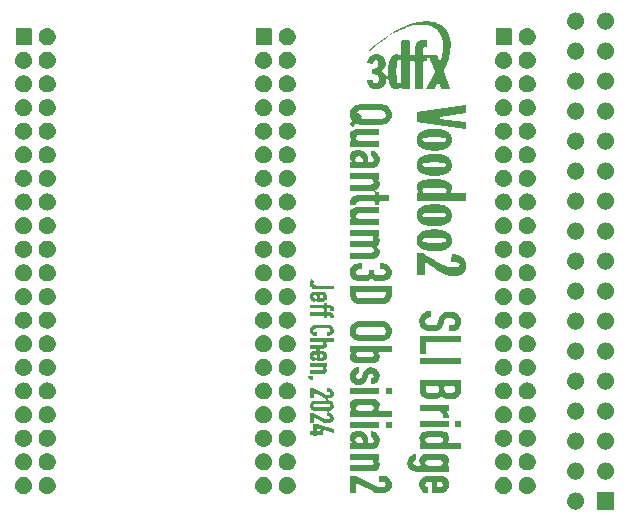
<source format=gbr>
%TF.GenerationSoftware,KiCad,Pcbnew,8.0.5*%
%TF.CreationDate,2024-10-24T14:08:13-04:00*%
%TF.ProjectId,SLI Interconnect PCB,534c4920-496e-4746-9572-636f6e6e6563,rev?*%
%TF.SameCoordinates,Original*%
%TF.FileFunction,Soldermask,Top*%
%TF.FilePolarity,Negative*%
%FSLAX46Y46*%
G04 Gerber Fmt 4.6, Leading zero omitted, Abs format (unit mm)*
G04 Created by KiCad (PCBNEW 8.0.5) date 2024-10-24 14:08:13*
%MOMM*%
%LPD*%
G01*
G04 APERTURE LIST*
G04 APERTURE END LIST*
G36*
X166810108Y-120339519D02*
G01*
X166845725Y-120339519D01*
X166885902Y-120348058D01*
X166931328Y-120353177D01*
X166964357Y-120364734D01*
X166993867Y-120371007D01*
X167036395Y-120389942D01*
X167084566Y-120406798D01*
X167109641Y-120422554D01*
X167132225Y-120432609D01*
X167174332Y-120463201D01*
X167222030Y-120493172D01*
X167239158Y-120510300D01*
X167254751Y-120521629D01*
X167293297Y-120564439D01*
X167336828Y-120607970D01*
X167346841Y-120623906D01*
X167356089Y-120634177D01*
X167387727Y-120688975D01*
X167423202Y-120745434D01*
X167427631Y-120758091D01*
X167431816Y-120765340D01*
X167453242Y-120831284D01*
X167476823Y-120898672D01*
X167477717Y-120906608D01*
X167478618Y-120909381D01*
X167486793Y-120987162D01*
X167495000Y-121060000D01*
X167486792Y-121132843D01*
X167478618Y-121210618D01*
X167477717Y-121213389D01*
X167476823Y-121221328D01*
X167453238Y-121288728D01*
X167431816Y-121354659D01*
X167427632Y-121361905D01*
X167423202Y-121374566D01*
X167387719Y-121431035D01*
X167356089Y-121485822D01*
X167346843Y-121496089D01*
X167336828Y-121512030D01*
X167293288Y-121555569D01*
X167254751Y-121598370D01*
X167239161Y-121609696D01*
X167222030Y-121626828D01*
X167174322Y-121656804D01*
X167132225Y-121687390D01*
X167109647Y-121697442D01*
X167084566Y-121713202D01*
X167036384Y-121730061D01*
X166993867Y-121748992D01*
X166964363Y-121755263D01*
X166931328Y-121766823D01*
X166885899Y-121771941D01*
X166845725Y-121780481D01*
X166810108Y-121780481D01*
X166770000Y-121785000D01*
X166729892Y-121780481D01*
X166694275Y-121780481D01*
X166654099Y-121771941D01*
X166608672Y-121766823D01*
X166575637Y-121755263D01*
X166546132Y-121748992D01*
X166503610Y-121730059D01*
X166455434Y-121713202D01*
X166430354Y-121697443D01*
X166407774Y-121687390D01*
X166365669Y-121656799D01*
X166317970Y-121626828D01*
X166300840Y-121609698D01*
X166285248Y-121598370D01*
X166246701Y-121555559D01*
X166203172Y-121512030D01*
X166193158Y-121496093D01*
X166183910Y-121485822D01*
X166152267Y-121431015D01*
X166116798Y-121374566D01*
X166112369Y-121361910D01*
X166108183Y-121354659D01*
X166086747Y-121288688D01*
X166063177Y-121221328D01*
X166062283Y-121213394D01*
X166061381Y-121210618D01*
X166053192Y-121132711D01*
X166045000Y-121060000D01*
X166053191Y-120987295D01*
X166061381Y-120909381D01*
X166062283Y-120906604D01*
X166063177Y-120898672D01*
X166086743Y-120831324D01*
X166108183Y-120765340D01*
X166112370Y-120758087D01*
X166116798Y-120745434D01*
X166152260Y-120688995D01*
X166183910Y-120634177D01*
X166193160Y-120623903D01*
X166203172Y-120607970D01*
X166246692Y-120564449D01*
X166285248Y-120521629D01*
X166300844Y-120510297D01*
X166317970Y-120493172D01*
X166365661Y-120463205D01*
X166407777Y-120432607D01*
X166430363Y-120422550D01*
X166455434Y-120406798D01*
X166503598Y-120389944D01*
X166546130Y-120371008D01*
X166575640Y-120364735D01*
X166608672Y-120353177D01*
X166654098Y-120348058D01*
X166694275Y-120339519D01*
X166729892Y-120339519D01*
X166770000Y-120335000D01*
X166810108Y-120339519D01*
G37*
G36*
X170004134Y-120338806D02*
G01*
X170020355Y-120349645D01*
X170031194Y-120365866D01*
X170035000Y-120385000D01*
X170035000Y-121735000D01*
X170031194Y-121754134D01*
X170020355Y-121770355D01*
X170004134Y-121781194D01*
X169985000Y-121785000D01*
X168635000Y-121785000D01*
X168615866Y-121781194D01*
X168599645Y-121770355D01*
X168588806Y-121754134D01*
X168585000Y-121735000D01*
X168585000Y-120385000D01*
X168588806Y-120365866D01*
X168599645Y-120349645D01*
X168615866Y-120338806D01*
X168635000Y-120335000D01*
X169985000Y-120335000D01*
X170004134Y-120338806D01*
G37*
G36*
X120070108Y-119019519D02*
G01*
X120105725Y-119019519D01*
X120145902Y-119028058D01*
X120191328Y-119033177D01*
X120224357Y-119044734D01*
X120253867Y-119051007D01*
X120296395Y-119069942D01*
X120344566Y-119086798D01*
X120369641Y-119102554D01*
X120392225Y-119112609D01*
X120434332Y-119143201D01*
X120482030Y-119173172D01*
X120499158Y-119190300D01*
X120514751Y-119201629D01*
X120553297Y-119244439D01*
X120596828Y-119287970D01*
X120606841Y-119303906D01*
X120616089Y-119314177D01*
X120647727Y-119368975D01*
X120683202Y-119425434D01*
X120687631Y-119438091D01*
X120691816Y-119445340D01*
X120713242Y-119511284D01*
X120736823Y-119578672D01*
X120737717Y-119586608D01*
X120738618Y-119589381D01*
X120746793Y-119667162D01*
X120755000Y-119740000D01*
X120746792Y-119812843D01*
X120738618Y-119890618D01*
X120737717Y-119893389D01*
X120736823Y-119901328D01*
X120713238Y-119968728D01*
X120691816Y-120034659D01*
X120687632Y-120041905D01*
X120683202Y-120054566D01*
X120647719Y-120111035D01*
X120616089Y-120165822D01*
X120606843Y-120176089D01*
X120596828Y-120192030D01*
X120553288Y-120235569D01*
X120514751Y-120278370D01*
X120499161Y-120289696D01*
X120482030Y-120306828D01*
X120434322Y-120336804D01*
X120392225Y-120367390D01*
X120369647Y-120377442D01*
X120344566Y-120393202D01*
X120296384Y-120410061D01*
X120253867Y-120428992D01*
X120224363Y-120435263D01*
X120191328Y-120446823D01*
X120145899Y-120451941D01*
X120105725Y-120460481D01*
X120070108Y-120460481D01*
X120030000Y-120465000D01*
X119989892Y-120460481D01*
X119954275Y-120460481D01*
X119914099Y-120451941D01*
X119868672Y-120446823D01*
X119835637Y-120435263D01*
X119806132Y-120428992D01*
X119763610Y-120410059D01*
X119715434Y-120393202D01*
X119690354Y-120377443D01*
X119667774Y-120367390D01*
X119625669Y-120336799D01*
X119577970Y-120306828D01*
X119560840Y-120289698D01*
X119545248Y-120278370D01*
X119506701Y-120235559D01*
X119463172Y-120192030D01*
X119453158Y-120176093D01*
X119443910Y-120165822D01*
X119412267Y-120111015D01*
X119376798Y-120054566D01*
X119372369Y-120041910D01*
X119368183Y-120034659D01*
X119346747Y-119968688D01*
X119323177Y-119901328D01*
X119322283Y-119893394D01*
X119321381Y-119890618D01*
X119313192Y-119812711D01*
X119305000Y-119740000D01*
X119313197Y-119667247D01*
X119321381Y-119589381D01*
X119322283Y-119586604D01*
X119323177Y-119578672D01*
X119346743Y-119511324D01*
X119368183Y-119445340D01*
X119372370Y-119438087D01*
X119376798Y-119425434D01*
X119412260Y-119368995D01*
X119443910Y-119314177D01*
X119453160Y-119303903D01*
X119463172Y-119287970D01*
X119506692Y-119244449D01*
X119545248Y-119201629D01*
X119560844Y-119190297D01*
X119577970Y-119173172D01*
X119625661Y-119143205D01*
X119667777Y-119112607D01*
X119690363Y-119102550D01*
X119715434Y-119086798D01*
X119763598Y-119069944D01*
X119806130Y-119051008D01*
X119835640Y-119044735D01*
X119868672Y-119033177D01*
X119914098Y-119028058D01*
X119954275Y-119019519D01*
X119989892Y-119019519D01*
X120030000Y-119015000D01*
X120070108Y-119019519D01*
G37*
G36*
X122070108Y-119019519D02*
G01*
X122105725Y-119019519D01*
X122145902Y-119028058D01*
X122191328Y-119033177D01*
X122224357Y-119044734D01*
X122253867Y-119051007D01*
X122296395Y-119069942D01*
X122344566Y-119086798D01*
X122369641Y-119102554D01*
X122392225Y-119112609D01*
X122434332Y-119143201D01*
X122482030Y-119173172D01*
X122499158Y-119190300D01*
X122514751Y-119201629D01*
X122553297Y-119244439D01*
X122596828Y-119287970D01*
X122606841Y-119303906D01*
X122616089Y-119314177D01*
X122647727Y-119368975D01*
X122683202Y-119425434D01*
X122687631Y-119438091D01*
X122691816Y-119445340D01*
X122713242Y-119511284D01*
X122736823Y-119578672D01*
X122737717Y-119586608D01*
X122738618Y-119589381D01*
X122746793Y-119667162D01*
X122755000Y-119740000D01*
X122746792Y-119812843D01*
X122738618Y-119890618D01*
X122737717Y-119893389D01*
X122736823Y-119901328D01*
X122713238Y-119968728D01*
X122691816Y-120034659D01*
X122687632Y-120041905D01*
X122683202Y-120054566D01*
X122647719Y-120111035D01*
X122616089Y-120165822D01*
X122606843Y-120176089D01*
X122596828Y-120192030D01*
X122553288Y-120235569D01*
X122514751Y-120278370D01*
X122499161Y-120289696D01*
X122482030Y-120306828D01*
X122434322Y-120336804D01*
X122392225Y-120367390D01*
X122369647Y-120377442D01*
X122344566Y-120393202D01*
X122296384Y-120410061D01*
X122253867Y-120428992D01*
X122224363Y-120435263D01*
X122191328Y-120446823D01*
X122145899Y-120451941D01*
X122105725Y-120460481D01*
X122070108Y-120460481D01*
X122030000Y-120465000D01*
X121989892Y-120460481D01*
X121954275Y-120460481D01*
X121914099Y-120451941D01*
X121868672Y-120446823D01*
X121835637Y-120435263D01*
X121806132Y-120428992D01*
X121763610Y-120410059D01*
X121715434Y-120393202D01*
X121690354Y-120377443D01*
X121667774Y-120367390D01*
X121625669Y-120336799D01*
X121577970Y-120306828D01*
X121560840Y-120289698D01*
X121545248Y-120278370D01*
X121506701Y-120235559D01*
X121463172Y-120192030D01*
X121453158Y-120176093D01*
X121443910Y-120165822D01*
X121412267Y-120111015D01*
X121376798Y-120054566D01*
X121372369Y-120041910D01*
X121368183Y-120034659D01*
X121346747Y-119968688D01*
X121323177Y-119901328D01*
X121322283Y-119893394D01*
X121321381Y-119890618D01*
X121313192Y-119812711D01*
X121305000Y-119740000D01*
X121313197Y-119667247D01*
X121321381Y-119589381D01*
X121322283Y-119586604D01*
X121323177Y-119578672D01*
X121346743Y-119511324D01*
X121368183Y-119445340D01*
X121372370Y-119438087D01*
X121376798Y-119425434D01*
X121412260Y-119368995D01*
X121443910Y-119314177D01*
X121453160Y-119303903D01*
X121463172Y-119287970D01*
X121506692Y-119244449D01*
X121545248Y-119201629D01*
X121560844Y-119190297D01*
X121577970Y-119173172D01*
X121625661Y-119143205D01*
X121667777Y-119112607D01*
X121690363Y-119102550D01*
X121715434Y-119086798D01*
X121763598Y-119069944D01*
X121806130Y-119051008D01*
X121835640Y-119044735D01*
X121868672Y-119033177D01*
X121914098Y-119028058D01*
X121954275Y-119019519D01*
X121989892Y-119019519D01*
X122030000Y-119015000D01*
X122070108Y-119019519D01*
G37*
G36*
X140390108Y-119019519D02*
G01*
X140425725Y-119019519D01*
X140465902Y-119028058D01*
X140511328Y-119033177D01*
X140544357Y-119044734D01*
X140573867Y-119051007D01*
X140616395Y-119069942D01*
X140664566Y-119086798D01*
X140689641Y-119102554D01*
X140712225Y-119112609D01*
X140754332Y-119143201D01*
X140802030Y-119173172D01*
X140819158Y-119190300D01*
X140834751Y-119201629D01*
X140873297Y-119244439D01*
X140916828Y-119287970D01*
X140926841Y-119303906D01*
X140936089Y-119314177D01*
X140967727Y-119368975D01*
X141003202Y-119425434D01*
X141007631Y-119438091D01*
X141011816Y-119445340D01*
X141033242Y-119511284D01*
X141056823Y-119578672D01*
X141057717Y-119586608D01*
X141058618Y-119589381D01*
X141066793Y-119667162D01*
X141075000Y-119740000D01*
X141066792Y-119812843D01*
X141058618Y-119890618D01*
X141057717Y-119893389D01*
X141056823Y-119901328D01*
X141033238Y-119968728D01*
X141011816Y-120034659D01*
X141007632Y-120041905D01*
X141003202Y-120054566D01*
X140967719Y-120111035D01*
X140936089Y-120165822D01*
X140926843Y-120176089D01*
X140916828Y-120192030D01*
X140873288Y-120235569D01*
X140834751Y-120278370D01*
X140819161Y-120289696D01*
X140802030Y-120306828D01*
X140754322Y-120336804D01*
X140712225Y-120367390D01*
X140689647Y-120377442D01*
X140664566Y-120393202D01*
X140616384Y-120410061D01*
X140573867Y-120428992D01*
X140544363Y-120435263D01*
X140511328Y-120446823D01*
X140465899Y-120451941D01*
X140425725Y-120460481D01*
X140390108Y-120460481D01*
X140350000Y-120465000D01*
X140309892Y-120460481D01*
X140274275Y-120460481D01*
X140234099Y-120451941D01*
X140188672Y-120446823D01*
X140155637Y-120435263D01*
X140126132Y-120428992D01*
X140083610Y-120410059D01*
X140035434Y-120393202D01*
X140010354Y-120377443D01*
X139987774Y-120367390D01*
X139945669Y-120336799D01*
X139897970Y-120306828D01*
X139880840Y-120289698D01*
X139865248Y-120278370D01*
X139826701Y-120235559D01*
X139783172Y-120192030D01*
X139773158Y-120176093D01*
X139763910Y-120165822D01*
X139732267Y-120111015D01*
X139696798Y-120054566D01*
X139692369Y-120041910D01*
X139688183Y-120034659D01*
X139666747Y-119968688D01*
X139643177Y-119901328D01*
X139642283Y-119893394D01*
X139641381Y-119890618D01*
X139633192Y-119812711D01*
X139625000Y-119740000D01*
X139633197Y-119667247D01*
X139641381Y-119589381D01*
X139642283Y-119586604D01*
X139643177Y-119578672D01*
X139666743Y-119511324D01*
X139688183Y-119445340D01*
X139692370Y-119438087D01*
X139696798Y-119425434D01*
X139732260Y-119368995D01*
X139763910Y-119314177D01*
X139773160Y-119303903D01*
X139783172Y-119287970D01*
X139826692Y-119244449D01*
X139865248Y-119201629D01*
X139880844Y-119190297D01*
X139897970Y-119173172D01*
X139945661Y-119143205D01*
X139987777Y-119112607D01*
X140010363Y-119102550D01*
X140035434Y-119086798D01*
X140083598Y-119069944D01*
X140126130Y-119051008D01*
X140155640Y-119044735D01*
X140188672Y-119033177D01*
X140234098Y-119028058D01*
X140274275Y-119019519D01*
X140309892Y-119019519D01*
X140350000Y-119015000D01*
X140390108Y-119019519D01*
G37*
G36*
X142390108Y-119019519D02*
G01*
X142425725Y-119019519D01*
X142465902Y-119028058D01*
X142511328Y-119033177D01*
X142544357Y-119044734D01*
X142573867Y-119051007D01*
X142616395Y-119069942D01*
X142664566Y-119086798D01*
X142689641Y-119102554D01*
X142712225Y-119112609D01*
X142754332Y-119143201D01*
X142802030Y-119173172D01*
X142819158Y-119190300D01*
X142834751Y-119201629D01*
X142873297Y-119244439D01*
X142916828Y-119287970D01*
X142926841Y-119303906D01*
X142936089Y-119314177D01*
X142967727Y-119368975D01*
X143003202Y-119425434D01*
X143007631Y-119438091D01*
X143011816Y-119445340D01*
X143033242Y-119511284D01*
X143056823Y-119578672D01*
X143057717Y-119586608D01*
X143058618Y-119589381D01*
X143066793Y-119667162D01*
X143075000Y-119740000D01*
X143066792Y-119812843D01*
X143058618Y-119890618D01*
X143057717Y-119893389D01*
X143056823Y-119901328D01*
X143033238Y-119968728D01*
X143011816Y-120034659D01*
X143007632Y-120041905D01*
X143003202Y-120054566D01*
X142967719Y-120111035D01*
X142936089Y-120165822D01*
X142926843Y-120176089D01*
X142916828Y-120192030D01*
X142873288Y-120235569D01*
X142834751Y-120278370D01*
X142819161Y-120289696D01*
X142802030Y-120306828D01*
X142754322Y-120336804D01*
X142712225Y-120367390D01*
X142689647Y-120377442D01*
X142664566Y-120393202D01*
X142616384Y-120410061D01*
X142573867Y-120428992D01*
X142544363Y-120435263D01*
X142511328Y-120446823D01*
X142465899Y-120451941D01*
X142425725Y-120460481D01*
X142390108Y-120460481D01*
X142350000Y-120465000D01*
X142309892Y-120460481D01*
X142274275Y-120460481D01*
X142234099Y-120451941D01*
X142188672Y-120446823D01*
X142155637Y-120435263D01*
X142126132Y-120428992D01*
X142083610Y-120410059D01*
X142035434Y-120393202D01*
X142010354Y-120377443D01*
X141987774Y-120367390D01*
X141945669Y-120336799D01*
X141897970Y-120306828D01*
X141880840Y-120289698D01*
X141865248Y-120278370D01*
X141826701Y-120235559D01*
X141783172Y-120192030D01*
X141773158Y-120176093D01*
X141763910Y-120165822D01*
X141732267Y-120111015D01*
X141696798Y-120054566D01*
X141692369Y-120041910D01*
X141688183Y-120034659D01*
X141666747Y-119968688D01*
X141643177Y-119901328D01*
X141642283Y-119893394D01*
X141641381Y-119890618D01*
X141633192Y-119812711D01*
X141625000Y-119740000D01*
X141633197Y-119667247D01*
X141641381Y-119589381D01*
X141642283Y-119586604D01*
X141643177Y-119578672D01*
X141666743Y-119511324D01*
X141688183Y-119445340D01*
X141692370Y-119438087D01*
X141696798Y-119425434D01*
X141732260Y-119368995D01*
X141763910Y-119314177D01*
X141773160Y-119303903D01*
X141783172Y-119287970D01*
X141826692Y-119244449D01*
X141865248Y-119201629D01*
X141880844Y-119190297D01*
X141897970Y-119173172D01*
X141945661Y-119143205D01*
X141987777Y-119112607D01*
X142010363Y-119102550D01*
X142035434Y-119086798D01*
X142083598Y-119069944D01*
X142126130Y-119051008D01*
X142155640Y-119044735D01*
X142188672Y-119033177D01*
X142234098Y-119028058D01*
X142274275Y-119019519D01*
X142309892Y-119019519D01*
X142350000Y-119015000D01*
X142390108Y-119019519D01*
G37*
G36*
X160710108Y-119019519D02*
G01*
X160745725Y-119019519D01*
X160785902Y-119028058D01*
X160831328Y-119033177D01*
X160864357Y-119044734D01*
X160893867Y-119051007D01*
X160936395Y-119069942D01*
X160984566Y-119086798D01*
X161009641Y-119102554D01*
X161032225Y-119112609D01*
X161074332Y-119143201D01*
X161122030Y-119173172D01*
X161139158Y-119190300D01*
X161154751Y-119201629D01*
X161193297Y-119244439D01*
X161236828Y-119287970D01*
X161246841Y-119303906D01*
X161256089Y-119314177D01*
X161287727Y-119368975D01*
X161323202Y-119425434D01*
X161327631Y-119438091D01*
X161331816Y-119445340D01*
X161353242Y-119511284D01*
X161376823Y-119578672D01*
X161377717Y-119586608D01*
X161378618Y-119589381D01*
X161386793Y-119667162D01*
X161395000Y-119740000D01*
X161386792Y-119812843D01*
X161378618Y-119890618D01*
X161377717Y-119893389D01*
X161376823Y-119901328D01*
X161353238Y-119968728D01*
X161331816Y-120034659D01*
X161327632Y-120041905D01*
X161323202Y-120054566D01*
X161287719Y-120111035D01*
X161256089Y-120165822D01*
X161246843Y-120176089D01*
X161236828Y-120192030D01*
X161193288Y-120235569D01*
X161154751Y-120278370D01*
X161139161Y-120289696D01*
X161122030Y-120306828D01*
X161074322Y-120336804D01*
X161032225Y-120367390D01*
X161009647Y-120377442D01*
X160984566Y-120393202D01*
X160936384Y-120410061D01*
X160893867Y-120428992D01*
X160864363Y-120435263D01*
X160831328Y-120446823D01*
X160785899Y-120451941D01*
X160745725Y-120460481D01*
X160710108Y-120460481D01*
X160670000Y-120465000D01*
X160629892Y-120460481D01*
X160594275Y-120460481D01*
X160554099Y-120451941D01*
X160508672Y-120446823D01*
X160475637Y-120435263D01*
X160446132Y-120428992D01*
X160403610Y-120410059D01*
X160355434Y-120393202D01*
X160330354Y-120377443D01*
X160307774Y-120367390D01*
X160265669Y-120336799D01*
X160217970Y-120306828D01*
X160200840Y-120289698D01*
X160185248Y-120278370D01*
X160146701Y-120235559D01*
X160103172Y-120192030D01*
X160093158Y-120176093D01*
X160083910Y-120165822D01*
X160052267Y-120111015D01*
X160016798Y-120054566D01*
X160012369Y-120041910D01*
X160008183Y-120034659D01*
X159986747Y-119968688D01*
X159963177Y-119901328D01*
X159962283Y-119893394D01*
X159961381Y-119890618D01*
X159953192Y-119812711D01*
X159945000Y-119740000D01*
X159953197Y-119667247D01*
X159961381Y-119589381D01*
X159962283Y-119586604D01*
X159963177Y-119578672D01*
X159986743Y-119511324D01*
X160008183Y-119445340D01*
X160012370Y-119438087D01*
X160016798Y-119425434D01*
X160052260Y-119368995D01*
X160083910Y-119314177D01*
X160093160Y-119303903D01*
X160103172Y-119287970D01*
X160146692Y-119244449D01*
X160185248Y-119201629D01*
X160200844Y-119190297D01*
X160217970Y-119173172D01*
X160265661Y-119143205D01*
X160307777Y-119112607D01*
X160330363Y-119102550D01*
X160355434Y-119086798D01*
X160403598Y-119069944D01*
X160446130Y-119051008D01*
X160475640Y-119044735D01*
X160508672Y-119033177D01*
X160554098Y-119028058D01*
X160594275Y-119019519D01*
X160629892Y-119019519D01*
X160670000Y-119015000D01*
X160710108Y-119019519D01*
G37*
G36*
X162710108Y-119019519D02*
G01*
X162745725Y-119019519D01*
X162785902Y-119028058D01*
X162831328Y-119033177D01*
X162864357Y-119044734D01*
X162893867Y-119051007D01*
X162936395Y-119069942D01*
X162984566Y-119086798D01*
X163009641Y-119102554D01*
X163032225Y-119112609D01*
X163074332Y-119143201D01*
X163122030Y-119173172D01*
X163139158Y-119190300D01*
X163154751Y-119201629D01*
X163193297Y-119244439D01*
X163236828Y-119287970D01*
X163246841Y-119303906D01*
X163256089Y-119314177D01*
X163287727Y-119368975D01*
X163323202Y-119425434D01*
X163327631Y-119438091D01*
X163331816Y-119445340D01*
X163353242Y-119511284D01*
X163376823Y-119578672D01*
X163377717Y-119586608D01*
X163378618Y-119589381D01*
X163386793Y-119667162D01*
X163395000Y-119740000D01*
X163386792Y-119812843D01*
X163378618Y-119890618D01*
X163377717Y-119893389D01*
X163376823Y-119901328D01*
X163353238Y-119968728D01*
X163331816Y-120034659D01*
X163327632Y-120041905D01*
X163323202Y-120054566D01*
X163287719Y-120111035D01*
X163256089Y-120165822D01*
X163246843Y-120176089D01*
X163236828Y-120192030D01*
X163193288Y-120235569D01*
X163154751Y-120278370D01*
X163139161Y-120289696D01*
X163122030Y-120306828D01*
X163074322Y-120336804D01*
X163032225Y-120367390D01*
X163009647Y-120377442D01*
X162984566Y-120393202D01*
X162936384Y-120410061D01*
X162893867Y-120428992D01*
X162864363Y-120435263D01*
X162831328Y-120446823D01*
X162785899Y-120451941D01*
X162745725Y-120460481D01*
X162710108Y-120460481D01*
X162670000Y-120465000D01*
X162629892Y-120460481D01*
X162594275Y-120460481D01*
X162554099Y-120451941D01*
X162508672Y-120446823D01*
X162475637Y-120435263D01*
X162446132Y-120428992D01*
X162403610Y-120410059D01*
X162355434Y-120393202D01*
X162330354Y-120377443D01*
X162307774Y-120367390D01*
X162265669Y-120336799D01*
X162217970Y-120306828D01*
X162200840Y-120289698D01*
X162185248Y-120278370D01*
X162146701Y-120235559D01*
X162103172Y-120192030D01*
X162093158Y-120176093D01*
X162083910Y-120165822D01*
X162052267Y-120111015D01*
X162016798Y-120054566D01*
X162012369Y-120041910D01*
X162008183Y-120034659D01*
X161986747Y-119968688D01*
X161963177Y-119901328D01*
X161962283Y-119893394D01*
X161961381Y-119890618D01*
X161953192Y-119812711D01*
X161945000Y-119740000D01*
X161953197Y-119667247D01*
X161961381Y-119589381D01*
X161962283Y-119586604D01*
X161963177Y-119578672D01*
X161986743Y-119511324D01*
X162008183Y-119445340D01*
X162012370Y-119438087D01*
X162016798Y-119425434D01*
X162052260Y-119368995D01*
X162083910Y-119314177D01*
X162093160Y-119303903D01*
X162103172Y-119287970D01*
X162146692Y-119244449D01*
X162185248Y-119201629D01*
X162200844Y-119190297D01*
X162217970Y-119173172D01*
X162265661Y-119143205D01*
X162307777Y-119112607D01*
X162330363Y-119102550D01*
X162355434Y-119086798D01*
X162403598Y-119069944D01*
X162446130Y-119051008D01*
X162475640Y-119044735D01*
X162508672Y-119033177D01*
X162554098Y-119028058D01*
X162594275Y-119019519D01*
X162629892Y-119019519D01*
X162670000Y-119015000D01*
X162710108Y-119019519D01*
G37*
G36*
X155204628Y-118920686D02*
G01*
X155205665Y-118920730D01*
X155205728Y-118920732D01*
X155381023Y-118928279D01*
X155381058Y-118928281D01*
X155383011Y-118928366D01*
X155383404Y-118928398D01*
X155385353Y-118928636D01*
X155385366Y-118928638D01*
X155477472Y-118939929D01*
X155477479Y-118939930D01*
X155481138Y-118940379D01*
X155481863Y-118940523D01*
X155485420Y-118941506D01*
X155485421Y-118941507D01*
X155643579Y-118985248D01*
X155643585Y-118985250D01*
X155647930Y-118986452D01*
X155648774Y-118986770D01*
X155652826Y-118988729D01*
X155652835Y-118988733D01*
X155701661Y-119012346D01*
X155701663Y-119012347D01*
X155705823Y-119014359D01*
X155706613Y-119014836D01*
X155710329Y-119017576D01*
X155710332Y-119017578D01*
X155845311Y-119117110D01*
X155845312Y-119117111D01*
X155850655Y-119121051D01*
X155851606Y-119121969D01*
X155855731Y-119127173D01*
X155855734Y-119127176D01*
X155955923Y-119253574D01*
X155957920Y-119256094D01*
X155958286Y-119256621D01*
X155964385Y-119266752D01*
X155964722Y-119267421D01*
X156034671Y-119436696D01*
X156034994Y-119437858D01*
X156060975Y-119609481D01*
X156061029Y-119610097D01*
X156062552Y-119667559D01*
X156062531Y-119668171D01*
X156045884Y-119840900D01*
X156045686Y-119841891D01*
X156003348Y-119979472D01*
X156002928Y-119980451D01*
X155918228Y-120131151D01*
X155917617Y-120132010D01*
X155841605Y-120218104D01*
X155840721Y-120218893D01*
X155835846Y-120222299D01*
X155835845Y-120222301D01*
X155714899Y-120306828D01*
X155693009Y-120322126D01*
X155691934Y-120322697D01*
X155522350Y-120387695D01*
X155521306Y-120387970D01*
X155515953Y-120388776D01*
X155515947Y-120388778D01*
X155352985Y-120413327D01*
X155352971Y-120413328D01*
X155349979Y-120413779D01*
X155349375Y-120413833D01*
X155288330Y-120415553D01*
X155288189Y-120415555D01*
X155287473Y-120415555D01*
X154623567Y-120415555D01*
X154607728Y-120415555D01*
X154604192Y-120414091D01*
X154602728Y-120410555D01*
X154602728Y-119489346D01*
X154995701Y-119489346D01*
X154995701Y-119846890D01*
X155054279Y-119905468D01*
X155268125Y-119905468D01*
X155278084Y-119904468D01*
X155348292Y-119890230D01*
X155428921Y-119873879D01*
X155447975Y-119865670D01*
X155459357Y-119857654D01*
X155471119Y-119849370D01*
X155488230Y-119828636D01*
X155528096Y-119740000D01*
X155547348Y-119697195D01*
X155548925Y-119658576D01*
X155500064Y-119520883D01*
X155469617Y-119489556D01*
X155331279Y-119435986D01*
X155315359Y-119432641D01*
X155290726Y-119431537D01*
X155274658Y-119430818D01*
X155272420Y-119430768D01*
X155054279Y-119430768D01*
X154995701Y-119489346D01*
X154602728Y-119489346D01*
X154544150Y-119430768D01*
X154288196Y-119430768D01*
X154272701Y-119433213D01*
X154133751Y-119478203D01*
X154100709Y-119509754D01*
X154074826Y-119578672D01*
X154050269Y-119644057D01*
X154049410Y-119677738D01*
X154093985Y-119817700D01*
X154127130Y-119851614D01*
X154269535Y-119900589D01*
X154269536Y-119900589D01*
X154284511Y-119905740D01*
X154287378Y-119908274D01*
X154287885Y-119910468D01*
X154287885Y-120410555D01*
X154286421Y-120414091D01*
X154282885Y-120415555D01*
X154282429Y-120415534D01*
X154109645Y-120399711D01*
X154108559Y-120399488D01*
X154095934Y-120395394D01*
X154072194Y-120387695D01*
X153939893Y-120344791D01*
X153938708Y-120344226D01*
X153794586Y-120250460D01*
X153793908Y-120249931D01*
X153755457Y-120214182D01*
X153754955Y-120213640D01*
X153644826Y-120075729D01*
X153644282Y-120074887D01*
X153594554Y-119977715D01*
X153594197Y-119976809D01*
X153592860Y-119972125D01*
X153592857Y-119972117D01*
X153548571Y-119816942D01*
X153548570Y-119816938D01*
X153547194Y-119812116D01*
X153547017Y-119811132D01*
X153546628Y-119806137D01*
X153546627Y-119806129D01*
X153536212Y-119672226D01*
X153536212Y-119672219D01*
X153535890Y-119668079D01*
X153535895Y-119667247D01*
X153536530Y-119660124D01*
X153551353Y-119493931D01*
X153551354Y-119493921D01*
X153551838Y-119488505D01*
X153552052Y-119487438D01*
X153553696Y-119482250D01*
X153553698Y-119482244D01*
X153603545Y-119325029D01*
X153603545Y-119325027D01*
X153604879Y-119320822D01*
X153605218Y-119320009D01*
X153608280Y-119314177D01*
X153631070Y-119270769D01*
X153631074Y-119270761D01*
X153633046Y-119267007D01*
X153633504Y-119266290D01*
X153641315Y-119256094D01*
X153733939Y-119135189D01*
X153733942Y-119135185D01*
X153737965Y-119129935D01*
X153738898Y-119129004D01*
X153744147Y-119124991D01*
X153744159Y-119124980D01*
X153878072Y-119022619D01*
X153878097Y-119022601D01*
X153880963Y-119020412D01*
X153881568Y-119020015D01*
X153884726Y-119018257D01*
X153884743Y-119018247D01*
X153888313Y-119016260D01*
X153888339Y-119016247D01*
X153891497Y-119014491D01*
X153892157Y-119014184D01*
X153895552Y-119012898D01*
X153895557Y-119012896D01*
X154050724Y-118954134D01*
X154050728Y-118954132D01*
X154054686Y-118952634D01*
X154055501Y-118952402D01*
X154059659Y-118951591D01*
X154059663Y-118951591D01*
X154114631Y-118940884D01*
X154114638Y-118940882D01*
X154116943Y-118940434D01*
X154117408Y-118940366D01*
X154119733Y-118940136D01*
X154119750Y-118940134D01*
X154291161Y-118923212D01*
X154291187Y-118923210D01*
X154293035Y-118923028D01*
X154293409Y-118923005D01*
X154393044Y-118920682D01*
X154393161Y-118920681D01*
X155204413Y-118920681D01*
X155204628Y-118920686D01*
G37*
G36*
X148161595Y-118911005D02*
G01*
X149852692Y-119807346D01*
X149857092Y-119809411D01*
X150008326Y-119871595D01*
X150018262Y-119874523D01*
X150071556Y-119884392D01*
X150077916Y-119885153D01*
X150216614Y-119892796D01*
X150250374Y-119894656D01*
X150252658Y-119894728D01*
X150310951Y-119895210D01*
X150439702Y-119895210D01*
X150449462Y-119894250D01*
X150504753Y-119883267D01*
X150555277Y-119873232D01*
X150577549Y-119862715D01*
X150642453Y-119809556D01*
X150659515Y-119783043D01*
X150670924Y-119740000D01*
X150688291Y-119674472D01*
X150687604Y-119645973D01*
X150645130Y-119512147D01*
X150614581Y-119479276D01*
X150477442Y-119424415D01*
X150460026Y-119420829D01*
X150450130Y-119420574D01*
X150447601Y-119420510D01*
X150164731Y-119420510D01*
X150161195Y-119419046D01*
X150159731Y-119415510D01*
X150159731Y-118915423D01*
X150161195Y-118911887D01*
X150164731Y-118910423D01*
X150438283Y-118910423D01*
X150438819Y-118910452D01*
X150441480Y-118910739D01*
X150441496Y-118910740D01*
X150604217Y-118928298D01*
X150604222Y-118928299D01*
X150609281Y-118928845D01*
X150610275Y-118929056D01*
X150615120Y-118930613D01*
X150615131Y-118930616D01*
X150728997Y-118967222D01*
X150729004Y-118967225D01*
X150733881Y-118968793D01*
X150734817Y-118969203D01*
X150885485Y-119054617D01*
X150886258Y-119055158D01*
X150975803Y-119131311D01*
X150976444Y-119131967D01*
X150979339Y-119135530D01*
X150979342Y-119135533D01*
X151082847Y-119262914D01*
X151087908Y-119269143D01*
X151088439Y-119269941D01*
X151140251Y-119366994D01*
X151140625Y-119367897D01*
X151192017Y-119537249D01*
X151192215Y-119538292D01*
X151192650Y-119543600D01*
X151192651Y-119543604D01*
X151201780Y-119654927D01*
X151202373Y-119662153D01*
X151202369Y-119663016D01*
X151186778Y-119834145D01*
X151186536Y-119835290D01*
X151131174Y-119999262D01*
X151130580Y-120000462D01*
X151034530Y-120142614D01*
X151033792Y-120143476D01*
X151029626Y-120147351D01*
X150941094Y-120229706D01*
X150941091Y-120229708D01*
X150936646Y-120233843D01*
X150935668Y-120234554D01*
X150778449Y-120321824D01*
X150777620Y-120322190D01*
X150656158Y-120363148D01*
X150655496Y-120363322D01*
X150483973Y-120396006D01*
X150483324Y-120396086D01*
X150323165Y-120405290D01*
X150322878Y-120405298D01*
X150321435Y-120405298D01*
X150113091Y-120405298D01*
X150110875Y-120405298D01*
X150110434Y-120405279D01*
X149946303Y-120390746D01*
X149945233Y-120390531D01*
X149816230Y-120349645D01*
X149792200Y-120342029D01*
X149792198Y-120342028D01*
X149788796Y-120340950D01*
X149788132Y-120340686D01*
X149631681Y-120265109D01*
X149631567Y-120265052D01*
X149630996Y-120264758D01*
X149630976Y-120264748D01*
X149597722Y-120247624D01*
X149597519Y-120247518D01*
X149597386Y-120247450D01*
X149597355Y-120247434D01*
X149597174Y-120247339D01*
X149597064Y-120247282D01*
X148379713Y-119609481D01*
X148289788Y-119562367D01*
X148193318Y-119620732D01*
X148193318Y-120400298D01*
X148191854Y-120403834D01*
X148188318Y-120405298D01*
X148180447Y-120405298D01*
X147704070Y-120405298D01*
X147688231Y-120405298D01*
X147684695Y-120403834D01*
X147683231Y-120400298D01*
X147683231Y-118915423D01*
X147684695Y-118911887D01*
X147688231Y-118910423D01*
X148159253Y-118910423D01*
X148161595Y-118911005D01*
G37*
G36*
X166810108Y-117799519D02*
G01*
X166845725Y-117799519D01*
X166885902Y-117808058D01*
X166931328Y-117813177D01*
X166964357Y-117824734D01*
X166993867Y-117831007D01*
X167036395Y-117849942D01*
X167084566Y-117866798D01*
X167109641Y-117882554D01*
X167132225Y-117892609D01*
X167174332Y-117923201D01*
X167222030Y-117953172D01*
X167239158Y-117970300D01*
X167254751Y-117981629D01*
X167293297Y-118024439D01*
X167336828Y-118067970D01*
X167346841Y-118083906D01*
X167356089Y-118094177D01*
X167387727Y-118148975D01*
X167423202Y-118205434D01*
X167427631Y-118218091D01*
X167431816Y-118225340D01*
X167453242Y-118291284D01*
X167476823Y-118358672D01*
X167477717Y-118366608D01*
X167478618Y-118369381D01*
X167486793Y-118447162D01*
X167495000Y-118520000D01*
X167486792Y-118592843D01*
X167478618Y-118670618D01*
X167477717Y-118673389D01*
X167476823Y-118681328D01*
X167453238Y-118748728D01*
X167431816Y-118814659D01*
X167427632Y-118821905D01*
X167423202Y-118834566D01*
X167387719Y-118891035D01*
X167356089Y-118945822D01*
X167346843Y-118956089D01*
X167336828Y-118972030D01*
X167293288Y-119015569D01*
X167254751Y-119058370D01*
X167239161Y-119069696D01*
X167222030Y-119086828D01*
X167174322Y-119116804D01*
X167132225Y-119147390D01*
X167109647Y-119157442D01*
X167084566Y-119173202D01*
X167036384Y-119190061D01*
X166993867Y-119208992D01*
X166964363Y-119215263D01*
X166931328Y-119226823D01*
X166885899Y-119231941D01*
X166845725Y-119240481D01*
X166810108Y-119240481D01*
X166770000Y-119245000D01*
X166729892Y-119240481D01*
X166694275Y-119240481D01*
X166654099Y-119231941D01*
X166608672Y-119226823D01*
X166575637Y-119215263D01*
X166546132Y-119208992D01*
X166503610Y-119190059D01*
X166455434Y-119173202D01*
X166430354Y-119157443D01*
X166407774Y-119147390D01*
X166365669Y-119116799D01*
X166317970Y-119086828D01*
X166300840Y-119069698D01*
X166285248Y-119058370D01*
X166246701Y-119015559D01*
X166203172Y-118972030D01*
X166193158Y-118956093D01*
X166183910Y-118945822D01*
X166152267Y-118891015D01*
X166116798Y-118834566D01*
X166112369Y-118821910D01*
X166108183Y-118814659D01*
X166086747Y-118748688D01*
X166063177Y-118681328D01*
X166062283Y-118673394D01*
X166061381Y-118670618D01*
X166053192Y-118592711D01*
X166045000Y-118520000D01*
X166053196Y-118447255D01*
X166061381Y-118369381D01*
X166062283Y-118366604D01*
X166063177Y-118358672D01*
X166086743Y-118291324D01*
X166108183Y-118225340D01*
X166112370Y-118218087D01*
X166116798Y-118205434D01*
X166152260Y-118148995D01*
X166183910Y-118094177D01*
X166193160Y-118083903D01*
X166203172Y-118067970D01*
X166246692Y-118024449D01*
X166285248Y-117981629D01*
X166300844Y-117970297D01*
X166317970Y-117953172D01*
X166365661Y-117923205D01*
X166407777Y-117892607D01*
X166430363Y-117882550D01*
X166455434Y-117866798D01*
X166503598Y-117849944D01*
X166546130Y-117831008D01*
X166575640Y-117824735D01*
X166608672Y-117813177D01*
X166654098Y-117808058D01*
X166694275Y-117799519D01*
X166729892Y-117799519D01*
X166770000Y-117795000D01*
X166810108Y-117799519D01*
G37*
G36*
X169350108Y-117799519D02*
G01*
X169385725Y-117799519D01*
X169425902Y-117808058D01*
X169471328Y-117813177D01*
X169504357Y-117824734D01*
X169533867Y-117831007D01*
X169576395Y-117849942D01*
X169624566Y-117866798D01*
X169649641Y-117882554D01*
X169672225Y-117892609D01*
X169714332Y-117923201D01*
X169762030Y-117953172D01*
X169779158Y-117970300D01*
X169794751Y-117981629D01*
X169833297Y-118024439D01*
X169876828Y-118067970D01*
X169886841Y-118083906D01*
X169896089Y-118094177D01*
X169927727Y-118148975D01*
X169963202Y-118205434D01*
X169967631Y-118218091D01*
X169971816Y-118225340D01*
X169993242Y-118291284D01*
X170016823Y-118358672D01*
X170017717Y-118366608D01*
X170018618Y-118369381D01*
X170026793Y-118447162D01*
X170035000Y-118520000D01*
X170026792Y-118592843D01*
X170018618Y-118670618D01*
X170017717Y-118673389D01*
X170016823Y-118681328D01*
X169993238Y-118748728D01*
X169971816Y-118814659D01*
X169967632Y-118821905D01*
X169963202Y-118834566D01*
X169927719Y-118891035D01*
X169896089Y-118945822D01*
X169886843Y-118956089D01*
X169876828Y-118972030D01*
X169833288Y-119015569D01*
X169794751Y-119058370D01*
X169779161Y-119069696D01*
X169762030Y-119086828D01*
X169714322Y-119116804D01*
X169672225Y-119147390D01*
X169649647Y-119157442D01*
X169624566Y-119173202D01*
X169576384Y-119190061D01*
X169533867Y-119208992D01*
X169504363Y-119215263D01*
X169471328Y-119226823D01*
X169425899Y-119231941D01*
X169385725Y-119240481D01*
X169350108Y-119240481D01*
X169310000Y-119245000D01*
X169269892Y-119240481D01*
X169234275Y-119240481D01*
X169194099Y-119231941D01*
X169148672Y-119226823D01*
X169115637Y-119215263D01*
X169086132Y-119208992D01*
X169043610Y-119190059D01*
X168995434Y-119173202D01*
X168970354Y-119157443D01*
X168947774Y-119147390D01*
X168905669Y-119116799D01*
X168857970Y-119086828D01*
X168840840Y-119069698D01*
X168825248Y-119058370D01*
X168786701Y-119015559D01*
X168743172Y-118972030D01*
X168733158Y-118956093D01*
X168723910Y-118945822D01*
X168692267Y-118891015D01*
X168656798Y-118834566D01*
X168652369Y-118821910D01*
X168648183Y-118814659D01*
X168626747Y-118748688D01*
X168603177Y-118681328D01*
X168602283Y-118673394D01*
X168601381Y-118670618D01*
X168593192Y-118592711D01*
X168585000Y-118520000D01*
X168593196Y-118447255D01*
X168601381Y-118369381D01*
X168602283Y-118366604D01*
X168603177Y-118358672D01*
X168626743Y-118291324D01*
X168648183Y-118225340D01*
X168652370Y-118218087D01*
X168656798Y-118205434D01*
X168692260Y-118148995D01*
X168723910Y-118094177D01*
X168733160Y-118083903D01*
X168743172Y-118067970D01*
X168786692Y-118024449D01*
X168825248Y-117981629D01*
X168840844Y-117970297D01*
X168857970Y-117953172D01*
X168905661Y-117923205D01*
X168947777Y-117892607D01*
X168970363Y-117882550D01*
X168995434Y-117866798D01*
X169043598Y-117849944D01*
X169086130Y-117831008D01*
X169115640Y-117824735D01*
X169148672Y-117813177D01*
X169194098Y-117808058D01*
X169234275Y-117799519D01*
X169269892Y-117799519D01*
X169310000Y-117795000D01*
X169350108Y-117799519D01*
G37*
G36*
X155417729Y-117072829D02*
G01*
X155417925Y-117072835D01*
X155418928Y-117072885D01*
X155418934Y-117072886D01*
X155596001Y-117081855D01*
X155596032Y-117081857D01*
X155597229Y-117081918D01*
X155597474Y-117081937D01*
X155598657Y-117082055D01*
X155598690Y-117082058D01*
X155626894Y-117084883D01*
X155626900Y-117084884D01*
X155631481Y-117085343D01*
X155632384Y-117085518D01*
X155636805Y-117086808D01*
X155636810Y-117086809D01*
X155779774Y-117128524D01*
X155809054Y-117137068D01*
X155810740Y-117137935D01*
X155947623Y-117245354D01*
X155948580Y-117246346D01*
X155998339Y-117314767D01*
X155999037Y-117316121D01*
X156056118Y-117486704D01*
X156056368Y-117488001D01*
X156062546Y-117594390D01*
X156062516Y-117595297D01*
X156042854Y-117753444D01*
X156042458Y-117754864D01*
X155989457Y-117873688D01*
X155988765Y-117874812D01*
X155936563Y-117938800D01*
X155966329Y-118039966D01*
X156014363Y-118055573D01*
X156030198Y-118055573D01*
X156033734Y-118057037D01*
X156035198Y-118060573D01*
X156035198Y-118560660D01*
X156033734Y-118564196D01*
X156030198Y-118565660D01*
X156022327Y-118565660D01*
X153258115Y-118565660D01*
X153255355Y-118565660D01*
X153254805Y-118565630D01*
X153079631Y-118546236D01*
X153078882Y-118546094D01*
X152998456Y-118524455D01*
X152997585Y-118524131D01*
X152993391Y-118522110D01*
X152993385Y-118522108D01*
X152844032Y-118450143D01*
X152844024Y-118450138D01*
X152839209Y-118447818D01*
X152838302Y-118447255D01*
X152830754Y-118441361D01*
X152767920Y-118392295D01*
X152767913Y-118392289D01*
X152764159Y-118389357D01*
X152763468Y-118388702D01*
X152760335Y-118385110D01*
X152760331Y-118385106D01*
X152649394Y-118257907D01*
X152649388Y-118257898D01*
X152645926Y-118253929D01*
X152645321Y-118253067D01*
X152642765Y-118248457D01*
X152642761Y-118248451D01*
X152592662Y-118158084D01*
X152592659Y-118158077D01*
X152590183Y-118153611D01*
X152589782Y-118152674D01*
X152588261Y-118147795D01*
X152588259Y-118147789D01*
X152540041Y-117993048D01*
X152540039Y-117993041D01*
X152538422Y-117987850D01*
X152538214Y-117986786D01*
X152537481Y-117978161D01*
X152524180Y-117821570D01*
X152524180Y-117821561D01*
X152523751Y-117816509D01*
X152523768Y-117815496D01*
X152524365Y-117810463D01*
X152524366Y-117810454D01*
X152544024Y-117644966D01*
X152544025Y-117644957D01*
X152544445Y-117641427D01*
X152544580Y-117640726D01*
X152545495Y-117637302D01*
X152545501Y-117637272D01*
X152559462Y-117585046D01*
X152559467Y-117585031D01*
X152560661Y-117580566D01*
X152560981Y-117579699D01*
X152562979Y-117575522D01*
X152562984Y-117575509D01*
X152634292Y-117426450D01*
X152634297Y-117426441D01*
X152636576Y-117421678D01*
X152637128Y-117420780D01*
X152640356Y-117416599D01*
X152640360Y-117416593D01*
X152685817Y-117357722D01*
X152685823Y-117357714D01*
X152688051Y-117354830D01*
X152688538Y-117354287D01*
X152691164Y-117351754D01*
X152810897Y-117236272D01*
X152810901Y-117236268D01*
X152814562Y-117232738D01*
X152815361Y-117232111D01*
X152819657Y-117229394D01*
X152819667Y-117229387D01*
X152908368Y-117173303D01*
X152908382Y-117173295D01*
X152912453Y-117170722D01*
X152913313Y-117170288D01*
X152917801Y-117168542D01*
X152917811Y-117168538D01*
X153069616Y-117109514D01*
X153069626Y-117109510D01*
X153073811Y-117107884D01*
X153074675Y-117107635D01*
X153079081Y-117106783D01*
X153079091Y-117106781D01*
X153246597Y-117074420D01*
X153246627Y-117074415D01*
X153248420Y-117074069D01*
X153248789Y-117074012D01*
X153250608Y-117073799D01*
X153250652Y-117073793D01*
X153260414Y-117072654D01*
X153260419Y-117072655D01*
X153276148Y-117070820D01*
X153279829Y-117071865D01*
X153281693Y-117075207D01*
X153281727Y-117075786D01*
X153281727Y-117575873D01*
X153280263Y-117579409D01*
X153278475Y-117580558D01*
X153164840Y-117622952D01*
X153132271Y-117635103D01*
X153104102Y-117660363D01*
X153037216Y-117793416D01*
X153035183Y-117835764D01*
X153089440Y-117975730D01*
X153122450Y-118006802D01*
X153250917Y-118047863D01*
X153265719Y-118052594D01*
X153279558Y-118054958D01*
X153299622Y-118055540D01*
X153300738Y-118055573D01*
X153610518Y-118055573D01*
X153666419Y-117947379D01*
X153642451Y-117913593D01*
X153602621Y-117857447D01*
X153601981Y-117856209D01*
X153589576Y-117820858D01*
X154048147Y-117820858D01*
X154102216Y-117961833D01*
X154130471Y-117991110D01*
X154176120Y-118010505D01*
X154271193Y-118050898D01*
X154288944Y-118054874D01*
X154306916Y-118055573D01*
X155255173Y-118055573D01*
X155265355Y-118054527D01*
X155418063Y-118022834D01*
X155434771Y-118016076D01*
X155465822Y-117996428D01*
X155483070Y-117978161D01*
X155484420Y-117975730D01*
X155553190Y-117851850D01*
X155555989Y-117806701D01*
X155551851Y-117796432D01*
X155534533Y-117753444D01*
X155499680Y-117666936D01*
X155466755Y-117636474D01*
X155307707Y-117586351D01*
X155295126Y-117584092D01*
X155290727Y-117583871D01*
X155232013Y-117580934D01*
X155229534Y-117580873D01*
X154336111Y-117580873D01*
X154326464Y-117581810D01*
X154234717Y-117599807D01*
X154162669Y-117613940D01*
X154159172Y-117615717D01*
X154125186Y-117640667D01*
X154051035Y-117777061D01*
X154048147Y-117820858D01*
X153589576Y-117820858D01*
X153588483Y-117817742D01*
X153543935Y-117690786D01*
X153543668Y-117689519D01*
X153543162Y-117683045D01*
X153543161Y-117683039D01*
X153536292Y-117595097D01*
X153536292Y-117595088D01*
X153535890Y-117589939D01*
X153535916Y-117588908D01*
X153549140Y-117486704D01*
X153557447Y-117422500D01*
X153557447Y-117422498D01*
X153558623Y-117413414D01*
X153559180Y-117411685D01*
X153589803Y-117354830D01*
X153641366Y-117259097D01*
X153641367Y-117259095D01*
X153646375Y-117249798D01*
X153647729Y-117248206D01*
X153656096Y-117241769D01*
X153656103Y-117241762D01*
X153763723Y-117158979D01*
X153763737Y-117158971D01*
X153770346Y-117153888D01*
X153771810Y-117153109D01*
X153779721Y-117150465D01*
X153779725Y-117150464D01*
X153935148Y-117098538D01*
X153935151Y-117098537D01*
X153938516Y-117097413D01*
X153939202Y-117097236D01*
X153975951Y-117090528D01*
X153976376Y-117090469D01*
X153978509Y-117090266D01*
X153978518Y-117090265D01*
X154147204Y-117074227D01*
X154147229Y-117074225D01*
X154149044Y-117074053D01*
X154149410Y-117074032D01*
X154151233Y-117073993D01*
X154151253Y-117073992D01*
X154301053Y-117070798D01*
X154301084Y-117070797D01*
X154301585Y-117070787D01*
X154301692Y-117070786D01*
X155237809Y-117070786D01*
X155417729Y-117072829D01*
G37*
G36*
X150153734Y-117061992D02*
G01*
X150155198Y-117065528D01*
X150155198Y-117565615D01*
X150153734Y-117569151D01*
X150150198Y-117570615D01*
X150142324Y-117570615D01*
X150088857Y-117579083D01*
X150047265Y-117686295D01*
X150050849Y-117690786D01*
X150105380Y-117759112D01*
X150106101Y-117760341D01*
X150171484Y-117920491D01*
X150171835Y-117921932D01*
X150182534Y-118040463D01*
X150182491Y-118041705D01*
X150154691Y-118214812D01*
X150154499Y-118215594D01*
X150150669Y-118227134D01*
X150150208Y-118228138D01*
X150059180Y-118379327D01*
X150058500Y-118380213D01*
X150045236Y-118394010D01*
X150044440Y-118394682D01*
X150040109Y-118397620D01*
X150040109Y-118397621D01*
X149967603Y-118446823D01*
X149898712Y-118493571D01*
X149897835Y-118494046D01*
X149856351Y-118511417D01*
X149855515Y-118511684D01*
X149684201Y-118550130D01*
X149683346Y-118550245D01*
X149575979Y-118555396D01*
X149575739Y-118555402D01*
X149574541Y-118555402D01*
X147704070Y-118555402D01*
X147688231Y-118555402D01*
X147684695Y-118553938D01*
X147683231Y-118550402D01*
X147683231Y-118050315D01*
X147684695Y-118046779D01*
X147688231Y-118045315D01*
X149382039Y-118045315D01*
X149392174Y-118044278D01*
X149546355Y-118012424D01*
X149563583Y-118005354D01*
X149577351Y-117996428D01*
X149584061Y-117992076D01*
X149601998Y-117971929D01*
X149662487Y-117849606D01*
X149666578Y-117841333D01*
X149669450Y-117802395D01*
X149651292Y-117746089D01*
X149622736Y-117657542D01*
X149587308Y-117622952D01*
X149430476Y-117576488D01*
X149418649Y-117574480D01*
X149340035Y-117570674D01*
X149337617Y-117570615D01*
X147688231Y-117570615D01*
X147684695Y-117569151D01*
X147683231Y-117565615D01*
X147683231Y-117065528D01*
X147684695Y-117061992D01*
X147688231Y-117060528D01*
X150150198Y-117060528D01*
X150153734Y-117061992D01*
G37*
G36*
X120070108Y-117019519D02*
G01*
X120105725Y-117019519D01*
X120145902Y-117028058D01*
X120191328Y-117033177D01*
X120224357Y-117044734D01*
X120253867Y-117051007D01*
X120296395Y-117069942D01*
X120344566Y-117086798D01*
X120369641Y-117102554D01*
X120392225Y-117112609D01*
X120434332Y-117143201D01*
X120482030Y-117173172D01*
X120499158Y-117190300D01*
X120514751Y-117201629D01*
X120553297Y-117244439D01*
X120596828Y-117287970D01*
X120606841Y-117303906D01*
X120616089Y-117314177D01*
X120647727Y-117368975D01*
X120683202Y-117425434D01*
X120687631Y-117438091D01*
X120691816Y-117445340D01*
X120713242Y-117511284D01*
X120736823Y-117578672D01*
X120737717Y-117586608D01*
X120738618Y-117589381D01*
X120746793Y-117667162D01*
X120755000Y-117740000D01*
X120746792Y-117812843D01*
X120738618Y-117890618D01*
X120737717Y-117893389D01*
X120736823Y-117901328D01*
X120713238Y-117968728D01*
X120691816Y-118034659D01*
X120687632Y-118041905D01*
X120683202Y-118054566D01*
X120647719Y-118111035D01*
X120616089Y-118165822D01*
X120606843Y-118176089D01*
X120596828Y-118192030D01*
X120553288Y-118235569D01*
X120514751Y-118278370D01*
X120499161Y-118289696D01*
X120482030Y-118306828D01*
X120434322Y-118336804D01*
X120392225Y-118367390D01*
X120369647Y-118377442D01*
X120344566Y-118393202D01*
X120296384Y-118410061D01*
X120253867Y-118428992D01*
X120224363Y-118435263D01*
X120191328Y-118446823D01*
X120145899Y-118451941D01*
X120105725Y-118460481D01*
X120070108Y-118460481D01*
X120030000Y-118465000D01*
X119989892Y-118460481D01*
X119954275Y-118460481D01*
X119914099Y-118451941D01*
X119868672Y-118446823D01*
X119835637Y-118435263D01*
X119806132Y-118428992D01*
X119763610Y-118410059D01*
X119715434Y-118393202D01*
X119690354Y-118377443D01*
X119667774Y-118367390D01*
X119625669Y-118336799D01*
X119577970Y-118306828D01*
X119560840Y-118289698D01*
X119545248Y-118278370D01*
X119506701Y-118235559D01*
X119463172Y-118192030D01*
X119453158Y-118176093D01*
X119443910Y-118165822D01*
X119412267Y-118111015D01*
X119376798Y-118054566D01*
X119372369Y-118041910D01*
X119368183Y-118034659D01*
X119346747Y-117968688D01*
X119323177Y-117901328D01*
X119322283Y-117893394D01*
X119321381Y-117890618D01*
X119313192Y-117812711D01*
X119305000Y-117740000D01*
X119313191Y-117667295D01*
X119321381Y-117589381D01*
X119322283Y-117586604D01*
X119323177Y-117578672D01*
X119346743Y-117511324D01*
X119368183Y-117445340D01*
X119372370Y-117438087D01*
X119376798Y-117425434D01*
X119412260Y-117368995D01*
X119443910Y-117314177D01*
X119453160Y-117303903D01*
X119463172Y-117287970D01*
X119506692Y-117244449D01*
X119545248Y-117201629D01*
X119560844Y-117190297D01*
X119577970Y-117173172D01*
X119625661Y-117143205D01*
X119667777Y-117112607D01*
X119690363Y-117102550D01*
X119715434Y-117086798D01*
X119763598Y-117069944D01*
X119806130Y-117051008D01*
X119835640Y-117044735D01*
X119868672Y-117033177D01*
X119914098Y-117028058D01*
X119954275Y-117019519D01*
X119989892Y-117019519D01*
X120030000Y-117015000D01*
X120070108Y-117019519D01*
G37*
G36*
X122070108Y-117019519D02*
G01*
X122105725Y-117019519D01*
X122145902Y-117028058D01*
X122191328Y-117033177D01*
X122224357Y-117044734D01*
X122253867Y-117051007D01*
X122296395Y-117069942D01*
X122344566Y-117086798D01*
X122369641Y-117102554D01*
X122392225Y-117112609D01*
X122434332Y-117143201D01*
X122482030Y-117173172D01*
X122499158Y-117190300D01*
X122514751Y-117201629D01*
X122553297Y-117244439D01*
X122596828Y-117287970D01*
X122606841Y-117303906D01*
X122616089Y-117314177D01*
X122647727Y-117368975D01*
X122683202Y-117425434D01*
X122687631Y-117438091D01*
X122691816Y-117445340D01*
X122713242Y-117511284D01*
X122736823Y-117578672D01*
X122737717Y-117586608D01*
X122738618Y-117589381D01*
X122746793Y-117667162D01*
X122755000Y-117740000D01*
X122746792Y-117812843D01*
X122738618Y-117890618D01*
X122737717Y-117893389D01*
X122736823Y-117901328D01*
X122713238Y-117968728D01*
X122691816Y-118034659D01*
X122687632Y-118041905D01*
X122683202Y-118054566D01*
X122647719Y-118111035D01*
X122616089Y-118165822D01*
X122606843Y-118176089D01*
X122596828Y-118192030D01*
X122553288Y-118235569D01*
X122514751Y-118278370D01*
X122499161Y-118289696D01*
X122482030Y-118306828D01*
X122434322Y-118336804D01*
X122392225Y-118367390D01*
X122369647Y-118377442D01*
X122344566Y-118393202D01*
X122296384Y-118410061D01*
X122253867Y-118428992D01*
X122224363Y-118435263D01*
X122191328Y-118446823D01*
X122145899Y-118451941D01*
X122105725Y-118460481D01*
X122070108Y-118460481D01*
X122030000Y-118465000D01*
X121989892Y-118460481D01*
X121954275Y-118460481D01*
X121914099Y-118451941D01*
X121868672Y-118446823D01*
X121835637Y-118435263D01*
X121806132Y-118428992D01*
X121763610Y-118410059D01*
X121715434Y-118393202D01*
X121690354Y-118377443D01*
X121667774Y-118367390D01*
X121625669Y-118336799D01*
X121577970Y-118306828D01*
X121560840Y-118289698D01*
X121545248Y-118278370D01*
X121506701Y-118235559D01*
X121463172Y-118192030D01*
X121453158Y-118176093D01*
X121443910Y-118165822D01*
X121412267Y-118111015D01*
X121376798Y-118054566D01*
X121372369Y-118041910D01*
X121368183Y-118034659D01*
X121346747Y-117968688D01*
X121323177Y-117901328D01*
X121322283Y-117893394D01*
X121321381Y-117890618D01*
X121313192Y-117812711D01*
X121305000Y-117740000D01*
X121313191Y-117667295D01*
X121321381Y-117589381D01*
X121322283Y-117586604D01*
X121323177Y-117578672D01*
X121346743Y-117511324D01*
X121368183Y-117445340D01*
X121372370Y-117438087D01*
X121376798Y-117425434D01*
X121412260Y-117368995D01*
X121443910Y-117314177D01*
X121453160Y-117303903D01*
X121463172Y-117287970D01*
X121506692Y-117244449D01*
X121545248Y-117201629D01*
X121560844Y-117190297D01*
X121577970Y-117173172D01*
X121625661Y-117143205D01*
X121667777Y-117112607D01*
X121690363Y-117102550D01*
X121715434Y-117086798D01*
X121763598Y-117069944D01*
X121806130Y-117051008D01*
X121835640Y-117044735D01*
X121868672Y-117033177D01*
X121914098Y-117028058D01*
X121954275Y-117019519D01*
X121989892Y-117019519D01*
X122030000Y-117015000D01*
X122070108Y-117019519D01*
G37*
G36*
X140390108Y-117019519D02*
G01*
X140425725Y-117019519D01*
X140465902Y-117028058D01*
X140511328Y-117033177D01*
X140544357Y-117044734D01*
X140573867Y-117051007D01*
X140616395Y-117069942D01*
X140664566Y-117086798D01*
X140689641Y-117102554D01*
X140712225Y-117112609D01*
X140754332Y-117143201D01*
X140802030Y-117173172D01*
X140819158Y-117190300D01*
X140834751Y-117201629D01*
X140873297Y-117244439D01*
X140916828Y-117287970D01*
X140926841Y-117303906D01*
X140936089Y-117314177D01*
X140967727Y-117368975D01*
X141003202Y-117425434D01*
X141007631Y-117438091D01*
X141011816Y-117445340D01*
X141033242Y-117511284D01*
X141056823Y-117578672D01*
X141057717Y-117586608D01*
X141058618Y-117589381D01*
X141066793Y-117667162D01*
X141075000Y-117740000D01*
X141066792Y-117812843D01*
X141058618Y-117890618D01*
X141057717Y-117893389D01*
X141056823Y-117901328D01*
X141033238Y-117968728D01*
X141011816Y-118034659D01*
X141007632Y-118041905D01*
X141003202Y-118054566D01*
X140967719Y-118111035D01*
X140936089Y-118165822D01*
X140926843Y-118176089D01*
X140916828Y-118192030D01*
X140873288Y-118235569D01*
X140834751Y-118278370D01*
X140819161Y-118289696D01*
X140802030Y-118306828D01*
X140754322Y-118336804D01*
X140712225Y-118367390D01*
X140689647Y-118377442D01*
X140664566Y-118393202D01*
X140616384Y-118410061D01*
X140573867Y-118428992D01*
X140544363Y-118435263D01*
X140511328Y-118446823D01*
X140465899Y-118451941D01*
X140425725Y-118460481D01*
X140390108Y-118460481D01*
X140350000Y-118465000D01*
X140309892Y-118460481D01*
X140274275Y-118460481D01*
X140234099Y-118451941D01*
X140188672Y-118446823D01*
X140155637Y-118435263D01*
X140126132Y-118428992D01*
X140083610Y-118410059D01*
X140035434Y-118393202D01*
X140010354Y-118377443D01*
X139987774Y-118367390D01*
X139945669Y-118336799D01*
X139897970Y-118306828D01*
X139880840Y-118289698D01*
X139865248Y-118278370D01*
X139826701Y-118235559D01*
X139783172Y-118192030D01*
X139773158Y-118176093D01*
X139763910Y-118165822D01*
X139732267Y-118111015D01*
X139696798Y-118054566D01*
X139692369Y-118041910D01*
X139688183Y-118034659D01*
X139666747Y-117968688D01*
X139643177Y-117901328D01*
X139642283Y-117893394D01*
X139641381Y-117890618D01*
X139633192Y-117812711D01*
X139625000Y-117740000D01*
X139633191Y-117667295D01*
X139641381Y-117589381D01*
X139642283Y-117586604D01*
X139643177Y-117578672D01*
X139666743Y-117511324D01*
X139688183Y-117445340D01*
X139692370Y-117438087D01*
X139696798Y-117425434D01*
X139732260Y-117368995D01*
X139763910Y-117314177D01*
X139773160Y-117303903D01*
X139783172Y-117287970D01*
X139826692Y-117244449D01*
X139865248Y-117201629D01*
X139880844Y-117190297D01*
X139897970Y-117173172D01*
X139945661Y-117143205D01*
X139987777Y-117112607D01*
X140010363Y-117102550D01*
X140035434Y-117086798D01*
X140083598Y-117069944D01*
X140126130Y-117051008D01*
X140155640Y-117044735D01*
X140188672Y-117033177D01*
X140234098Y-117028058D01*
X140274275Y-117019519D01*
X140309892Y-117019519D01*
X140350000Y-117015000D01*
X140390108Y-117019519D01*
G37*
G36*
X142390108Y-117019519D02*
G01*
X142425725Y-117019519D01*
X142465902Y-117028058D01*
X142511328Y-117033177D01*
X142544357Y-117044734D01*
X142573867Y-117051007D01*
X142616395Y-117069942D01*
X142664566Y-117086798D01*
X142689641Y-117102554D01*
X142712225Y-117112609D01*
X142754332Y-117143201D01*
X142802030Y-117173172D01*
X142819158Y-117190300D01*
X142834751Y-117201629D01*
X142873297Y-117244439D01*
X142916828Y-117287970D01*
X142926841Y-117303906D01*
X142936089Y-117314177D01*
X142967727Y-117368975D01*
X143003202Y-117425434D01*
X143007631Y-117438091D01*
X143011816Y-117445340D01*
X143033242Y-117511284D01*
X143056823Y-117578672D01*
X143057717Y-117586608D01*
X143058618Y-117589381D01*
X143066793Y-117667162D01*
X143075000Y-117740000D01*
X143066792Y-117812843D01*
X143058618Y-117890618D01*
X143057717Y-117893389D01*
X143056823Y-117901328D01*
X143033238Y-117968728D01*
X143011816Y-118034659D01*
X143007632Y-118041905D01*
X143003202Y-118054566D01*
X142967719Y-118111035D01*
X142936089Y-118165822D01*
X142926843Y-118176089D01*
X142916828Y-118192030D01*
X142873288Y-118235569D01*
X142834751Y-118278370D01*
X142819161Y-118289696D01*
X142802030Y-118306828D01*
X142754322Y-118336804D01*
X142712225Y-118367390D01*
X142689647Y-118377442D01*
X142664566Y-118393202D01*
X142616384Y-118410061D01*
X142573867Y-118428992D01*
X142544363Y-118435263D01*
X142511328Y-118446823D01*
X142465899Y-118451941D01*
X142425725Y-118460481D01*
X142390108Y-118460481D01*
X142350000Y-118465000D01*
X142309892Y-118460481D01*
X142274275Y-118460481D01*
X142234099Y-118451941D01*
X142188672Y-118446823D01*
X142155637Y-118435263D01*
X142126132Y-118428992D01*
X142083610Y-118410059D01*
X142035434Y-118393202D01*
X142010354Y-118377443D01*
X141987774Y-118367390D01*
X141945669Y-118336799D01*
X141897970Y-118306828D01*
X141880840Y-118289698D01*
X141865248Y-118278370D01*
X141826701Y-118235559D01*
X141783172Y-118192030D01*
X141773158Y-118176093D01*
X141763910Y-118165822D01*
X141732267Y-118111015D01*
X141696798Y-118054566D01*
X141692369Y-118041910D01*
X141688183Y-118034659D01*
X141666747Y-117968688D01*
X141643177Y-117901328D01*
X141642283Y-117893394D01*
X141641381Y-117890618D01*
X141633192Y-117812711D01*
X141625000Y-117740000D01*
X141633191Y-117667295D01*
X141641381Y-117589381D01*
X141642283Y-117586604D01*
X141643177Y-117578672D01*
X141666743Y-117511324D01*
X141688183Y-117445340D01*
X141692370Y-117438087D01*
X141696798Y-117425434D01*
X141732260Y-117368995D01*
X141763910Y-117314177D01*
X141773160Y-117303903D01*
X141783172Y-117287970D01*
X141826692Y-117244449D01*
X141865248Y-117201629D01*
X141880844Y-117190297D01*
X141897970Y-117173172D01*
X141945661Y-117143205D01*
X141987777Y-117112607D01*
X142010363Y-117102550D01*
X142035434Y-117086798D01*
X142083598Y-117069944D01*
X142126130Y-117051008D01*
X142155640Y-117044735D01*
X142188672Y-117033177D01*
X142234098Y-117028058D01*
X142274275Y-117019519D01*
X142309892Y-117019519D01*
X142350000Y-117015000D01*
X142390108Y-117019519D01*
G37*
G36*
X160710108Y-117019519D02*
G01*
X160745725Y-117019519D01*
X160785902Y-117028058D01*
X160831328Y-117033177D01*
X160864357Y-117044734D01*
X160893867Y-117051007D01*
X160936395Y-117069942D01*
X160984566Y-117086798D01*
X161009641Y-117102554D01*
X161032225Y-117112609D01*
X161074332Y-117143201D01*
X161122030Y-117173172D01*
X161139158Y-117190300D01*
X161154751Y-117201629D01*
X161193297Y-117244439D01*
X161236828Y-117287970D01*
X161246841Y-117303906D01*
X161256089Y-117314177D01*
X161287727Y-117368975D01*
X161323202Y-117425434D01*
X161327631Y-117438091D01*
X161331816Y-117445340D01*
X161353242Y-117511284D01*
X161376823Y-117578672D01*
X161377717Y-117586608D01*
X161378618Y-117589381D01*
X161386793Y-117667162D01*
X161395000Y-117740000D01*
X161386792Y-117812843D01*
X161378618Y-117890618D01*
X161377717Y-117893389D01*
X161376823Y-117901328D01*
X161353238Y-117968728D01*
X161331816Y-118034659D01*
X161327632Y-118041905D01*
X161323202Y-118054566D01*
X161287719Y-118111035D01*
X161256089Y-118165822D01*
X161246843Y-118176089D01*
X161236828Y-118192030D01*
X161193288Y-118235569D01*
X161154751Y-118278370D01*
X161139161Y-118289696D01*
X161122030Y-118306828D01*
X161074322Y-118336804D01*
X161032225Y-118367390D01*
X161009647Y-118377442D01*
X160984566Y-118393202D01*
X160936384Y-118410061D01*
X160893867Y-118428992D01*
X160864363Y-118435263D01*
X160831328Y-118446823D01*
X160785899Y-118451941D01*
X160745725Y-118460481D01*
X160710108Y-118460481D01*
X160670000Y-118465000D01*
X160629892Y-118460481D01*
X160594275Y-118460481D01*
X160554099Y-118451941D01*
X160508672Y-118446823D01*
X160475637Y-118435263D01*
X160446132Y-118428992D01*
X160403610Y-118410059D01*
X160355434Y-118393202D01*
X160330354Y-118377443D01*
X160307774Y-118367390D01*
X160265669Y-118336799D01*
X160217970Y-118306828D01*
X160200840Y-118289698D01*
X160185248Y-118278370D01*
X160146701Y-118235559D01*
X160103172Y-118192030D01*
X160093158Y-118176093D01*
X160083910Y-118165822D01*
X160052267Y-118111015D01*
X160016798Y-118054566D01*
X160012369Y-118041910D01*
X160008183Y-118034659D01*
X159986747Y-117968688D01*
X159963177Y-117901328D01*
X159962283Y-117893394D01*
X159961381Y-117890618D01*
X159953192Y-117812711D01*
X159945000Y-117740000D01*
X159953191Y-117667295D01*
X159961381Y-117589381D01*
X159962283Y-117586604D01*
X159963177Y-117578672D01*
X159986743Y-117511324D01*
X160008183Y-117445340D01*
X160012370Y-117438087D01*
X160016798Y-117425434D01*
X160052260Y-117368995D01*
X160083910Y-117314177D01*
X160093160Y-117303903D01*
X160103172Y-117287970D01*
X160146692Y-117244449D01*
X160185248Y-117201629D01*
X160200844Y-117190297D01*
X160217970Y-117173172D01*
X160265661Y-117143205D01*
X160307777Y-117112607D01*
X160330363Y-117102550D01*
X160355434Y-117086798D01*
X160403598Y-117069944D01*
X160446130Y-117051008D01*
X160475640Y-117044735D01*
X160508672Y-117033177D01*
X160554098Y-117028058D01*
X160594275Y-117019519D01*
X160629892Y-117019519D01*
X160670000Y-117015000D01*
X160710108Y-117019519D01*
G37*
G36*
X162710108Y-117019519D02*
G01*
X162745725Y-117019519D01*
X162785902Y-117028058D01*
X162831328Y-117033177D01*
X162864357Y-117044734D01*
X162893867Y-117051007D01*
X162936395Y-117069942D01*
X162984566Y-117086798D01*
X163009641Y-117102554D01*
X163032225Y-117112609D01*
X163074332Y-117143201D01*
X163122030Y-117173172D01*
X163139158Y-117190300D01*
X163154751Y-117201629D01*
X163193297Y-117244439D01*
X163236828Y-117287970D01*
X163246841Y-117303906D01*
X163256089Y-117314177D01*
X163287727Y-117368975D01*
X163323202Y-117425434D01*
X163327631Y-117438091D01*
X163331816Y-117445340D01*
X163353242Y-117511284D01*
X163376823Y-117578672D01*
X163377717Y-117586608D01*
X163378618Y-117589381D01*
X163386793Y-117667162D01*
X163395000Y-117740000D01*
X163386792Y-117812843D01*
X163378618Y-117890618D01*
X163377717Y-117893389D01*
X163376823Y-117901328D01*
X163353238Y-117968728D01*
X163331816Y-118034659D01*
X163327632Y-118041905D01*
X163323202Y-118054566D01*
X163287719Y-118111035D01*
X163256089Y-118165822D01*
X163246843Y-118176089D01*
X163236828Y-118192030D01*
X163193288Y-118235569D01*
X163154751Y-118278370D01*
X163139161Y-118289696D01*
X163122030Y-118306828D01*
X163074322Y-118336804D01*
X163032225Y-118367390D01*
X163009647Y-118377442D01*
X162984566Y-118393202D01*
X162936384Y-118410061D01*
X162893867Y-118428992D01*
X162864363Y-118435263D01*
X162831328Y-118446823D01*
X162785899Y-118451941D01*
X162745725Y-118460481D01*
X162710108Y-118460481D01*
X162670000Y-118465000D01*
X162629892Y-118460481D01*
X162594275Y-118460481D01*
X162554099Y-118451941D01*
X162508672Y-118446823D01*
X162475637Y-118435263D01*
X162446132Y-118428992D01*
X162403610Y-118410059D01*
X162355434Y-118393202D01*
X162330354Y-118377443D01*
X162307774Y-118367390D01*
X162265669Y-118336799D01*
X162217970Y-118306828D01*
X162200840Y-118289698D01*
X162185248Y-118278370D01*
X162146701Y-118235559D01*
X162103172Y-118192030D01*
X162093158Y-118176093D01*
X162083910Y-118165822D01*
X162052267Y-118111015D01*
X162016798Y-118054566D01*
X162012369Y-118041910D01*
X162008183Y-118034659D01*
X161986747Y-117968688D01*
X161963177Y-117901328D01*
X161962283Y-117893394D01*
X161961381Y-117890618D01*
X161953192Y-117812711D01*
X161945000Y-117740000D01*
X161953191Y-117667295D01*
X161961381Y-117589381D01*
X161962283Y-117586604D01*
X161963177Y-117578672D01*
X161986743Y-117511324D01*
X162008183Y-117445340D01*
X162012370Y-117438087D01*
X162016798Y-117425434D01*
X162052260Y-117368995D01*
X162083910Y-117314177D01*
X162093160Y-117303903D01*
X162103172Y-117287970D01*
X162146692Y-117244449D01*
X162185248Y-117201629D01*
X162200844Y-117190297D01*
X162217970Y-117173172D01*
X162265661Y-117143205D01*
X162307777Y-117112607D01*
X162330363Y-117102550D01*
X162355434Y-117086798D01*
X162403598Y-117069944D01*
X162446130Y-117051008D01*
X162475640Y-117044735D01*
X162508672Y-117033177D01*
X162554098Y-117028058D01*
X162594275Y-117019519D01*
X162629892Y-117019519D01*
X162670000Y-117015000D01*
X162710108Y-117019519D01*
G37*
G36*
X166810108Y-115259519D02*
G01*
X166845725Y-115259519D01*
X166885902Y-115268058D01*
X166931328Y-115273177D01*
X166964357Y-115284734D01*
X166993867Y-115291007D01*
X167036395Y-115309942D01*
X167084566Y-115326798D01*
X167109641Y-115342554D01*
X167132225Y-115352609D01*
X167174332Y-115383201D01*
X167222030Y-115413172D01*
X167239158Y-115430300D01*
X167254751Y-115441629D01*
X167293297Y-115484439D01*
X167336828Y-115527970D01*
X167346841Y-115543906D01*
X167356089Y-115554177D01*
X167387727Y-115608975D01*
X167423202Y-115665434D01*
X167427631Y-115678091D01*
X167431816Y-115685340D01*
X167453242Y-115751284D01*
X167476823Y-115818672D01*
X167477717Y-115826608D01*
X167478618Y-115829381D01*
X167486793Y-115907162D01*
X167495000Y-115980000D01*
X167486792Y-116052843D01*
X167478618Y-116130618D01*
X167477717Y-116133389D01*
X167476823Y-116141328D01*
X167453238Y-116208728D01*
X167431816Y-116274659D01*
X167427632Y-116281905D01*
X167423202Y-116294566D01*
X167387719Y-116351035D01*
X167356089Y-116405822D01*
X167346843Y-116416089D01*
X167336828Y-116432030D01*
X167293288Y-116475569D01*
X167254751Y-116518370D01*
X167239161Y-116529696D01*
X167222030Y-116546828D01*
X167174322Y-116576804D01*
X167132225Y-116607390D01*
X167109647Y-116617442D01*
X167084566Y-116633202D01*
X167036384Y-116650061D01*
X166993867Y-116668992D01*
X166964363Y-116675263D01*
X166931328Y-116686823D01*
X166885899Y-116691941D01*
X166845725Y-116700481D01*
X166810108Y-116700481D01*
X166770000Y-116705000D01*
X166729892Y-116700481D01*
X166694275Y-116700481D01*
X166654099Y-116691941D01*
X166608672Y-116686823D01*
X166575637Y-116675263D01*
X166546132Y-116668992D01*
X166503610Y-116650059D01*
X166455434Y-116633202D01*
X166430354Y-116617443D01*
X166407774Y-116607390D01*
X166365669Y-116576799D01*
X166317970Y-116546828D01*
X166300840Y-116529698D01*
X166285248Y-116518370D01*
X166246701Y-116475559D01*
X166203172Y-116432030D01*
X166193158Y-116416093D01*
X166183910Y-116405822D01*
X166152267Y-116351015D01*
X166116798Y-116294566D01*
X166112369Y-116281910D01*
X166108183Y-116274659D01*
X166086747Y-116208688D01*
X166063177Y-116141328D01*
X166062283Y-116133394D01*
X166061381Y-116130618D01*
X166053192Y-116052711D01*
X166045000Y-115980000D01*
X166053191Y-115907295D01*
X166061381Y-115829381D01*
X166062283Y-115826604D01*
X166063177Y-115818672D01*
X166086743Y-115751324D01*
X166108183Y-115685340D01*
X166112370Y-115678087D01*
X166116798Y-115665434D01*
X166152260Y-115608995D01*
X166183910Y-115554177D01*
X166193160Y-115543903D01*
X166203172Y-115527970D01*
X166246692Y-115484449D01*
X166285248Y-115441629D01*
X166300844Y-115430297D01*
X166317970Y-115413172D01*
X166365661Y-115383205D01*
X166407777Y-115352607D01*
X166430363Y-115342550D01*
X166455434Y-115326798D01*
X166503598Y-115309944D01*
X166546130Y-115291008D01*
X166575640Y-115284735D01*
X166608672Y-115273177D01*
X166654098Y-115268058D01*
X166694275Y-115259519D01*
X166729892Y-115259519D01*
X166770000Y-115255000D01*
X166810108Y-115259519D01*
G37*
G36*
X169350108Y-115259519D02*
G01*
X169385725Y-115259519D01*
X169425902Y-115268058D01*
X169471328Y-115273177D01*
X169504357Y-115284734D01*
X169533867Y-115291007D01*
X169576395Y-115309942D01*
X169624566Y-115326798D01*
X169649641Y-115342554D01*
X169672225Y-115352609D01*
X169714332Y-115383201D01*
X169762030Y-115413172D01*
X169779158Y-115430300D01*
X169794751Y-115441629D01*
X169833297Y-115484439D01*
X169876828Y-115527970D01*
X169886841Y-115543906D01*
X169896089Y-115554177D01*
X169927727Y-115608975D01*
X169963202Y-115665434D01*
X169967631Y-115678091D01*
X169971816Y-115685340D01*
X169993242Y-115751284D01*
X170016823Y-115818672D01*
X170017717Y-115826608D01*
X170018618Y-115829381D01*
X170026793Y-115907162D01*
X170035000Y-115980000D01*
X170026792Y-116052843D01*
X170018618Y-116130618D01*
X170017717Y-116133389D01*
X170016823Y-116141328D01*
X169993238Y-116208728D01*
X169971816Y-116274659D01*
X169967632Y-116281905D01*
X169963202Y-116294566D01*
X169927719Y-116351035D01*
X169896089Y-116405822D01*
X169886843Y-116416089D01*
X169876828Y-116432030D01*
X169833288Y-116475569D01*
X169794751Y-116518370D01*
X169779161Y-116529696D01*
X169762030Y-116546828D01*
X169714322Y-116576804D01*
X169672225Y-116607390D01*
X169649647Y-116617442D01*
X169624566Y-116633202D01*
X169576384Y-116650061D01*
X169533867Y-116668992D01*
X169504363Y-116675263D01*
X169471328Y-116686823D01*
X169425899Y-116691941D01*
X169385725Y-116700481D01*
X169350108Y-116700481D01*
X169310000Y-116705000D01*
X169269892Y-116700481D01*
X169234275Y-116700481D01*
X169194099Y-116691941D01*
X169148672Y-116686823D01*
X169115637Y-116675263D01*
X169086132Y-116668992D01*
X169043610Y-116650059D01*
X168995434Y-116633202D01*
X168970354Y-116617443D01*
X168947774Y-116607390D01*
X168905669Y-116576799D01*
X168857970Y-116546828D01*
X168840840Y-116529698D01*
X168825248Y-116518370D01*
X168786701Y-116475559D01*
X168743172Y-116432030D01*
X168733158Y-116416093D01*
X168723910Y-116405822D01*
X168692267Y-116351015D01*
X168656798Y-116294566D01*
X168652369Y-116281910D01*
X168648183Y-116274659D01*
X168626747Y-116208688D01*
X168603177Y-116141328D01*
X168602283Y-116133394D01*
X168601381Y-116130618D01*
X168593192Y-116052711D01*
X168585000Y-115980000D01*
X168593191Y-115907295D01*
X168601381Y-115829381D01*
X168602283Y-115826604D01*
X168603177Y-115818672D01*
X168626743Y-115751324D01*
X168648183Y-115685340D01*
X168652370Y-115678087D01*
X168656798Y-115665434D01*
X168692260Y-115608995D01*
X168723910Y-115554177D01*
X168733160Y-115543903D01*
X168743172Y-115527970D01*
X168786692Y-115484449D01*
X168825248Y-115441629D01*
X168840844Y-115430297D01*
X168857970Y-115413172D01*
X168905661Y-115383205D01*
X168947777Y-115352607D01*
X168970363Y-115342550D01*
X168995434Y-115326798D01*
X169043598Y-115309944D01*
X169086130Y-115291008D01*
X169115640Y-115284735D01*
X169148672Y-115273177D01*
X169194098Y-115268058D01*
X169234275Y-115259519D01*
X169269892Y-115259519D01*
X169310000Y-115255000D01*
X169350108Y-115259519D01*
G37*
G36*
X148325118Y-115138919D02*
G01*
X148325141Y-115138919D01*
X148494494Y-115145282D01*
X148494522Y-115145284D01*
X148496906Y-115145374D01*
X148497384Y-115145414D01*
X148499758Y-115145732D01*
X148499771Y-115145734D01*
X148670683Y-115168689D01*
X148670693Y-115168690D01*
X148672415Y-115168922D01*
X148672759Y-115168981D01*
X148674449Y-115169329D01*
X148674463Y-115169332D01*
X148689515Y-115172437D01*
X148689520Y-115172438D01*
X148692834Y-115173122D01*
X148693486Y-115173303D01*
X148696676Y-115174427D01*
X148741606Y-115190258D01*
X148856826Y-115230855D01*
X148857947Y-115231417D01*
X148962175Y-115301238D01*
X148963301Y-115302274D01*
X149072228Y-115438849D01*
X149072904Y-115439973D01*
X149118705Y-115545320D01*
X149119001Y-115546228D01*
X149157469Y-115719122D01*
X149157575Y-115719847D01*
X149169947Y-115890851D01*
X149169960Y-115891160D01*
X149170411Y-115934509D01*
X149170411Y-115934746D01*
X149170411Y-116112051D01*
X149228989Y-116170629D01*
X149392107Y-116170629D01*
X149402578Y-116169522D01*
X149563203Y-116135202D01*
X149599143Y-116107493D01*
X149665697Y-115975720D01*
X149671073Y-115955260D01*
X149671749Y-115940621D01*
X149672034Y-115934405D01*
X149669938Y-115917529D01*
X149669177Y-115915012D01*
X149625543Y-115770588D01*
X149605406Y-115743047D01*
X149480779Y-115657508D01*
X149465000Y-115650301D01*
X149439410Y-115643621D01*
X149436359Y-115641311D01*
X149435673Y-115638783D01*
X149435673Y-115163487D01*
X149437137Y-115159951D01*
X149440673Y-115158487D01*
X149441140Y-115158509D01*
X149451324Y-115159465D01*
X149451327Y-115159465D01*
X149609788Y-115174342D01*
X149609795Y-115174343D01*
X149615434Y-115174873D01*
X149616541Y-115175105D01*
X149621921Y-115176890D01*
X149621926Y-115176891D01*
X149780729Y-115229576D01*
X149780734Y-115229578D01*
X149787044Y-115231672D01*
X149788235Y-115232252D01*
X149934361Y-115329224D01*
X149935032Y-115329758D01*
X149938149Y-115332706D01*
X149938156Y-115332712D01*
X149970981Y-115363762D01*
X149970984Y-115363765D01*
X149974116Y-115366728D01*
X149974687Y-115367369D01*
X150078671Y-115506683D01*
X150079169Y-115507506D01*
X150081254Y-115511840D01*
X150081262Y-115511852D01*
X150124484Y-115601663D01*
X150124489Y-115601678D01*
X150126493Y-115605841D01*
X150126816Y-115606707D01*
X150171746Y-115773322D01*
X150171905Y-115774257D01*
X150182541Y-115918807D01*
X150182534Y-115919621D01*
X150167116Y-116091316D01*
X150166967Y-116092157D01*
X150133658Y-116217095D01*
X150133300Y-116218041D01*
X150131036Y-116222574D01*
X150131034Y-116222580D01*
X150056035Y-116372766D01*
X150053692Y-116377457D01*
X150053130Y-116378338D01*
X149987414Y-116460845D01*
X149986555Y-116461691D01*
X149846039Y-116569949D01*
X149845179Y-116570482D01*
X149742917Y-116620371D01*
X149742061Y-116620695D01*
X149573661Y-116667386D01*
X149572706Y-116667553D01*
X149400876Y-116680701D01*
X149400495Y-116680716D01*
X149398589Y-116680716D01*
X147704070Y-116680716D01*
X147688231Y-116680716D01*
X147684695Y-116679252D01*
X147683231Y-116675716D01*
X147683231Y-116175629D01*
X147684695Y-116172093D01*
X147688231Y-116170629D01*
X147696093Y-116170629D01*
X147758387Y-116160761D01*
X147798806Y-116050392D01*
X147735402Y-115976864D01*
X147729751Y-115970311D01*
X147728870Y-115968837D01*
X147725770Y-115960759D01*
X147725768Y-115960755D01*
X147708216Y-115915012D01*
X147708216Y-115915008D01*
X147700405Y-115894651D01*
X148104297Y-115894651D01*
X148106468Y-115913196D01*
X148150998Y-116055780D01*
X148163081Y-116076048D01*
X148172197Y-116085403D01*
X148178875Y-116092244D01*
X148195499Y-116103557D01*
X148334569Y-116161810D01*
X148350512Y-116165595D01*
X148406842Y-116169522D01*
X148420988Y-116170508D01*
X148424464Y-116170629D01*
X148711334Y-116170629D01*
X148768272Y-116119700D01*
X148776650Y-116044751D01*
X148776370Y-116031495D01*
X148751378Y-115870179D01*
X148746745Y-115855557D01*
X148706679Y-115774682D01*
X148689702Y-115755205D01*
X148567130Y-115671900D01*
X148544660Y-115663490D01*
X148431211Y-115649884D01*
X148415996Y-115650380D01*
X148260557Y-115679391D01*
X148244438Y-115685386D01*
X148203511Y-115709235D01*
X148185225Y-115727491D01*
X148164624Y-115762713D01*
X148114927Y-115847685D01*
X148112561Y-115851729D01*
X148105775Y-115873709D01*
X148104968Y-115885023D01*
X148104297Y-115894651D01*
X147700405Y-115894651D01*
X147667411Y-115808658D01*
X147664793Y-115801835D01*
X147664475Y-115800416D01*
X147662555Y-115774682D01*
X147656300Y-115690832D01*
X147656300Y-115690828D01*
X147655889Y-115685317D01*
X147655929Y-115684215D01*
X147656735Y-115678754D01*
X147656736Y-115678737D01*
X147681079Y-115513890D01*
X147681083Y-115513870D01*
X147681602Y-115510358D01*
X147681755Y-115509663D01*
X147683438Y-115504002D01*
X147683826Y-115503061D01*
X147686237Y-115498572D01*
X147686239Y-115498568D01*
X147763773Y-115354234D01*
X147763778Y-115354225D01*
X147766198Y-115349722D01*
X147766771Y-115348876D01*
X147776595Y-115337156D01*
X147781092Y-115331790D01*
X147781094Y-115331787D01*
X147784416Y-115327825D01*
X147785158Y-115327106D01*
X147789221Y-115323910D01*
X147789229Y-115323904D01*
X147917716Y-115222886D01*
X147917721Y-115222882D01*
X147922361Y-115219235D01*
X147923366Y-115218622D01*
X147928726Y-115216161D01*
X147928738Y-115216155D01*
X147980136Y-115192568D01*
X147980146Y-115192564D01*
X147984488Y-115190572D01*
X147985390Y-115190258D01*
X147990030Y-115189127D01*
X147990038Y-115189125D01*
X148151275Y-115149848D01*
X148151283Y-115149846D01*
X148155642Y-115148785D01*
X148156529Y-115148652D01*
X148161007Y-115148386D01*
X148161012Y-115148386D01*
X148319824Y-115138976D01*
X148319839Y-115138975D01*
X148322233Y-115138834D01*
X148322717Y-115138829D01*
X148325118Y-115138919D01*
G37*
G36*
X155417729Y-115168224D02*
G01*
X155417925Y-115168230D01*
X155418925Y-115168280D01*
X155418936Y-115168281D01*
X155596001Y-115177249D01*
X155596033Y-115177251D01*
X155597229Y-115177312D01*
X155597474Y-115177331D01*
X155598657Y-115177449D01*
X155598690Y-115177452D01*
X155626839Y-115180272D01*
X155631481Y-115180737D01*
X155632394Y-115180915D01*
X155636862Y-115182229D01*
X155636870Y-115182231D01*
X155762654Y-115219235D01*
X155809064Y-115232888D01*
X155810762Y-115233769D01*
X155947645Y-115342458D01*
X155948597Y-115343458D01*
X155952642Y-115349091D01*
X155965767Y-115367369D01*
X155998356Y-115412751D01*
X155999024Y-115414043D01*
X156001398Y-115420957D01*
X156001399Y-115420958D01*
X156005323Y-115432383D01*
X156054808Y-115576469D01*
X156055069Y-115577775D01*
X156062544Y-115694885D01*
X156062498Y-115695946D01*
X156036785Y-115867049D01*
X156036412Y-115868332D01*
X155996301Y-115958813D01*
X155995624Y-115959924D01*
X155979449Y-115980000D01*
X155933289Y-116037296D01*
X155987682Y-116150967D01*
X157053857Y-116150967D01*
X157069696Y-116150967D01*
X157073232Y-116152431D01*
X157074696Y-116155967D01*
X157074696Y-116656054D01*
X157073232Y-116659590D01*
X157069696Y-116661054D01*
X157061825Y-116661054D01*
X153584070Y-116661054D01*
X153568231Y-116661054D01*
X153564695Y-116659590D01*
X153563231Y-116656054D01*
X153563231Y-116155967D01*
X153564695Y-116152431D01*
X153568231Y-116150967D01*
X153576093Y-116150967D01*
X153621433Y-116143785D01*
X153662862Y-116036127D01*
X153613757Y-115975278D01*
X153613756Y-115975277D01*
X153609647Y-115970185D01*
X153608968Y-115969073D01*
X153602840Y-115955260D01*
X153587025Y-115919616D01*
X154041969Y-115919616D01*
X154098100Y-116057880D01*
X154127259Y-116086751D01*
X154238472Y-116130618D01*
X154274478Y-116144820D01*
X154290075Y-116148248D01*
X154331300Y-116150599D01*
X154336320Y-116150886D01*
X154339167Y-116150967D01*
X155283486Y-116150967D01*
X155297946Y-116148842D01*
X155449416Y-116103345D01*
X155481451Y-116075972D01*
X155546568Y-115940621D01*
X155549148Y-115902080D01*
X155545592Y-115891160D01*
X155503084Y-115760603D01*
X155467632Y-115726137D01*
X155308562Y-115679268D01*
X155296111Y-115677253D01*
X155267586Y-115676267D01*
X154371434Y-115676267D01*
X154364354Y-115676770D01*
X154203829Y-115699732D01*
X154189811Y-115703886D01*
X154153625Y-115720660D01*
X154147473Y-115723513D01*
X154142718Y-115725717D01*
X154120161Y-115746154D01*
X154045397Y-115873012D01*
X154041969Y-115919616D01*
X153587025Y-115919616D01*
X153584315Y-115913508D01*
X153558170Y-115854579D01*
X153558168Y-115854574D01*
X153555112Y-115847685D01*
X153554716Y-115846238D01*
X153549519Y-115801835D01*
X153536622Y-115691621D01*
X153536622Y-115691618D01*
X153535909Y-115685526D01*
X153535916Y-115684303D01*
X153536702Y-115678220D01*
X153536703Y-115678215D01*
X153557447Y-115517894D01*
X153557447Y-115517892D01*
X153558623Y-115508808D01*
X153559180Y-115507079D01*
X153592070Y-115446015D01*
X153641366Y-115354491D01*
X153641367Y-115354489D01*
X153646375Y-115345192D01*
X153647729Y-115343600D01*
X153656096Y-115337163D01*
X153656103Y-115337156D01*
X153763723Y-115254373D01*
X153763737Y-115254365D01*
X153770346Y-115249282D01*
X153771810Y-115248503D01*
X153779721Y-115245859D01*
X153779725Y-115245858D01*
X153935148Y-115193932D01*
X153935151Y-115193931D01*
X153938516Y-115192807D01*
X153939202Y-115192630D01*
X153975951Y-115185922D01*
X153976376Y-115185863D01*
X153978509Y-115185660D01*
X153978518Y-115185659D01*
X154147204Y-115169621D01*
X154147229Y-115169619D01*
X154149044Y-115169447D01*
X154149410Y-115169426D01*
X154151233Y-115169387D01*
X154151253Y-115169386D01*
X154301053Y-115166192D01*
X154301084Y-115166191D01*
X154301585Y-115166181D01*
X154301692Y-115166180D01*
X155237809Y-115166180D01*
X155417729Y-115168224D01*
G37*
G36*
X120070108Y-115019519D02*
G01*
X120105725Y-115019519D01*
X120145902Y-115028058D01*
X120191328Y-115033177D01*
X120224357Y-115044734D01*
X120253867Y-115051007D01*
X120296395Y-115069942D01*
X120344566Y-115086798D01*
X120369641Y-115102554D01*
X120392225Y-115112609D01*
X120434332Y-115143201D01*
X120482030Y-115173172D01*
X120499158Y-115190300D01*
X120514751Y-115201629D01*
X120553297Y-115244439D01*
X120596828Y-115287970D01*
X120606841Y-115303906D01*
X120616089Y-115314177D01*
X120647727Y-115368975D01*
X120683202Y-115425434D01*
X120687631Y-115438091D01*
X120691816Y-115445340D01*
X120713242Y-115511284D01*
X120736823Y-115578672D01*
X120737717Y-115586608D01*
X120738618Y-115589381D01*
X120746793Y-115667162D01*
X120755000Y-115740000D01*
X120746792Y-115812843D01*
X120738618Y-115890618D01*
X120737717Y-115893389D01*
X120736823Y-115901328D01*
X120713238Y-115968728D01*
X120691816Y-116034659D01*
X120687632Y-116041905D01*
X120683202Y-116054566D01*
X120647719Y-116111035D01*
X120616089Y-116165822D01*
X120606843Y-116176089D01*
X120596828Y-116192030D01*
X120553288Y-116235569D01*
X120514751Y-116278370D01*
X120499161Y-116289696D01*
X120482030Y-116306828D01*
X120434322Y-116336804D01*
X120392225Y-116367390D01*
X120369647Y-116377442D01*
X120344566Y-116393202D01*
X120296384Y-116410061D01*
X120253867Y-116428992D01*
X120224363Y-116435263D01*
X120191328Y-116446823D01*
X120145899Y-116451941D01*
X120105725Y-116460481D01*
X120070108Y-116460481D01*
X120030000Y-116465000D01*
X119989892Y-116460481D01*
X119954275Y-116460481D01*
X119914099Y-116451941D01*
X119868672Y-116446823D01*
X119835637Y-116435263D01*
X119806132Y-116428992D01*
X119763610Y-116410059D01*
X119715434Y-116393202D01*
X119690354Y-116377443D01*
X119667774Y-116367390D01*
X119625669Y-116336799D01*
X119577970Y-116306828D01*
X119560840Y-116289698D01*
X119545248Y-116278370D01*
X119506701Y-116235559D01*
X119463172Y-116192030D01*
X119453158Y-116176093D01*
X119443910Y-116165822D01*
X119412267Y-116111015D01*
X119376798Y-116054566D01*
X119372369Y-116041910D01*
X119368183Y-116034659D01*
X119346747Y-115968688D01*
X119323177Y-115901328D01*
X119322283Y-115893394D01*
X119321381Y-115890618D01*
X119313192Y-115812711D01*
X119305000Y-115740000D01*
X119313191Y-115667295D01*
X119321381Y-115589381D01*
X119322283Y-115586604D01*
X119323177Y-115578672D01*
X119346743Y-115511324D01*
X119368183Y-115445340D01*
X119372370Y-115438087D01*
X119376798Y-115425434D01*
X119412260Y-115368995D01*
X119443910Y-115314177D01*
X119453160Y-115303903D01*
X119463172Y-115287970D01*
X119506692Y-115244449D01*
X119545248Y-115201629D01*
X119560844Y-115190297D01*
X119577970Y-115173172D01*
X119625661Y-115143205D01*
X119667777Y-115112607D01*
X119690363Y-115102550D01*
X119715434Y-115086798D01*
X119763598Y-115069944D01*
X119806130Y-115051008D01*
X119835640Y-115044735D01*
X119868672Y-115033177D01*
X119914098Y-115028058D01*
X119954275Y-115019519D01*
X119989892Y-115019519D01*
X120030000Y-115015000D01*
X120070108Y-115019519D01*
G37*
G36*
X122070108Y-115019519D02*
G01*
X122105725Y-115019519D01*
X122145902Y-115028058D01*
X122191328Y-115033177D01*
X122224357Y-115044734D01*
X122253867Y-115051007D01*
X122296395Y-115069942D01*
X122344566Y-115086798D01*
X122369641Y-115102554D01*
X122392225Y-115112609D01*
X122434332Y-115143201D01*
X122482030Y-115173172D01*
X122499158Y-115190300D01*
X122514751Y-115201629D01*
X122553297Y-115244439D01*
X122596828Y-115287970D01*
X122606841Y-115303906D01*
X122616089Y-115314177D01*
X122647727Y-115368975D01*
X122683202Y-115425434D01*
X122687631Y-115438091D01*
X122691816Y-115445340D01*
X122713242Y-115511284D01*
X122736823Y-115578672D01*
X122737717Y-115586608D01*
X122738618Y-115589381D01*
X122746793Y-115667162D01*
X122755000Y-115740000D01*
X122746792Y-115812843D01*
X122738618Y-115890618D01*
X122737717Y-115893389D01*
X122736823Y-115901328D01*
X122713238Y-115968728D01*
X122691816Y-116034659D01*
X122687632Y-116041905D01*
X122683202Y-116054566D01*
X122647719Y-116111035D01*
X122616089Y-116165822D01*
X122606843Y-116176089D01*
X122596828Y-116192030D01*
X122553288Y-116235569D01*
X122514751Y-116278370D01*
X122499161Y-116289696D01*
X122482030Y-116306828D01*
X122434322Y-116336804D01*
X122392225Y-116367390D01*
X122369647Y-116377442D01*
X122344566Y-116393202D01*
X122296384Y-116410061D01*
X122253867Y-116428992D01*
X122224363Y-116435263D01*
X122191328Y-116446823D01*
X122145899Y-116451941D01*
X122105725Y-116460481D01*
X122070108Y-116460481D01*
X122030000Y-116465000D01*
X121989892Y-116460481D01*
X121954275Y-116460481D01*
X121914099Y-116451941D01*
X121868672Y-116446823D01*
X121835637Y-116435263D01*
X121806132Y-116428992D01*
X121763610Y-116410059D01*
X121715434Y-116393202D01*
X121690354Y-116377443D01*
X121667774Y-116367390D01*
X121625669Y-116336799D01*
X121577970Y-116306828D01*
X121560840Y-116289698D01*
X121545248Y-116278370D01*
X121506701Y-116235559D01*
X121463172Y-116192030D01*
X121453158Y-116176093D01*
X121443910Y-116165822D01*
X121412267Y-116111015D01*
X121376798Y-116054566D01*
X121372369Y-116041910D01*
X121368183Y-116034659D01*
X121346747Y-115968688D01*
X121323177Y-115901328D01*
X121322283Y-115893394D01*
X121321381Y-115890618D01*
X121313192Y-115812711D01*
X121305000Y-115740000D01*
X121313191Y-115667295D01*
X121321381Y-115589381D01*
X121322283Y-115586604D01*
X121323177Y-115578672D01*
X121346743Y-115511324D01*
X121368183Y-115445340D01*
X121372370Y-115438087D01*
X121376798Y-115425434D01*
X121412260Y-115368995D01*
X121443910Y-115314177D01*
X121453160Y-115303903D01*
X121463172Y-115287970D01*
X121506692Y-115244449D01*
X121545248Y-115201629D01*
X121560844Y-115190297D01*
X121577970Y-115173172D01*
X121625661Y-115143205D01*
X121667777Y-115112607D01*
X121690363Y-115102550D01*
X121715434Y-115086798D01*
X121763598Y-115069944D01*
X121806130Y-115051008D01*
X121835640Y-115044735D01*
X121868672Y-115033177D01*
X121914098Y-115028058D01*
X121954275Y-115019519D01*
X121989892Y-115019519D01*
X122030000Y-115015000D01*
X122070108Y-115019519D01*
G37*
G36*
X140390108Y-115019519D02*
G01*
X140425725Y-115019519D01*
X140465902Y-115028058D01*
X140511328Y-115033177D01*
X140544357Y-115044734D01*
X140573867Y-115051007D01*
X140616395Y-115069942D01*
X140664566Y-115086798D01*
X140689641Y-115102554D01*
X140712225Y-115112609D01*
X140754332Y-115143201D01*
X140802030Y-115173172D01*
X140819158Y-115190300D01*
X140834751Y-115201629D01*
X140873297Y-115244439D01*
X140916828Y-115287970D01*
X140926841Y-115303906D01*
X140936089Y-115314177D01*
X140967727Y-115368975D01*
X141003202Y-115425434D01*
X141007631Y-115438091D01*
X141011816Y-115445340D01*
X141033242Y-115511284D01*
X141056823Y-115578672D01*
X141057717Y-115586608D01*
X141058618Y-115589381D01*
X141066793Y-115667162D01*
X141075000Y-115740000D01*
X141066792Y-115812843D01*
X141058618Y-115890618D01*
X141057717Y-115893389D01*
X141056823Y-115901328D01*
X141033238Y-115968728D01*
X141011816Y-116034659D01*
X141007632Y-116041905D01*
X141003202Y-116054566D01*
X140967719Y-116111035D01*
X140936089Y-116165822D01*
X140926843Y-116176089D01*
X140916828Y-116192030D01*
X140873288Y-116235569D01*
X140834751Y-116278370D01*
X140819161Y-116289696D01*
X140802030Y-116306828D01*
X140754322Y-116336804D01*
X140712225Y-116367390D01*
X140689647Y-116377442D01*
X140664566Y-116393202D01*
X140616384Y-116410061D01*
X140573867Y-116428992D01*
X140544363Y-116435263D01*
X140511328Y-116446823D01*
X140465899Y-116451941D01*
X140425725Y-116460481D01*
X140390108Y-116460481D01*
X140350000Y-116465000D01*
X140309892Y-116460481D01*
X140274275Y-116460481D01*
X140234099Y-116451941D01*
X140188672Y-116446823D01*
X140155637Y-116435263D01*
X140126132Y-116428992D01*
X140083610Y-116410059D01*
X140035434Y-116393202D01*
X140010354Y-116377443D01*
X139987774Y-116367390D01*
X139945669Y-116336799D01*
X139897970Y-116306828D01*
X139880840Y-116289698D01*
X139865248Y-116278370D01*
X139826701Y-116235559D01*
X139783172Y-116192030D01*
X139773158Y-116176093D01*
X139763910Y-116165822D01*
X139732267Y-116111015D01*
X139696798Y-116054566D01*
X139692369Y-116041910D01*
X139688183Y-116034659D01*
X139666747Y-115968688D01*
X139643177Y-115901328D01*
X139642283Y-115893394D01*
X139641381Y-115890618D01*
X139633192Y-115812711D01*
X139625000Y-115740000D01*
X139633191Y-115667295D01*
X139641381Y-115589381D01*
X139642283Y-115586604D01*
X139643177Y-115578672D01*
X139666743Y-115511324D01*
X139688183Y-115445340D01*
X139692370Y-115438087D01*
X139696798Y-115425434D01*
X139732260Y-115368995D01*
X139763910Y-115314177D01*
X139773160Y-115303903D01*
X139783172Y-115287970D01*
X139826692Y-115244449D01*
X139865248Y-115201629D01*
X139880844Y-115190297D01*
X139897970Y-115173172D01*
X139945661Y-115143205D01*
X139987777Y-115112607D01*
X140010363Y-115102550D01*
X140035434Y-115086798D01*
X140083598Y-115069944D01*
X140126130Y-115051008D01*
X140155640Y-115044735D01*
X140188672Y-115033177D01*
X140234098Y-115028058D01*
X140274275Y-115019519D01*
X140309892Y-115019519D01*
X140350000Y-115015000D01*
X140390108Y-115019519D01*
G37*
G36*
X142390108Y-115019519D02*
G01*
X142425725Y-115019519D01*
X142465902Y-115028058D01*
X142511328Y-115033177D01*
X142544357Y-115044734D01*
X142573867Y-115051007D01*
X142616395Y-115069942D01*
X142664566Y-115086798D01*
X142689641Y-115102554D01*
X142712225Y-115112609D01*
X142754332Y-115143201D01*
X142802030Y-115173172D01*
X142819158Y-115190300D01*
X142834751Y-115201629D01*
X142873297Y-115244439D01*
X142916828Y-115287970D01*
X142926841Y-115303906D01*
X142936089Y-115314177D01*
X142967727Y-115368975D01*
X143003202Y-115425434D01*
X143007631Y-115438091D01*
X143011816Y-115445340D01*
X143033242Y-115511284D01*
X143056823Y-115578672D01*
X143057717Y-115586608D01*
X143058618Y-115589381D01*
X143066793Y-115667162D01*
X143075000Y-115740000D01*
X143066792Y-115812843D01*
X143058618Y-115890618D01*
X143057717Y-115893389D01*
X143056823Y-115901328D01*
X143033238Y-115968728D01*
X143011816Y-116034659D01*
X143007632Y-116041905D01*
X143003202Y-116054566D01*
X142967719Y-116111035D01*
X142936089Y-116165822D01*
X142926843Y-116176089D01*
X142916828Y-116192030D01*
X142873288Y-116235569D01*
X142834751Y-116278370D01*
X142819161Y-116289696D01*
X142802030Y-116306828D01*
X142754322Y-116336804D01*
X142712225Y-116367390D01*
X142689647Y-116377442D01*
X142664566Y-116393202D01*
X142616384Y-116410061D01*
X142573867Y-116428992D01*
X142544363Y-116435263D01*
X142511328Y-116446823D01*
X142465899Y-116451941D01*
X142425725Y-116460481D01*
X142390108Y-116460481D01*
X142350000Y-116465000D01*
X142309892Y-116460481D01*
X142274275Y-116460481D01*
X142234099Y-116451941D01*
X142188672Y-116446823D01*
X142155637Y-116435263D01*
X142126132Y-116428992D01*
X142083610Y-116410059D01*
X142035434Y-116393202D01*
X142010354Y-116377443D01*
X141987774Y-116367390D01*
X141945669Y-116336799D01*
X141897970Y-116306828D01*
X141880840Y-116289698D01*
X141865248Y-116278370D01*
X141826701Y-116235559D01*
X141783172Y-116192030D01*
X141773158Y-116176093D01*
X141763910Y-116165822D01*
X141732267Y-116111015D01*
X141696798Y-116054566D01*
X141692369Y-116041910D01*
X141688183Y-116034659D01*
X141666747Y-115968688D01*
X141643177Y-115901328D01*
X141642283Y-115893394D01*
X141641381Y-115890618D01*
X141633192Y-115812711D01*
X141625000Y-115740000D01*
X141633191Y-115667295D01*
X141641381Y-115589381D01*
X141642283Y-115586604D01*
X141643177Y-115578672D01*
X141666743Y-115511324D01*
X141688183Y-115445340D01*
X141692370Y-115438087D01*
X141696798Y-115425434D01*
X141732260Y-115368995D01*
X141763910Y-115314177D01*
X141773160Y-115303903D01*
X141783172Y-115287970D01*
X141826692Y-115244449D01*
X141865248Y-115201629D01*
X141880844Y-115190297D01*
X141897970Y-115173172D01*
X141945661Y-115143205D01*
X141987777Y-115112607D01*
X142010363Y-115102550D01*
X142035434Y-115086798D01*
X142083598Y-115069944D01*
X142126130Y-115051008D01*
X142155640Y-115044735D01*
X142188672Y-115033177D01*
X142234098Y-115028058D01*
X142274275Y-115019519D01*
X142309892Y-115019519D01*
X142350000Y-115015000D01*
X142390108Y-115019519D01*
G37*
G36*
X160710108Y-115019519D02*
G01*
X160745725Y-115019519D01*
X160785902Y-115028058D01*
X160831328Y-115033177D01*
X160864357Y-115044734D01*
X160893867Y-115051007D01*
X160936395Y-115069942D01*
X160984566Y-115086798D01*
X161009641Y-115102554D01*
X161032225Y-115112609D01*
X161074332Y-115143201D01*
X161122030Y-115173172D01*
X161139158Y-115190300D01*
X161154751Y-115201629D01*
X161193297Y-115244439D01*
X161236828Y-115287970D01*
X161246841Y-115303906D01*
X161256089Y-115314177D01*
X161287727Y-115368975D01*
X161323202Y-115425434D01*
X161327631Y-115438091D01*
X161331816Y-115445340D01*
X161353242Y-115511284D01*
X161376823Y-115578672D01*
X161377717Y-115586608D01*
X161378618Y-115589381D01*
X161386793Y-115667162D01*
X161395000Y-115740000D01*
X161386792Y-115812843D01*
X161378618Y-115890618D01*
X161377717Y-115893389D01*
X161376823Y-115901328D01*
X161353238Y-115968728D01*
X161331816Y-116034659D01*
X161327632Y-116041905D01*
X161323202Y-116054566D01*
X161287719Y-116111035D01*
X161256089Y-116165822D01*
X161246843Y-116176089D01*
X161236828Y-116192030D01*
X161193288Y-116235569D01*
X161154751Y-116278370D01*
X161139161Y-116289696D01*
X161122030Y-116306828D01*
X161074322Y-116336804D01*
X161032225Y-116367390D01*
X161009647Y-116377442D01*
X160984566Y-116393202D01*
X160936384Y-116410061D01*
X160893867Y-116428992D01*
X160864363Y-116435263D01*
X160831328Y-116446823D01*
X160785899Y-116451941D01*
X160745725Y-116460481D01*
X160710108Y-116460481D01*
X160670000Y-116465000D01*
X160629892Y-116460481D01*
X160594275Y-116460481D01*
X160554099Y-116451941D01*
X160508672Y-116446823D01*
X160475637Y-116435263D01*
X160446132Y-116428992D01*
X160403610Y-116410059D01*
X160355434Y-116393202D01*
X160330354Y-116377443D01*
X160307774Y-116367390D01*
X160265669Y-116336799D01*
X160217970Y-116306828D01*
X160200840Y-116289698D01*
X160185248Y-116278370D01*
X160146701Y-116235559D01*
X160103172Y-116192030D01*
X160093158Y-116176093D01*
X160083910Y-116165822D01*
X160052267Y-116111015D01*
X160016798Y-116054566D01*
X160012369Y-116041910D01*
X160008183Y-116034659D01*
X159986747Y-115968688D01*
X159963177Y-115901328D01*
X159962283Y-115893394D01*
X159961381Y-115890618D01*
X159953192Y-115812711D01*
X159945000Y-115740000D01*
X159953191Y-115667295D01*
X159961381Y-115589381D01*
X159962283Y-115586604D01*
X159963177Y-115578672D01*
X159986743Y-115511324D01*
X160008183Y-115445340D01*
X160012370Y-115438087D01*
X160016798Y-115425434D01*
X160052260Y-115368995D01*
X160083910Y-115314177D01*
X160093160Y-115303903D01*
X160103172Y-115287970D01*
X160146692Y-115244449D01*
X160185248Y-115201629D01*
X160200844Y-115190297D01*
X160217970Y-115173172D01*
X160265661Y-115143205D01*
X160307777Y-115112607D01*
X160330363Y-115102550D01*
X160355434Y-115086798D01*
X160403598Y-115069944D01*
X160446130Y-115051008D01*
X160475640Y-115044735D01*
X160508672Y-115033177D01*
X160554098Y-115028058D01*
X160594275Y-115019519D01*
X160629892Y-115019519D01*
X160670000Y-115015000D01*
X160710108Y-115019519D01*
G37*
G36*
X162710108Y-115019519D02*
G01*
X162745725Y-115019519D01*
X162785902Y-115028058D01*
X162831328Y-115033177D01*
X162864357Y-115044734D01*
X162893867Y-115051007D01*
X162936395Y-115069942D01*
X162984566Y-115086798D01*
X163009641Y-115102554D01*
X163032225Y-115112609D01*
X163074332Y-115143201D01*
X163122030Y-115173172D01*
X163139158Y-115190300D01*
X163154751Y-115201629D01*
X163193297Y-115244439D01*
X163236828Y-115287970D01*
X163246841Y-115303906D01*
X163256089Y-115314177D01*
X163287727Y-115368975D01*
X163323202Y-115425434D01*
X163327631Y-115438091D01*
X163331816Y-115445340D01*
X163353242Y-115511284D01*
X163376823Y-115578672D01*
X163377717Y-115586608D01*
X163378618Y-115589381D01*
X163386793Y-115667162D01*
X163395000Y-115740000D01*
X163386792Y-115812843D01*
X163378618Y-115890618D01*
X163377717Y-115893389D01*
X163376823Y-115901328D01*
X163353238Y-115968728D01*
X163331816Y-116034659D01*
X163327632Y-116041905D01*
X163323202Y-116054566D01*
X163287719Y-116111035D01*
X163256089Y-116165822D01*
X163246843Y-116176089D01*
X163236828Y-116192030D01*
X163193288Y-116235569D01*
X163154751Y-116278370D01*
X163139161Y-116289696D01*
X163122030Y-116306828D01*
X163074322Y-116336804D01*
X163032225Y-116367390D01*
X163009647Y-116377442D01*
X162984566Y-116393202D01*
X162936384Y-116410061D01*
X162893867Y-116428992D01*
X162864363Y-116435263D01*
X162831328Y-116446823D01*
X162785899Y-116451941D01*
X162745725Y-116460481D01*
X162710108Y-116460481D01*
X162670000Y-116465000D01*
X162629892Y-116460481D01*
X162594275Y-116460481D01*
X162554099Y-116451941D01*
X162508672Y-116446823D01*
X162475637Y-116435263D01*
X162446132Y-116428992D01*
X162403610Y-116410059D01*
X162355434Y-116393202D01*
X162330354Y-116377443D01*
X162307774Y-116367390D01*
X162265669Y-116336799D01*
X162217970Y-116306828D01*
X162200840Y-116289698D01*
X162185248Y-116278370D01*
X162146701Y-116235559D01*
X162103172Y-116192030D01*
X162093158Y-116176093D01*
X162083910Y-116165822D01*
X162052267Y-116111015D01*
X162016798Y-116054566D01*
X162012369Y-116041910D01*
X162008183Y-116034659D01*
X161986747Y-115968688D01*
X161963177Y-115901328D01*
X161962283Y-115893394D01*
X161961381Y-115890618D01*
X161953192Y-115812711D01*
X161945000Y-115740000D01*
X161953191Y-115667295D01*
X161961381Y-115589381D01*
X161962283Y-115586604D01*
X161963177Y-115578672D01*
X161986743Y-115511324D01*
X162008183Y-115445340D01*
X162012370Y-115438087D01*
X162016798Y-115425434D01*
X162052260Y-115368995D01*
X162083910Y-115314177D01*
X162093160Y-115303903D01*
X162103172Y-115287970D01*
X162146692Y-115244449D01*
X162185248Y-115201629D01*
X162200844Y-115190297D01*
X162217970Y-115173172D01*
X162265661Y-115143205D01*
X162307777Y-115112607D01*
X162330363Y-115102550D01*
X162355434Y-115086798D01*
X162403598Y-115069944D01*
X162446130Y-115051008D01*
X162475640Y-115044735D01*
X162508672Y-115033177D01*
X162554098Y-115028058D01*
X162594275Y-115019519D01*
X162629892Y-115019519D01*
X162670000Y-115015000D01*
X162710108Y-115019519D01*
G37*
G36*
X144561497Y-111512790D02*
G01*
X145526826Y-112024448D01*
X145531226Y-112026513D01*
X145614312Y-112060677D01*
X145624249Y-112063605D01*
X145650803Y-112068522D01*
X145657163Y-112069283D01*
X145736178Y-112073637D01*
X145753655Y-112074600D01*
X145755938Y-112074672D01*
X145788715Y-112074944D01*
X145859945Y-112074944D01*
X145869710Y-112073983D01*
X145922030Y-112063590D01*
X145944300Y-112053075D01*
X145958846Y-112041162D01*
X145970739Y-112031422D01*
X145987801Y-112004910D01*
X146000458Y-111957153D01*
X145999771Y-111928654D01*
X145981137Y-111869944D01*
X145950590Y-111837073D01*
X145886866Y-111811581D01*
X145868334Y-111808012D01*
X145866779Y-111807972D01*
X145720982Y-111807972D01*
X145705143Y-111807972D01*
X145701607Y-111806508D01*
X145700143Y-111802972D01*
X145700143Y-111517208D01*
X145701607Y-111513672D01*
X145705143Y-111512208D01*
X145861458Y-111512208D01*
X145861994Y-111512237D01*
X145864671Y-111512525D01*
X145864673Y-111512526D01*
X145954338Y-111522200D01*
X145954344Y-111522201D01*
X145959401Y-111522747D01*
X145960395Y-111522958D01*
X145965241Y-111524515D01*
X145965246Y-111524517D01*
X146026144Y-111544095D01*
X146026145Y-111544095D01*
X146031027Y-111545665D01*
X146031963Y-111546075D01*
X146118059Y-111594883D01*
X146118832Y-111595424D01*
X146122430Y-111598484D01*
X146153609Y-111625000D01*
X146170001Y-111638940D01*
X146170642Y-111639596D01*
X146234335Y-111717983D01*
X146234866Y-111718781D01*
X146264473Y-111774239D01*
X146264847Y-111775142D01*
X146294214Y-111871915D01*
X146294412Y-111872958D01*
X146294847Y-111878264D01*
X146294848Y-111878269D01*
X146299863Y-111939425D01*
X146299862Y-111939430D01*
X146300216Y-111943736D01*
X146300212Y-111944599D01*
X146291304Y-112042386D01*
X146291062Y-112043531D01*
X146289183Y-112049096D01*
X146289182Y-112049101D01*
X146280572Y-112074600D01*
X146259426Y-112137230D01*
X146258832Y-112138430D01*
X146203946Y-112219660D01*
X146203208Y-112220522D01*
X146147696Y-112272160D01*
X146146718Y-112272871D01*
X146056879Y-112322740D01*
X146056050Y-112323106D01*
X145986643Y-112346510D01*
X145985981Y-112346684D01*
X145887968Y-112365360D01*
X145887936Y-112365363D01*
X145826030Y-112377159D01*
X145833901Y-112550273D01*
X145963710Y-112562956D01*
X145963723Y-112562958D01*
X145968977Y-112563472D01*
X145970009Y-112563684D01*
X145975045Y-112565289D01*
X145975049Y-112565290D01*
X146042788Y-112586881D01*
X146048112Y-112588578D01*
X146049129Y-112589032D01*
X146053939Y-112591861D01*
X146053943Y-112591863D01*
X146105845Y-112622391D01*
X146134192Y-112639064D01*
X146134977Y-112639635D01*
X146184248Y-112683392D01*
X146184951Y-112684161D01*
X146205273Y-112711689D01*
X146234299Y-112751007D01*
X146244256Y-112764494D01*
X146244763Y-112765347D01*
X146270454Y-112820325D01*
X146270769Y-112821206D01*
X146295957Y-112919933D01*
X146296101Y-112920837D01*
X146300222Y-112982822D01*
X146300202Y-112983713D01*
X146288753Y-113085455D01*
X146288566Y-113086356D01*
X146270706Y-113144837D01*
X146270347Y-113145710D01*
X146223407Y-113234706D01*
X146222863Y-113235527D01*
X146219748Y-113239357D01*
X146219746Y-113239361D01*
X146188126Y-113278250D01*
X146188118Y-113278257D01*
X146184807Y-113282330D01*
X146184065Y-113283069D01*
X146105258Y-113346572D01*
X146104455Y-113347101D01*
X146048928Y-113376410D01*
X146048030Y-113376777D01*
X145953147Y-113405216D01*
X145952113Y-113405411D01*
X145868699Y-113412143D01*
X145868297Y-113412159D01*
X145867519Y-113412159D01*
X145861088Y-113412672D01*
X145858547Y-113594765D01*
X145954340Y-113605103D01*
X145954348Y-113605104D01*
X145959401Y-113605650D01*
X145960395Y-113605861D01*
X145965241Y-113607418D01*
X145965246Y-113607420D01*
X146026144Y-113626998D01*
X146026145Y-113626998D01*
X146031027Y-113628568D01*
X146031963Y-113628978D01*
X146118059Y-113677786D01*
X146118832Y-113678327D01*
X146170001Y-113721843D01*
X146170642Y-113722499D01*
X146234335Y-113800886D01*
X146234866Y-113801684D01*
X146264473Y-113857142D01*
X146264847Y-113858045D01*
X146294214Y-113954818D01*
X146294412Y-113955861D01*
X146294847Y-113961167D01*
X146294848Y-113961172D01*
X146299863Y-114022328D01*
X146299862Y-114022333D01*
X146300216Y-114026639D01*
X146300212Y-114027502D01*
X146291304Y-114125289D01*
X146291062Y-114126434D01*
X146289183Y-114131999D01*
X146289182Y-114132004D01*
X146268915Y-114192030D01*
X146259426Y-114220133D01*
X146258832Y-114221333D01*
X146203946Y-114302563D01*
X146203208Y-114303425D01*
X146147696Y-114355063D01*
X146146718Y-114355774D01*
X146056879Y-114405643D01*
X146056050Y-114406009D01*
X145986643Y-114429413D01*
X145985981Y-114429587D01*
X145887968Y-114448263D01*
X145887319Y-114448343D01*
X145795799Y-114453603D01*
X145795512Y-114453611D01*
X145794070Y-114453611D01*
X145676585Y-114453611D01*
X145674368Y-114453611D01*
X145673927Y-114453592D01*
X145580138Y-114445288D01*
X145579068Y-114445073D01*
X145489675Y-114416740D01*
X145489011Y-114416476D01*
X145485789Y-114414919D01*
X145485780Y-114414916D01*
X145400233Y-114373591D01*
X145400199Y-114373574D01*
X145399611Y-114373290D01*
X145399497Y-114373233D01*
X145379965Y-114363174D01*
X145379934Y-114363158D01*
X145379762Y-114363068D01*
X145379712Y-114363042D01*
X144677234Y-113994996D01*
X144580764Y-114053361D01*
X144580764Y-114448611D01*
X144579300Y-114452147D01*
X144575764Y-114453611D01*
X144573994Y-114453611D01*
X144561653Y-114491595D01*
X144621550Y-114574036D01*
X144852735Y-114574036D01*
X144854098Y-114574225D01*
X144860743Y-114576107D01*
X144860746Y-114576108D01*
X146276960Y-114977305D01*
X146276961Y-114977306D01*
X146292200Y-114981623D01*
X146295202Y-114983996D01*
X146295837Y-114986434D01*
X146295837Y-115287341D01*
X146294373Y-115290877D01*
X146290837Y-115292341D01*
X146289418Y-115292136D01*
X145500778Y-115058812D01*
X145420471Y-115118801D01*
X145420471Y-115141772D01*
X145420471Y-115427536D01*
X145419007Y-115431072D01*
X145415471Y-115432536D01*
X145407600Y-115432536D01*
X144916313Y-115432536D01*
X144857735Y-115491114D01*
X144857735Y-115579455D01*
X144856271Y-115582991D01*
X144852735Y-115584455D01*
X144844864Y-115584455D01*
X144582810Y-115584455D01*
X144566971Y-115584455D01*
X144563435Y-115582991D01*
X144561971Y-115579455D01*
X144561971Y-115491114D01*
X144503393Y-115432536D01*
X144290000Y-115432536D01*
X144286464Y-115431072D01*
X144285000Y-115427536D01*
X144285000Y-115141772D01*
X144286464Y-115138236D01*
X144290000Y-115136772D01*
X144503393Y-115136772D01*
X144561971Y-115078194D01*
X144561971Y-114952312D01*
X144857735Y-114952312D01*
X144857735Y-115078194D01*
X144916313Y-115136772D01*
X145160366Y-115136772D01*
X145185178Y-114965440D01*
X144938041Y-114892323D01*
X144857735Y-114952312D01*
X144561971Y-114952312D01*
X144561971Y-114594872D01*
X144561971Y-114579036D01*
X144563435Y-114575500D01*
X144566971Y-114574036D01*
X144568741Y-114574036D01*
X144581082Y-114536052D01*
X144521185Y-114453611D01*
X144305839Y-114453611D01*
X144290000Y-114453611D01*
X144286464Y-114452147D01*
X144285000Y-114448611D01*
X144285000Y-113600111D01*
X144286464Y-113596575D01*
X144290000Y-113595111D01*
X144559155Y-113595111D01*
X144561497Y-113595693D01*
X145526826Y-114107351D01*
X145531226Y-114109416D01*
X145614312Y-114143580D01*
X145624249Y-114146508D01*
X145650803Y-114151425D01*
X145657163Y-114152186D01*
X145736178Y-114156540D01*
X145753655Y-114157503D01*
X145755938Y-114157575D01*
X145788715Y-114157847D01*
X145859945Y-114157847D01*
X145869710Y-114156886D01*
X145922030Y-114146493D01*
X145944300Y-114135978D01*
X145958846Y-114124065D01*
X145970739Y-114114325D01*
X145987801Y-114087813D01*
X146000458Y-114040056D01*
X145999771Y-114011557D01*
X145994515Y-113994996D01*
X145981137Y-113952847D01*
X145950590Y-113919976D01*
X145886866Y-113894484D01*
X145868334Y-113890915D01*
X145866779Y-113890875D01*
X145720982Y-113890875D01*
X145705143Y-113890875D01*
X145701607Y-113889411D01*
X145700143Y-113885875D01*
X145700143Y-113600111D01*
X145701607Y-113596575D01*
X145705143Y-113595111D01*
X145712261Y-113595111D01*
X145773864Y-113550355D01*
X145728962Y-113412159D01*
X144703276Y-113412159D01*
X144700816Y-113412159D01*
X144700323Y-113412135D01*
X144600129Y-113402209D01*
X144599084Y-113401991D01*
X144520981Y-113376746D01*
X144519997Y-113376305D01*
X144515338Y-113373583D01*
X144515328Y-113373579D01*
X144439534Y-113329303D01*
X144439532Y-113329301D01*
X144435342Y-113326854D01*
X144434558Y-113326288D01*
X144385368Y-113282927D01*
X144384644Y-113282136D01*
X144381462Y-113277803D01*
X144381458Y-113277799D01*
X144328252Y-113205351D01*
X144328251Y-113205349D01*
X144325338Y-113201383D01*
X144324837Y-113200538D01*
X144299146Y-113145492D01*
X144298833Y-113144615D01*
X144293173Y-113122475D01*
X144274784Y-113050531D01*
X144274783Y-113050528D01*
X144273646Y-113046078D01*
X144273501Y-113045173D01*
X144272387Y-113028504D01*
X144270358Y-112998151D01*
X144570965Y-112998151D01*
X144591193Y-113054850D01*
X144619773Y-113085273D01*
X144651936Y-113099065D01*
X144682819Y-113112307D01*
X144702724Y-113116395D01*
X145858116Y-113116395D01*
X145874410Y-113113685D01*
X145941296Y-113090804D01*
X145972209Y-113062374D01*
X145975508Y-113054850D01*
X145997198Y-113005381D01*
X145998480Y-112966957D01*
X145981828Y-112920837D01*
X145978090Y-112910486D01*
X145949356Y-112880157D01*
X145886211Y-112853421D01*
X145866520Y-112849424D01*
X144710888Y-112849424D01*
X144694780Y-112852071D01*
X144628053Y-112874611D01*
X144596829Y-112903345D01*
X144572222Y-112960152D01*
X144570965Y-112998151D01*
X144270358Y-112998151D01*
X144269667Y-112987805D01*
X144269667Y-112987798D01*
X144269379Y-112983487D01*
X144269396Y-112982625D01*
X144269448Y-112982136D01*
X144270079Y-112976205D01*
X144279241Y-112890021D01*
X144279241Y-112890016D01*
X144279729Y-112885435D01*
X144279910Y-112884533D01*
X144281227Y-112880121D01*
X144281230Y-112880111D01*
X144297483Y-112825706D01*
X144297484Y-112825701D01*
X144298886Y-112821011D01*
X144299257Y-112820105D01*
X144301540Y-112815785D01*
X144301547Y-112815769D01*
X144343863Y-112735715D01*
X144343869Y-112735705D01*
X144346198Y-112731300D01*
X144346748Y-112730471D01*
X144349903Y-112726615D01*
X144349908Y-112726608D01*
X144381620Y-112687855D01*
X144381624Y-112687850D01*
X144384804Y-112683965D01*
X144385514Y-112683256D01*
X144464129Y-112619143D01*
X144464922Y-112618614D01*
X144469122Y-112616356D01*
X144469139Y-112616346D01*
X144515614Y-112591375D01*
X144515624Y-112591370D01*
X144520152Y-112588938D01*
X144521102Y-112588547D01*
X144526030Y-112587090D01*
X144526036Y-112587088D01*
X144616487Y-112560354D01*
X144698445Y-112553833D01*
X144698447Y-112553832D01*
X144700419Y-112553676D01*
X144700816Y-112553660D01*
X145622475Y-112553660D01*
X145648682Y-112384235D01*
X145493095Y-112334922D01*
X145493082Y-112334916D01*
X145489675Y-112333837D01*
X145489011Y-112333573D01*
X145485789Y-112332016D01*
X145485780Y-112332013D01*
X145400233Y-112290688D01*
X145400199Y-112290671D01*
X145399611Y-112290387D01*
X145399497Y-112290330D01*
X145379965Y-112280271D01*
X145379934Y-112280255D01*
X145379762Y-112280165D01*
X145379712Y-112280139D01*
X144677234Y-111912093D01*
X144580764Y-111970458D01*
X144580764Y-112365708D01*
X144579300Y-112369244D01*
X144575764Y-112370708D01*
X144568645Y-112370708D01*
X144305839Y-112370708D01*
X144290000Y-112370708D01*
X144286464Y-112369244D01*
X144285000Y-112365708D01*
X144285000Y-111517208D01*
X144286464Y-111513672D01*
X144290000Y-111512208D01*
X144559155Y-111512208D01*
X144561497Y-111512790D01*
G37*
G36*
X150153734Y-114340150D02*
G01*
X150155198Y-114343686D01*
X150155198Y-114843773D01*
X150153734Y-114847309D01*
X150150198Y-114848773D01*
X150142327Y-114848773D01*
X147704070Y-114848773D01*
X147688231Y-114848773D01*
X147684695Y-114847309D01*
X147683231Y-114843773D01*
X147683231Y-114343686D01*
X147684695Y-114340150D01*
X147688231Y-114338686D01*
X150150198Y-114338686D01*
X150153734Y-114340150D01*
G37*
G36*
X151193232Y-114340150D02*
G01*
X151194696Y-114343686D01*
X151194696Y-114843773D01*
X151193232Y-114847309D01*
X151189696Y-114848773D01*
X151181825Y-114848773D01*
X150705448Y-114848773D01*
X150689609Y-114848773D01*
X150686073Y-114847309D01*
X150684609Y-114843773D01*
X150684609Y-114343686D01*
X150686073Y-114340150D01*
X150689609Y-114338686D01*
X151189696Y-114338686D01*
X151193232Y-114340150D01*
G37*
G36*
X156033734Y-114258084D02*
G01*
X156035198Y-114261620D01*
X156035198Y-114761707D01*
X156033734Y-114765243D01*
X156030198Y-114766707D01*
X156022327Y-114766707D01*
X153584070Y-114766707D01*
X153568231Y-114766707D01*
X153564695Y-114765243D01*
X153563231Y-114761707D01*
X153563231Y-114261620D01*
X153564695Y-114258084D01*
X153568231Y-114256620D01*
X156030198Y-114256620D01*
X156033734Y-114258084D01*
G37*
G36*
X157073232Y-114258084D02*
G01*
X157074696Y-114261620D01*
X157074696Y-114761707D01*
X157073232Y-114765243D01*
X157069696Y-114766707D01*
X157061825Y-114766707D01*
X156585448Y-114766707D01*
X156569609Y-114766707D01*
X156566073Y-114765243D01*
X156564609Y-114761707D01*
X156564609Y-114261620D01*
X156566073Y-114258084D01*
X156569609Y-114256620D01*
X157069696Y-114256620D01*
X157073232Y-114258084D01*
G37*
G36*
X120070108Y-113019519D02*
G01*
X120105725Y-113019519D01*
X120145902Y-113028058D01*
X120191328Y-113033177D01*
X120224357Y-113044734D01*
X120253867Y-113051007D01*
X120296395Y-113069942D01*
X120344566Y-113086798D01*
X120369641Y-113102554D01*
X120392225Y-113112609D01*
X120434332Y-113143201D01*
X120482030Y-113173172D01*
X120499158Y-113190300D01*
X120514751Y-113201629D01*
X120553297Y-113244439D01*
X120596828Y-113287970D01*
X120606841Y-113303906D01*
X120616089Y-113314177D01*
X120647727Y-113368975D01*
X120683202Y-113425434D01*
X120687631Y-113438091D01*
X120691816Y-113445340D01*
X120713242Y-113511284D01*
X120736823Y-113578672D01*
X120737717Y-113586608D01*
X120738618Y-113589381D01*
X120746793Y-113667162D01*
X120755000Y-113740000D01*
X120746792Y-113812843D01*
X120738618Y-113890618D01*
X120737717Y-113893389D01*
X120736823Y-113901328D01*
X120713238Y-113968728D01*
X120691816Y-114034659D01*
X120687632Y-114041905D01*
X120683202Y-114054566D01*
X120647719Y-114111035D01*
X120616089Y-114165822D01*
X120606843Y-114176089D01*
X120596828Y-114192030D01*
X120553288Y-114235569D01*
X120514751Y-114278370D01*
X120499161Y-114289696D01*
X120482030Y-114306828D01*
X120434322Y-114336804D01*
X120392225Y-114367390D01*
X120369647Y-114377442D01*
X120344566Y-114393202D01*
X120296384Y-114410061D01*
X120253867Y-114428992D01*
X120224363Y-114435263D01*
X120191328Y-114446823D01*
X120145899Y-114451941D01*
X120105725Y-114460481D01*
X120070108Y-114460481D01*
X120030000Y-114465000D01*
X119989892Y-114460481D01*
X119954275Y-114460481D01*
X119914099Y-114451941D01*
X119868672Y-114446823D01*
X119835637Y-114435263D01*
X119806132Y-114428992D01*
X119763610Y-114410059D01*
X119715434Y-114393202D01*
X119690354Y-114377443D01*
X119667774Y-114367390D01*
X119625669Y-114336799D01*
X119577970Y-114306828D01*
X119560840Y-114289698D01*
X119545248Y-114278370D01*
X119506701Y-114235559D01*
X119463172Y-114192030D01*
X119453158Y-114176093D01*
X119443910Y-114165822D01*
X119412267Y-114111015D01*
X119376798Y-114054566D01*
X119372369Y-114041910D01*
X119368183Y-114034659D01*
X119346747Y-113968688D01*
X119323177Y-113901328D01*
X119322283Y-113893394D01*
X119321381Y-113890618D01*
X119313192Y-113812711D01*
X119305000Y-113740000D01*
X119313191Y-113667295D01*
X119321381Y-113589381D01*
X119322283Y-113586604D01*
X119323177Y-113578672D01*
X119346743Y-113511324D01*
X119368183Y-113445340D01*
X119372370Y-113438087D01*
X119376798Y-113425434D01*
X119412260Y-113368995D01*
X119443910Y-113314177D01*
X119453160Y-113303903D01*
X119463172Y-113287970D01*
X119506692Y-113244449D01*
X119545248Y-113201629D01*
X119560844Y-113190297D01*
X119577970Y-113173172D01*
X119625661Y-113143205D01*
X119667777Y-113112607D01*
X119690363Y-113102550D01*
X119715434Y-113086798D01*
X119763598Y-113069944D01*
X119806130Y-113051008D01*
X119835640Y-113044735D01*
X119868672Y-113033177D01*
X119914098Y-113028058D01*
X119954275Y-113019519D01*
X119989892Y-113019519D01*
X120030000Y-113015000D01*
X120070108Y-113019519D01*
G37*
G36*
X122070108Y-113019519D02*
G01*
X122105725Y-113019519D01*
X122145902Y-113028058D01*
X122191328Y-113033177D01*
X122224357Y-113044734D01*
X122253867Y-113051007D01*
X122296395Y-113069942D01*
X122344566Y-113086798D01*
X122369641Y-113102554D01*
X122392225Y-113112609D01*
X122434332Y-113143201D01*
X122482030Y-113173172D01*
X122499158Y-113190300D01*
X122514751Y-113201629D01*
X122553297Y-113244439D01*
X122596828Y-113287970D01*
X122606841Y-113303906D01*
X122616089Y-113314177D01*
X122647727Y-113368975D01*
X122683202Y-113425434D01*
X122687631Y-113438091D01*
X122691816Y-113445340D01*
X122713242Y-113511284D01*
X122736823Y-113578672D01*
X122737717Y-113586608D01*
X122738618Y-113589381D01*
X122746793Y-113667162D01*
X122755000Y-113740000D01*
X122746792Y-113812843D01*
X122738618Y-113890618D01*
X122737717Y-113893389D01*
X122736823Y-113901328D01*
X122713238Y-113968728D01*
X122691816Y-114034659D01*
X122687632Y-114041905D01*
X122683202Y-114054566D01*
X122647719Y-114111035D01*
X122616089Y-114165822D01*
X122606843Y-114176089D01*
X122596828Y-114192030D01*
X122553288Y-114235569D01*
X122514751Y-114278370D01*
X122499161Y-114289696D01*
X122482030Y-114306828D01*
X122434322Y-114336804D01*
X122392225Y-114367390D01*
X122369647Y-114377442D01*
X122344566Y-114393202D01*
X122296384Y-114410061D01*
X122253867Y-114428992D01*
X122224363Y-114435263D01*
X122191328Y-114446823D01*
X122145899Y-114451941D01*
X122105725Y-114460481D01*
X122070108Y-114460481D01*
X122030000Y-114465000D01*
X121989892Y-114460481D01*
X121954275Y-114460481D01*
X121914099Y-114451941D01*
X121868672Y-114446823D01*
X121835637Y-114435263D01*
X121806132Y-114428992D01*
X121763610Y-114410059D01*
X121715434Y-114393202D01*
X121690354Y-114377443D01*
X121667774Y-114367390D01*
X121625669Y-114336799D01*
X121577970Y-114306828D01*
X121560840Y-114289698D01*
X121545248Y-114278370D01*
X121506701Y-114235559D01*
X121463172Y-114192030D01*
X121453158Y-114176093D01*
X121443910Y-114165822D01*
X121412267Y-114111015D01*
X121376798Y-114054566D01*
X121372369Y-114041910D01*
X121368183Y-114034659D01*
X121346747Y-113968688D01*
X121323177Y-113901328D01*
X121322283Y-113893394D01*
X121321381Y-113890618D01*
X121313192Y-113812711D01*
X121305000Y-113740000D01*
X121313191Y-113667295D01*
X121321381Y-113589381D01*
X121322283Y-113586604D01*
X121323177Y-113578672D01*
X121346743Y-113511324D01*
X121368183Y-113445340D01*
X121372370Y-113438087D01*
X121376798Y-113425434D01*
X121412260Y-113368995D01*
X121443910Y-113314177D01*
X121453160Y-113303903D01*
X121463172Y-113287970D01*
X121506692Y-113244449D01*
X121545248Y-113201629D01*
X121560844Y-113190297D01*
X121577970Y-113173172D01*
X121625661Y-113143205D01*
X121667777Y-113112607D01*
X121690363Y-113102550D01*
X121715434Y-113086798D01*
X121763598Y-113069944D01*
X121806130Y-113051008D01*
X121835640Y-113044735D01*
X121868672Y-113033177D01*
X121914098Y-113028058D01*
X121954275Y-113019519D01*
X121989892Y-113019519D01*
X122030000Y-113015000D01*
X122070108Y-113019519D01*
G37*
G36*
X140390108Y-113019519D02*
G01*
X140425725Y-113019519D01*
X140465902Y-113028058D01*
X140511328Y-113033177D01*
X140544357Y-113044734D01*
X140573867Y-113051007D01*
X140616395Y-113069942D01*
X140664566Y-113086798D01*
X140689641Y-113102554D01*
X140712225Y-113112609D01*
X140754332Y-113143201D01*
X140802030Y-113173172D01*
X140819158Y-113190300D01*
X140834751Y-113201629D01*
X140873297Y-113244439D01*
X140916828Y-113287970D01*
X140926841Y-113303906D01*
X140936089Y-113314177D01*
X140967727Y-113368975D01*
X141003202Y-113425434D01*
X141007631Y-113438091D01*
X141011816Y-113445340D01*
X141033242Y-113511284D01*
X141056823Y-113578672D01*
X141057717Y-113586608D01*
X141058618Y-113589381D01*
X141066793Y-113667162D01*
X141075000Y-113740000D01*
X141066792Y-113812843D01*
X141058618Y-113890618D01*
X141057717Y-113893389D01*
X141056823Y-113901328D01*
X141033238Y-113968728D01*
X141011816Y-114034659D01*
X141007632Y-114041905D01*
X141003202Y-114054566D01*
X140967719Y-114111035D01*
X140936089Y-114165822D01*
X140926843Y-114176089D01*
X140916828Y-114192030D01*
X140873288Y-114235569D01*
X140834751Y-114278370D01*
X140819161Y-114289696D01*
X140802030Y-114306828D01*
X140754322Y-114336804D01*
X140712225Y-114367390D01*
X140689647Y-114377442D01*
X140664566Y-114393202D01*
X140616384Y-114410061D01*
X140573867Y-114428992D01*
X140544363Y-114435263D01*
X140511328Y-114446823D01*
X140465899Y-114451941D01*
X140425725Y-114460481D01*
X140390108Y-114460481D01*
X140350000Y-114465000D01*
X140309892Y-114460481D01*
X140274275Y-114460481D01*
X140234099Y-114451941D01*
X140188672Y-114446823D01*
X140155637Y-114435263D01*
X140126132Y-114428992D01*
X140083610Y-114410059D01*
X140035434Y-114393202D01*
X140010354Y-114377443D01*
X139987774Y-114367390D01*
X139945669Y-114336799D01*
X139897970Y-114306828D01*
X139880840Y-114289698D01*
X139865248Y-114278370D01*
X139826701Y-114235559D01*
X139783172Y-114192030D01*
X139773158Y-114176093D01*
X139763910Y-114165822D01*
X139732267Y-114111015D01*
X139696798Y-114054566D01*
X139692369Y-114041910D01*
X139688183Y-114034659D01*
X139666747Y-113968688D01*
X139643177Y-113901328D01*
X139642283Y-113893394D01*
X139641381Y-113890618D01*
X139633192Y-113812711D01*
X139625000Y-113740000D01*
X139633191Y-113667295D01*
X139641381Y-113589381D01*
X139642283Y-113586604D01*
X139643177Y-113578672D01*
X139666743Y-113511324D01*
X139688183Y-113445340D01*
X139692370Y-113438087D01*
X139696798Y-113425434D01*
X139732260Y-113368995D01*
X139763910Y-113314177D01*
X139773160Y-113303903D01*
X139783172Y-113287970D01*
X139826692Y-113244449D01*
X139865248Y-113201629D01*
X139880844Y-113190297D01*
X139897970Y-113173172D01*
X139945661Y-113143205D01*
X139987777Y-113112607D01*
X140010363Y-113102550D01*
X140035434Y-113086798D01*
X140083598Y-113069944D01*
X140126130Y-113051008D01*
X140155640Y-113044735D01*
X140188672Y-113033177D01*
X140234098Y-113028058D01*
X140274275Y-113019519D01*
X140309892Y-113019519D01*
X140350000Y-113015000D01*
X140390108Y-113019519D01*
G37*
G36*
X142390108Y-113019519D02*
G01*
X142425725Y-113019519D01*
X142465902Y-113028058D01*
X142511328Y-113033177D01*
X142544357Y-113044734D01*
X142573867Y-113051007D01*
X142616395Y-113069942D01*
X142664566Y-113086798D01*
X142689641Y-113102554D01*
X142712225Y-113112609D01*
X142754332Y-113143201D01*
X142802030Y-113173172D01*
X142819158Y-113190300D01*
X142834751Y-113201629D01*
X142873297Y-113244439D01*
X142916828Y-113287970D01*
X142926841Y-113303906D01*
X142936089Y-113314177D01*
X142967727Y-113368975D01*
X143003202Y-113425434D01*
X143007631Y-113438091D01*
X143011816Y-113445340D01*
X143033242Y-113511284D01*
X143056823Y-113578672D01*
X143057717Y-113586608D01*
X143058618Y-113589381D01*
X143066793Y-113667162D01*
X143075000Y-113740000D01*
X143066792Y-113812843D01*
X143058618Y-113890618D01*
X143057717Y-113893389D01*
X143056823Y-113901328D01*
X143033238Y-113968728D01*
X143011816Y-114034659D01*
X143007632Y-114041905D01*
X143003202Y-114054566D01*
X142967719Y-114111035D01*
X142936089Y-114165822D01*
X142926843Y-114176089D01*
X142916828Y-114192030D01*
X142873288Y-114235569D01*
X142834751Y-114278370D01*
X142819161Y-114289696D01*
X142802030Y-114306828D01*
X142754322Y-114336804D01*
X142712225Y-114367390D01*
X142689647Y-114377442D01*
X142664566Y-114393202D01*
X142616384Y-114410061D01*
X142573867Y-114428992D01*
X142544363Y-114435263D01*
X142511328Y-114446823D01*
X142465899Y-114451941D01*
X142425725Y-114460481D01*
X142390108Y-114460481D01*
X142350000Y-114465000D01*
X142309892Y-114460481D01*
X142274275Y-114460481D01*
X142234099Y-114451941D01*
X142188672Y-114446823D01*
X142155637Y-114435263D01*
X142126132Y-114428992D01*
X142083610Y-114410059D01*
X142035434Y-114393202D01*
X142010354Y-114377443D01*
X141987774Y-114367390D01*
X141945669Y-114336799D01*
X141897970Y-114306828D01*
X141880840Y-114289698D01*
X141865248Y-114278370D01*
X141826701Y-114235559D01*
X141783172Y-114192030D01*
X141773158Y-114176093D01*
X141763910Y-114165822D01*
X141732267Y-114111015D01*
X141696798Y-114054566D01*
X141692369Y-114041910D01*
X141688183Y-114034659D01*
X141666747Y-113968688D01*
X141643177Y-113901328D01*
X141642283Y-113893394D01*
X141641381Y-113890618D01*
X141633192Y-113812711D01*
X141625000Y-113740000D01*
X141633191Y-113667295D01*
X141641381Y-113589381D01*
X141642283Y-113586604D01*
X141643177Y-113578672D01*
X141666743Y-113511324D01*
X141688183Y-113445340D01*
X141692370Y-113438087D01*
X141696798Y-113425434D01*
X141732260Y-113368995D01*
X141763910Y-113314177D01*
X141773160Y-113303903D01*
X141783172Y-113287970D01*
X141826692Y-113244449D01*
X141865248Y-113201629D01*
X141880844Y-113190297D01*
X141897970Y-113173172D01*
X141945661Y-113143205D01*
X141987777Y-113112607D01*
X142010363Y-113102550D01*
X142035434Y-113086798D01*
X142083598Y-113069944D01*
X142126130Y-113051008D01*
X142155640Y-113044735D01*
X142188672Y-113033177D01*
X142234098Y-113028058D01*
X142274275Y-113019519D01*
X142309892Y-113019519D01*
X142350000Y-113015000D01*
X142390108Y-113019519D01*
G37*
G36*
X160710108Y-113019519D02*
G01*
X160745725Y-113019519D01*
X160785902Y-113028058D01*
X160831328Y-113033177D01*
X160864357Y-113044734D01*
X160893867Y-113051007D01*
X160936395Y-113069942D01*
X160984566Y-113086798D01*
X161009641Y-113102554D01*
X161032225Y-113112609D01*
X161074332Y-113143201D01*
X161122030Y-113173172D01*
X161139158Y-113190300D01*
X161154751Y-113201629D01*
X161193297Y-113244439D01*
X161236828Y-113287970D01*
X161246841Y-113303906D01*
X161256089Y-113314177D01*
X161287727Y-113368975D01*
X161323202Y-113425434D01*
X161327631Y-113438091D01*
X161331816Y-113445340D01*
X161353242Y-113511284D01*
X161376823Y-113578672D01*
X161377717Y-113586608D01*
X161378618Y-113589381D01*
X161386793Y-113667162D01*
X161395000Y-113740000D01*
X161386792Y-113812843D01*
X161378618Y-113890618D01*
X161377717Y-113893389D01*
X161376823Y-113901328D01*
X161353238Y-113968728D01*
X161331816Y-114034659D01*
X161327632Y-114041905D01*
X161323202Y-114054566D01*
X161287719Y-114111035D01*
X161256089Y-114165822D01*
X161246843Y-114176089D01*
X161236828Y-114192030D01*
X161193288Y-114235569D01*
X161154751Y-114278370D01*
X161139161Y-114289696D01*
X161122030Y-114306828D01*
X161074322Y-114336804D01*
X161032225Y-114367390D01*
X161009647Y-114377442D01*
X160984566Y-114393202D01*
X160936384Y-114410061D01*
X160893867Y-114428992D01*
X160864363Y-114435263D01*
X160831328Y-114446823D01*
X160785899Y-114451941D01*
X160745725Y-114460481D01*
X160710108Y-114460481D01*
X160670000Y-114465000D01*
X160629892Y-114460481D01*
X160594275Y-114460481D01*
X160554099Y-114451941D01*
X160508672Y-114446823D01*
X160475637Y-114435263D01*
X160446132Y-114428992D01*
X160403610Y-114410059D01*
X160355434Y-114393202D01*
X160330354Y-114377443D01*
X160307774Y-114367390D01*
X160265669Y-114336799D01*
X160217970Y-114306828D01*
X160200840Y-114289698D01*
X160185248Y-114278370D01*
X160146701Y-114235559D01*
X160103172Y-114192030D01*
X160093158Y-114176093D01*
X160083910Y-114165822D01*
X160052267Y-114111015D01*
X160016798Y-114054566D01*
X160012369Y-114041910D01*
X160008183Y-114034659D01*
X159986747Y-113968688D01*
X159963177Y-113901328D01*
X159962283Y-113893394D01*
X159961381Y-113890618D01*
X159953192Y-113812711D01*
X159945000Y-113740000D01*
X159953191Y-113667295D01*
X159961381Y-113589381D01*
X159962283Y-113586604D01*
X159963177Y-113578672D01*
X159986743Y-113511324D01*
X160008183Y-113445340D01*
X160012370Y-113438087D01*
X160016798Y-113425434D01*
X160052260Y-113368995D01*
X160083910Y-113314177D01*
X160093160Y-113303903D01*
X160103172Y-113287970D01*
X160146692Y-113244449D01*
X160185248Y-113201629D01*
X160200844Y-113190297D01*
X160217970Y-113173172D01*
X160265661Y-113143205D01*
X160307777Y-113112607D01*
X160330363Y-113102550D01*
X160355434Y-113086798D01*
X160403598Y-113069944D01*
X160446130Y-113051008D01*
X160475640Y-113044735D01*
X160508672Y-113033177D01*
X160554098Y-113028058D01*
X160594275Y-113019519D01*
X160629892Y-113019519D01*
X160670000Y-113015000D01*
X160710108Y-113019519D01*
G37*
G36*
X162710108Y-113019519D02*
G01*
X162745725Y-113019519D01*
X162785902Y-113028058D01*
X162831328Y-113033177D01*
X162864357Y-113044734D01*
X162893867Y-113051007D01*
X162936395Y-113069942D01*
X162984566Y-113086798D01*
X163009641Y-113102554D01*
X163032225Y-113112609D01*
X163074332Y-113143201D01*
X163122030Y-113173172D01*
X163139158Y-113190300D01*
X163154751Y-113201629D01*
X163193297Y-113244439D01*
X163236828Y-113287970D01*
X163246841Y-113303906D01*
X163256089Y-113314177D01*
X163287727Y-113368975D01*
X163323202Y-113425434D01*
X163327631Y-113438091D01*
X163331816Y-113445340D01*
X163353242Y-113511284D01*
X163376823Y-113578672D01*
X163377717Y-113586608D01*
X163378618Y-113589381D01*
X163386793Y-113667162D01*
X163395000Y-113740000D01*
X163386792Y-113812843D01*
X163378618Y-113890618D01*
X163377717Y-113893389D01*
X163376823Y-113901328D01*
X163353238Y-113968728D01*
X163331816Y-114034659D01*
X163327632Y-114041905D01*
X163323202Y-114054566D01*
X163287719Y-114111035D01*
X163256089Y-114165822D01*
X163246843Y-114176089D01*
X163236828Y-114192030D01*
X163193288Y-114235569D01*
X163154751Y-114278370D01*
X163139161Y-114289696D01*
X163122030Y-114306828D01*
X163074322Y-114336804D01*
X163032225Y-114367390D01*
X163009647Y-114377442D01*
X162984566Y-114393202D01*
X162936384Y-114410061D01*
X162893867Y-114428992D01*
X162864363Y-114435263D01*
X162831328Y-114446823D01*
X162785899Y-114451941D01*
X162745725Y-114460481D01*
X162710108Y-114460481D01*
X162670000Y-114465000D01*
X162629892Y-114460481D01*
X162594275Y-114460481D01*
X162554099Y-114451941D01*
X162508672Y-114446823D01*
X162475637Y-114435263D01*
X162446132Y-114428992D01*
X162403610Y-114410059D01*
X162355434Y-114393202D01*
X162330354Y-114377443D01*
X162307774Y-114367390D01*
X162265669Y-114336799D01*
X162217970Y-114306828D01*
X162200840Y-114289698D01*
X162185248Y-114278370D01*
X162146701Y-114235559D01*
X162103172Y-114192030D01*
X162093158Y-114176093D01*
X162083910Y-114165822D01*
X162052267Y-114111015D01*
X162016798Y-114054566D01*
X162012369Y-114041910D01*
X162008183Y-114034659D01*
X161986747Y-113968688D01*
X161963177Y-113901328D01*
X161962283Y-113893394D01*
X161961381Y-113890618D01*
X161953192Y-113812711D01*
X161945000Y-113740000D01*
X161953191Y-113667295D01*
X161961381Y-113589381D01*
X161962283Y-113586604D01*
X161963177Y-113578672D01*
X161986743Y-113511324D01*
X162008183Y-113445340D01*
X162012370Y-113438087D01*
X162016798Y-113425434D01*
X162052260Y-113368995D01*
X162083910Y-113314177D01*
X162093160Y-113303903D01*
X162103172Y-113287970D01*
X162146692Y-113244449D01*
X162185248Y-113201629D01*
X162200844Y-113190297D01*
X162217970Y-113173172D01*
X162265661Y-113143205D01*
X162307777Y-113112607D01*
X162330363Y-113102550D01*
X162355434Y-113086798D01*
X162403598Y-113069944D01*
X162446130Y-113051008D01*
X162475640Y-113044735D01*
X162508672Y-113033177D01*
X162554098Y-113028058D01*
X162594275Y-113019519D01*
X162629892Y-113019519D01*
X162670000Y-113015000D01*
X162710108Y-113019519D01*
G37*
G36*
X166810108Y-112719519D02*
G01*
X166845725Y-112719519D01*
X166885902Y-112728058D01*
X166931328Y-112733177D01*
X166964357Y-112744734D01*
X166993867Y-112751007D01*
X167036395Y-112769942D01*
X167084566Y-112786798D01*
X167109641Y-112802554D01*
X167132225Y-112812609D01*
X167174332Y-112843201D01*
X167222030Y-112873172D01*
X167239158Y-112890300D01*
X167254751Y-112901629D01*
X167293297Y-112944439D01*
X167336828Y-112987970D01*
X167346841Y-113003906D01*
X167356089Y-113014177D01*
X167387727Y-113068975D01*
X167423202Y-113125434D01*
X167427631Y-113138091D01*
X167431816Y-113145340D01*
X167453242Y-113211284D01*
X167476823Y-113278672D01*
X167477717Y-113286608D01*
X167478618Y-113289381D01*
X167486793Y-113367162D01*
X167495000Y-113440000D01*
X167486792Y-113512843D01*
X167478618Y-113590618D01*
X167477717Y-113593389D01*
X167476823Y-113601328D01*
X167453238Y-113668728D01*
X167431816Y-113734659D01*
X167427632Y-113741905D01*
X167423202Y-113754566D01*
X167387719Y-113811035D01*
X167356089Y-113865822D01*
X167346843Y-113876089D01*
X167336828Y-113892030D01*
X167293288Y-113935569D01*
X167254751Y-113978370D01*
X167239161Y-113989696D01*
X167222030Y-114006828D01*
X167174322Y-114036804D01*
X167132225Y-114067390D01*
X167109647Y-114077442D01*
X167084566Y-114093202D01*
X167036384Y-114110061D01*
X166993867Y-114128992D01*
X166964363Y-114135263D01*
X166931328Y-114146823D01*
X166885899Y-114151941D01*
X166845725Y-114160481D01*
X166810108Y-114160481D01*
X166770000Y-114165000D01*
X166729892Y-114160481D01*
X166694275Y-114160481D01*
X166654099Y-114151941D01*
X166608672Y-114146823D01*
X166575637Y-114135263D01*
X166546132Y-114128992D01*
X166503610Y-114110059D01*
X166455434Y-114093202D01*
X166430354Y-114077443D01*
X166407774Y-114067390D01*
X166365669Y-114036799D01*
X166317970Y-114006828D01*
X166300840Y-113989698D01*
X166285248Y-113978370D01*
X166246701Y-113935559D01*
X166203172Y-113892030D01*
X166193158Y-113876093D01*
X166183910Y-113865822D01*
X166152267Y-113811015D01*
X166116798Y-113754566D01*
X166112369Y-113741910D01*
X166108183Y-113734659D01*
X166086747Y-113668688D01*
X166063177Y-113601328D01*
X166062283Y-113593394D01*
X166061381Y-113590618D01*
X166053192Y-113512711D01*
X166045000Y-113440000D01*
X166053191Y-113367295D01*
X166061381Y-113289381D01*
X166062283Y-113286604D01*
X166063177Y-113278672D01*
X166086743Y-113211324D01*
X166108183Y-113145340D01*
X166112370Y-113138087D01*
X166116798Y-113125434D01*
X166152260Y-113068995D01*
X166183910Y-113014177D01*
X166193160Y-113003903D01*
X166203172Y-112987970D01*
X166246692Y-112944449D01*
X166285248Y-112901629D01*
X166300844Y-112890297D01*
X166317970Y-112873172D01*
X166365661Y-112843205D01*
X166407777Y-112812607D01*
X166430363Y-112802550D01*
X166455434Y-112786798D01*
X166503598Y-112769944D01*
X166546130Y-112751008D01*
X166575640Y-112744735D01*
X166608672Y-112733177D01*
X166654098Y-112728058D01*
X166694275Y-112719519D01*
X166729892Y-112719519D01*
X166770000Y-112715000D01*
X166810108Y-112719519D01*
G37*
G36*
X169350108Y-112719519D02*
G01*
X169385725Y-112719519D01*
X169425902Y-112728058D01*
X169471328Y-112733177D01*
X169504357Y-112744734D01*
X169533867Y-112751007D01*
X169576395Y-112769942D01*
X169624566Y-112786798D01*
X169649641Y-112802554D01*
X169672225Y-112812609D01*
X169714332Y-112843201D01*
X169762030Y-112873172D01*
X169779158Y-112890300D01*
X169794751Y-112901629D01*
X169833297Y-112944439D01*
X169876828Y-112987970D01*
X169886841Y-113003906D01*
X169896089Y-113014177D01*
X169927727Y-113068975D01*
X169963202Y-113125434D01*
X169967631Y-113138091D01*
X169971816Y-113145340D01*
X169993242Y-113211284D01*
X170016823Y-113278672D01*
X170017717Y-113286608D01*
X170018618Y-113289381D01*
X170026793Y-113367162D01*
X170035000Y-113440000D01*
X170026792Y-113512843D01*
X170018618Y-113590618D01*
X170017717Y-113593389D01*
X170016823Y-113601328D01*
X169993238Y-113668728D01*
X169971816Y-113734659D01*
X169967632Y-113741905D01*
X169963202Y-113754566D01*
X169927719Y-113811035D01*
X169896089Y-113865822D01*
X169886843Y-113876089D01*
X169876828Y-113892030D01*
X169833288Y-113935569D01*
X169794751Y-113978370D01*
X169779161Y-113989696D01*
X169762030Y-114006828D01*
X169714322Y-114036804D01*
X169672225Y-114067390D01*
X169649647Y-114077442D01*
X169624566Y-114093202D01*
X169576384Y-114110061D01*
X169533867Y-114128992D01*
X169504363Y-114135263D01*
X169471328Y-114146823D01*
X169425899Y-114151941D01*
X169385725Y-114160481D01*
X169350108Y-114160481D01*
X169310000Y-114165000D01*
X169269892Y-114160481D01*
X169234275Y-114160481D01*
X169194099Y-114151941D01*
X169148672Y-114146823D01*
X169115637Y-114135263D01*
X169086132Y-114128992D01*
X169043610Y-114110059D01*
X168995434Y-114093202D01*
X168970354Y-114077443D01*
X168947774Y-114067390D01*
X168905669Y-114036799D01*
X168857970Y-114006828D01*
X168840840Y-113989698D01*
X168825248Y-113978370D01*
X168786701Y-113935559D01*
X168743172Y-113892030D01*
X168733158Y-113876093D01*
X168723910Y-113865822D01*
X168692267Y-113811015D01*
X168656798Y-113754566D01*
X168652369Y-113741910D01*
X168648183Y-113734659D01*
X168626747Y-113668688D01*
X168603177Y-113601328D01*
X168602283Y-113593394D01*
X168601381Y-113590618D01*
X168593192Y-113512711D01*
X168585000Y-113440000D01*
X168593191Y-113367295D01*
X168601381Y-113289381D01*
X168602283Y-113286604D01*
X168603177Y-113278672D01*
X168626743Y-113211324D01*
X168648183Y-113145340D01*
X168652370Y-113138087D01*
X168656798Y-113125434D01*
X168692260Y-113068995D01*
X168723910Y-113014177D01*
X168733160Y-113003903D01*
X168743172Y-112987970D01*
X168786692Y-112944449D01*
X168825248Y-112901629D01*
X168840844Y-112890297D01*
X168857970Y-112873172D01*
X168905661Y-112843205D01*
X168947777Y-112812607D01*
X168970363Y-112802550D01*
X168995434Y-112786798D01*
X169043598Y-112769944D01*
X169086130Y-112751008D01*
X169115640Y-112744735D01*
X169148672Y-112733177D01*
X169194098Y-112728058D01*
X169234275Y-112719519D01*
X169269892Y-112719519D01*
X169310000Y-112715000D01*
X169350108Y-112719519D01*
G37*
G36*
X156033734Y-112897162D02*
G01*
X156035198Y-112900698D01*
X156035198Y-113400786D01*
X156033734Y-113404322D01*
X156030198Y-113405786D01*
X156022327Y-113405786D01*
X155923273Y-113405786D01*
X155866500Y-113510364D01*
X155883795Y-113536989D01*
X155883800Y-113536996D01*
X155978181Y-113682293D01*
X155978373Y-113682615D01*
X155983292Y-113691597D01*
X155983602Y-113692280D01*
X155984892Y-113695805D01*
X155984895Y-113695811D01*
X156025201Y-113805923D01*
X156042587Y-113853419D01*
X156042863Y-113854601D01*
X156062448Y-114035948D01*
X156062477Y-114036456D01*
X156062554Y-114049588D01*
X156061110Y-114053132D01*
X156057583Y-114054617D01*
X156049533Y-114054617D01*
X155544240Y-114054617D01*
X155528401Y-114054617D01*
X155524865Y-114053153D01*
X155523401Y-114049617D01*
X155523494Y-114048658D01*
X155525937Y-114036153D01*
X155525937Y-114036150D01*
X155550672Y-113909565D01*
X155550976Y-113891952D01*
X155527496Y-113745012D01*
X155522161Y-113729183D01*
X155518580Y-113722499D01*
X155447887Y-113590527D01*
X155435353Y-113575292D01*
X155309244Y-113472112D01*
X155300486Y-113466361D01*
X155288215Y-113460029D01*
X155280311Y-113455951D01*
X155269813Y-113451950D01*
X155109915Y-113410825D01*
X155099781Y-113409301D01*
X155025938Y-113405840D01*
X155023604Y-113405786D01*
X153568231Y-113405786D01*
X153564695Y-113404322D01*
X153563231Y-113400786D01*
X153563231Y-112900698D01*
X153564695Y-112897162D01*
X153568231Y-112895698D01*
X156030198Y-112895698D01*
X156033734Y-112897162D01*
G37*
G36*
X149537729Y-112436123D02*
G01*
X149537925Y-112436129D01*
X149538928Y-112436179D01*
X149538934Y-112436180D01*
X149716001Y-112445149D01*
X149716032Y-112445151D01*
X149717229Y-112445212D01*
X149717474Y-112445231D01*
X149718657Y-112445349D01*
X149718690Y-112445352D01*
X149746839Y-112448172D01*
X149751481Y-112448637D01*
X149752394Y-112448815D01*
X149756862Y-112450129D01*
X149756870Y-112450131D01*
X149919619Y-112498009D01*
X149929064Y-112500788D01*
X149930762Y-112501669D01*
X150067645Y-112610358D01*
X150068597Y-112611358D01*
X150074187Y-112619143D01*
X150091223Y-112642867D01*
X150118356Y-112680651D01*
X150119024Y-112681943D01*
X150174808Y-112844369D01*
X150175069Y-112845675D01*
X150182544Y-112962785D01*
X150182498Y-112963846D01*
X150156785Y-113134949D01*
X150156412Y-113136232D01*
X150116301Y-113226713D01*
X150115624Y-113227824D01*
X150085228Y-113265551D01*
X150053289Y-113305196D01*
X150107682Y-113418867D01*
X151173857Y-113418867D01*
X151189696Y-113418867D01*
X151193232Y-113420331D01*
X151194696Y-113423867D01*
X151194696Y-113923954D01*
X151193232Y-113927490D01*
X151189696Y-113928954D01*
X151181825Y-113928954D01*
X147704070Y-113928954D01*
X147688231Y-113928954D01*
X147684695Y-113927490D01*
X147683231Y-113923954D01*
X147683231Y-113423867D01*
X147684695Y-113420331D01*
X147688231Y-113418867D01*
X147696093Y-113418867D01*
X147741433Y-113411685D01*
X147782862Y-113304027D01*
X147733757Y-113243178D01*
X147733756Y-113243177D01*
X147729647Y-113238085D01*
X147728968Y-113236973D01*
X147721768Y-113220746D01*
X147707026Y-113187516D01*
X148161969Y-113187516D01*
X148217005Y-113323082D01*
X148218100Y-113325780D01*
X148247259Y-113354651D01*
X148394356Y-113412672D01*
X148394478Y-113412720D01*
X148410075Y-113416148D01*
X148451300Y-113418499D01*
X148456320Y-113418786D01*
X148459167Y-113418867D01*
X149403486Y-113418867D01*
X149417946Y-113416742D01*
X149569418Y-113371244D01*
X149601452Y-113343871D01*
X149666568Y-113208521D01*
X149669147Y-113169979D01*
X149623085Y-113028504D01*
X149587632Y-112994037D01*
X149428562Y-112947168D01*
X149416111Y-112945153D01*
X149387586Y-112944167D01*
X148491434Y-112944167D01*
X148484354Y-112944670D01*
X148323829Y-112967632D01*
X148309811Y-112971786D01*
X148262718Y-112993617D01*
X148240161Y-113014054D01*
X148165397Y-113140912D01*
X148161969Y-113187516D01*
X147707026Y-113187516D01*
X147704316Y-113181408D01*
X147678169Y-113122475D01*
X147678168Y-113122473D01*
X147675112Y-113115584D01*
X147674716Y-113114137D01*
X147671981Y-113090772D01*
X147656622Y-112959521D01*
X147656622Y-112959518D01*
X147655909Y-112953426D01*
X147655916Y-112952203D01*
X147656702Y-112946120D01*
X147656703Y-112946115D01*
X147677447Y-112785794D01*
X147677447Y-112785792D01*
X147678623Y-112776708D01*
X147679180Y-112774979D01*
X147692091Y-112751008D01*
X147761366Y-112622391D01*
X147761367Y-112622389D01*
X147766375Y-112613092D01*
X147767729Y-112611500D01*
X147776096Y-112605063D01*
X147776103Y-112605056D01*
X147883723Y-112522273D01*
X147883737Y-112522265D01*
X147890346Y-112517182D01*
X147891810Y-112516403D01*
X147899721Y-112513759D01*
X147899725Y-112513758D01*
X148055148Y-112461832D01*
X148055151Y-112461831D01*
X148058516Y-112460707D01*
X148059202Y-112460530D01*
X148095951Y-112453822D01*
X148096376Y-112453763D01*
X148098509Y-112453560D01*
X148098518Y-112453559D01*
X148267204Y-112437521D01*
X148267229Y-112437519D01*
X148269044Y-112437347D01*
X148269410Y-112437326D01*
X148271233Y-112437287D01*
X148271253Y-112437286D01*
X148421053Y-112434092D01*
X148421084Y-112434091D01*
X148421585Y-112434081D01*
X148421692Y-112434080D01*
X149357809Y-112434080D01*
X149537729Y-112436123D01*
G37*
G36*
X120070108Y-111019519D02*
G01*
X120105725Y-111019519D01*
X120145902Y-111028058D01*
X120191328Y-111033177D01*
X120224357Y-111044734D01*
X120253867Y-111051007D01*
X120296395Y-111069942D01*
X120344566Y-111086798D01*
X120369641Y-111102554D01*
X120392225Y-111112609D01*
X120434332Y-111143201D01*
X120482030Y-111173172D01*
X120499158Y-111190300D01*
X120514751Y-111201629D01*
X120553297Y-111244439D01*
X120596828Y-111287970D01*
X120606841Y-111303906D01*
X120616089Y-111314177D01*
X120647727Y-111368975D01*
X120683202Y-111425434D01*
X120687631Y-111438091D01*
X120691816Y-111445340D01*
X120713242Y-111511284D01*
X120736823Y-111578672D01*
X120737717Y-111586608D01*
X120738618Y-111589381D01*
X120746793Y-111667162D01*
X120755000Y-111740000D01*
X120746792Y-111812843D01*
X120738618Y-111890618D01*
X120737717Y-111893389D01*
X120736823Y-111901328D01*
X120713238Y-111968728D01*
X120691816Y-112034659D01*
X120687632Y-112041905D01*
X120683202Y-112054566D01*
X120647719Y-112111035D01*
X120616089Y-112165822D01*
X120606843Y-112176089D01*
X120596828Y-112192030D01*
X120553288Y-112235569D01*
X120514751Y-112278370D01*
X120499161Y-112289696D01*
X120482030Y-112306828D01*
X120434322Y-112336804D01*
X120392225Y-112367390D01*
X120369647Y-112377442D01*
X120344566Y-112393202D01*
X120296384Y-112410061D01*
X120253867Y-112428992D01*
X120224363Y-112435263D01*
X120191328Y-112446823D01*
X120145899Y-112451941D01*
X120105725Y-112460481D01*
X120070108Y-112460481D01*
X120030000Y-112465000D01*
X119989892Y-112460481D01*
X119954275Y-112460481D01*
X119914099Y-112451941D01*
X119868672Y-112446823D01*
X119835637Y-112435263D01*
X119806132Y-112428992D01*
X119763610Y-112410059D01*
X119715434Y-112393202D01*
X119690354Y-112377443D01*
X119667774Y-112367390D01*
X119625669Y-112336799D01*
X119577970Y-112306828D01*
X119560840Y-112289698D01*
X119545248Y-112278370D01*
X119506701Y-112235559D01*
X119463172Y-112192030D01*
X119453158Y-112176093D01*
X119443910Y-112165822D01*
X119412267Y-112111015D01*
X119376798Y-112054566D01*
X119372369Y-112041910D01*
X119368183Y-112034659D01*
X119346747Y-111968688D01*
X119323177Y-111901328D01*
X119322283Y-111893394D01*
X119321381Y-111890618D01*
X119313192Y-111812711D01*
X119305000Y-111740000D01*
X119313191Y-111667295D01*
X119321381Y-111589381D01*
X119322283Y-111586604D01*
X119323177Y-111578672D01*
X119346743Y-111511324D01*
X119368183Y-111445340D01*
X119372370Y-111438087D01*
X119376798Y-111425434D01*
X119412260Y-111368995D01*
X119443910Y-111314177D01*
X119453160Y-111303903D01*
X119463172Y-111287970D01*
X119506692Y-111244449D01*
X119545248Y-111201629D01*
X119560844Y-111190297D01*
X119577970Y-111173172D01*
X119625661Y-111143205D01*
X119667777Y-111112607D01*
X119690363Y-111102550D01*
X119715434Y-111086798D01*
X119763598Y-111069944D01*
X119806130Y-111051008D01*
X119835640Y-111044735D01*
X119868672Y-111033177D01*
X119914098Y-111028058D01*
X119954275Y-111019519D01*
X119989892Y-111019519D01*
X120030000Y-111015000D01*
X120070108Y-111019519D01*
G37*
G36*
X122070108Y-111019519D02*
G01*
X122105725Y-111019519D01*
X122145902Y-111028058D01*
X122191328Y-111033177D01*
X122224357Y-111044734D01*
X122253867Y-111051007D01*
X122296395Y-111069942D01*
X122344566Y-111086798D01*
X122369641Y-111102554D01*
X122392225Y-111112609D01*
X122434332Y-111143201D01*
X122482030Y-111173172D01*
X122499158Y-111190300D01*
X122514751Y-111201629D01*
X122553297Y-111244439D01*
X122596828Y-111287970D01*
X122606841Y-111303906D01*
X122616089Y-111314177D01*
X122647727Y-111368975D01*
X122683202Y-111425434D01*
X122687631Y-111438091D01*
X122691816Y-111445340D01*
X122713242Y-111511284D01*
X122736823Y-111578672D01*
X122737717Y-111586608D01*
X122738618Y-111589381D01*
X122746793Y-111667162D01*
X122755000Y-111740000D01*
X122746792Y-111812843D01*
X122738618Y-111890618D01*
X122737717Y-111893389D01*
X122736823Y-111901328D01*
X122713238Y-111968728D01*
X122691816Y-112034659D01*
X122687632Y-112041905D01*
X122683202Y-112054566D01*
X122647719Y-112111035D01*
X122616089Y-112165822D01*
X122606843Y-112176089D01*
X122596828Y-112192030D01*
X122553288Y-112235569D01*
X122514751Y-112278370D01*
X122499161Y-112289696D01*
X122482030Y-112306828D01*
X122434322Y-112336804D01*
X122392225Y-112367390D01*
X122369647Y-112377442D01*
X122344566Y-112393202D01*
X122296384Y-112410061D01*
X122253867Y-112428992D01*
X122224363Y-112435263D01*
X122191328Y-112446823D01*
X122145899Y-112451941D01*
X122105725Y-112460481D01*
X122070108Y-112460481D01*
X122030000Y-112465000D01*
X121989892Y-112460481D01*
X121954275Y-112460481D01*
X121914099Y-112451941D01*
X121868672Y-112446823D01*
X121835637Y-112435263D01*
X121806132Y-112428992D01*
X121763610Y-112410059D01*
X121715434Y-112393202D01*
X121690354Y-112377443D01*
X121667774Y-112367390D01*
X121625669Y-112336799D01*
X121577970Y-112306828D01*
X121560840Y-112289698D01*
X121545248Y-112278370D01*
X121506701Y-112235559D01*
X121463172Y-112192030D01*
X121453158Y-112176093D01*
X121443910Y-112165822D01*
X121412267Y-112111015D01*
X121376798Y-112054566D01*
X121372369Y-112041910D01*
X121368183Y-112034659D01*
X121346747Y-111968688D01*
X121323177Y-111901328D01*
X121322283Y-111893394D01*
X121321381Y-111890618D01*
X121313192Y-111812711D01*
X121305000Y-111740000D01*
X121313191Y-111667295D01*
X121321381Y-111589381D01*
X121322283Y-111586604D01*
X121323177Y-111578672D01*
X121346743Y-111511324D01*
X121368183Y-111445340D01*
X121372370Y-111438087D01*
X121376798Y-111425434D01*
X121412260Y-111368995D01*
X121443910Y-111314177D01*
X121453160Y-111303903D01*
X121463172Y-111287970D01*
X121506692Y-111244449D01*
X121545248Y-111201629D01*
X121560844Y-111190297D01*
X121577970Y-111173172D01*
X121625661Y-111143205D01*
X121667777Y-111112607D01*
X121690363Y-111102550D01*
X121715434Y-111086798D01*
X121763598Y-111069944D01*
X121806130Y-111051008D01*
X121835640Y-111044735D01*
X121868672Y-111033177D01*
X121914098Y-111028058D01*
X121954275Y-111019519D01*
X121989892Y-111019519D01*
X122030000Y-111015000D01*
X122070108Y-111019519D01*
G37*
G36*
X140390108Y-111019519D02*
G01*
X140425725Y-111019519D01*
X140465902Y-111028058D01*
X140511328Y-111033177D01*
X140544357Y-111044734D01*
X140573867Y-111051007D01*
X140616395Y-111069942D01*
X140664566Y-111086798D01*
X140689641Y-111102554D01*
X140712225Y-111112609D01*
X140754332Y-111143201D01*
X140802030Y-111173172D01*
X140819158Y-111190300D01*
X140834751Y-111201629D01*
X140873297Y-111244439D01*
X140916828Y-111287970D01*
X140926841Y-111303906D01*
X140936089Y-111314177D01*
X140967727Y-111368975D01*
X141003202Y-111425434D01*
X141007631Y-111438091D01*
X141011816Y-111445340D01*
X141033242Y-111511284D01*
X141056823Y-111578672D01*
X141057717Y-111586608D01*
X141058618Y-111589381D01*
X141066793Y-111667162D01*
X141075000Y-111740000D01*
X141066792Y-111812843D01*
X141058618Y-111890618D01*
X141057717Y-111893389D01*
X141056823Y-111901328D01*
X141033238Y-111968728D01*
X141011816Y-112034659D01*
X141007632Y-112041905D01*
X141003202Y-112054566D01*
X140967719Y-112111035D01*
X140936089Y-112165822D01*
X140926843Y-112176089D01*
X140916828Y-112192030D01*
X140873288Y-112235569D01*
X140834751Y-112278370D01*
X140819161Y-112289696D01*
X140802030Y-112306828D01*
X140754322Y-112336804D01*
X140712225Y-112367390D01*
X140689647Y-112377442D01*
X140664566Y-112393202D01*
X140616384Y-112410061D01*
X140573867Y-112428992D01*
X140544363Y-112435263D01*
X140511328Y-112446823D01*
X140465899Y-112451941D01*
X140425725Y-112460481D01*
X140390108Y-112460481D01*
X140350000Y-112465000D01*
X140309892Y-112460481D01*
X140274275Y-112460481D01*
X140234099Y-112451941D01*
X140188672Y-112446823D01*
X140155637Y-112435263D01*
X140126132Y-112428992D01*
X140083610Y-112410059D01*
X140035434Y-112393202D01*
X140010354Y-112377443D01*
X139987774Y-112367390D01*
X139945669Y-112336799D01*
X139897970Y-112306828D01*
X139880840Y-112289698D01*
X139865248Y-112278370D01*
X139826701Y-112235559D01*
X139783172Y-112192030D01*
X139773158Y-112176093D01*
X139763910Y-112165822D01*
X139732267Y-112111015D01*
X139696798Y-112054566D01*
X139692369Y-112041910D01*
X139688183Y-112034659D01*
X139666747Y-111968688D01*
X139643177Y-111901328D01*
X139642283Y-111893394D01*
X139641381Y-111890618D01*
X139633192Y-111812711D01*
X139625000Y-111740000D01*
X139633191Y-111667295D01*
X139641381Y-111589381D01*
X139642283Y-111586604D01*
X139643177Y-111578672D01*
X139666743Y-111511324D01*
X139688183Y-111445340D01*
X139692370Y-111438087D01*
X139696798Y-111425434D01*
X139732260Y-111368995D01*
X139763910Y-111314177D01*
X139773160Y-111303903D01*
X139783172Y-111287970D01*
X139826692Y-111244449D01*
X139865248Y-111201629D01*
X139880844Y-111190297D01*
X139897970Y-111173172D01*
X139945661Y-111143205D01*
X139987777Y-111112607D01*
X140010363Y-111102550D01*
X140035434Y-111086798D01*
X140083598Y-111069944D01*
X140126130Y-111051008D01*
X140155640Y-111044735D01*
X140188672Y-111033177D01*
X140234098Y-111028058D01*
X140274275Y-111019519D01*
X140309892Y-111019519D01*
X140350000Y-111015000D01*
X140390108Y-111019519D01*
G37*
G36*
X142390108Y-111019519D02*
G01*
X142425725Y-111019519D01*
X142465902Y-111028058D01*
X142511328Y-111033177D01*
X142544357Y-111044734D01*
X142573867Y-111051007D01*
X142616395Y-111069942D01*
X142664566Y-111086798D01*
X142689641Y-111102554D01*
X142712225Y-111112609D01*
X142754332Y-111143201D01*
X142802030Y-111173172D01*
X142819158Y-111190300D01*
X142834751Y-111201629D01*
X142873297Y-111244439D01*
X142916828Y-111287970D01*
X142926841Y-111303906D01*
X142936089Y-111314177D01*
X142967727Y-111368975D01*
X143003202Y-111425434D01*
X143007631Y-111438091D01*
X143011816Y-111445340D01*
X143033242Y-111511284D01*
X143056823Y-111578672D01*
X143057717Y-111586608D01*
X143058618Y-111589381D01*
X143066793Y-111667162D01*
X143075000Y-111740000D01*
X143066792Y-111812843D01*
X143058618Y-111890618D01*
X143057717Y-111893389D01*
X143056823Y-111901328D01*
X143033238Y-111968728D01*
X143011816Y-112034659D01*
X143007632Y-112041905D01*
X143003202Y-112054566D01*
X142967719Y-112111035D01*
X142936089Y-112165822D01*
X142926843Y-112176089D01*
X142916828Y-112192030D01*
X142873288Y-112235569D01*
X142834751Y-112278370D01*
X142819161Y-112289696D01*
X142802030Y-112306828D01*
X142754322Y-112336804D01*
X142712225Y-112367390D01*
X142689647Y-112377442D01*
X142664566Y-112393202D01*
X142616384Y-112410061D01*
X142573867Y-112428992D01*
X142544363Y-112435263D01*
X142511328Y-112446823D01*
X142465899Y-112451941D01*
X142425725Y-112460481D01*
X142390108Y-112460481D01*
X142350000Y-112465000D01*
X142309892Y-112460481D01*
X142274275Y-112460481D01*
X142234099Y-112451941D01*
X142188672Y-112446823D01*
X142155637Y-112435263D01*
X142126132Y-112428992D01*
X142083610Y-112410059D01*
X142035434Y-112393202D01*
X142010354Y-112377443D01*
X141987774Y-112367390D01*
X141945669Y-112336799D01*
X141897970Y-112306828D01*
X141880840Y-112289698D01*
X141865248Y-112278370D01*
X141826701Y-112235559D01*
X141783172Y-112192030D01*
X141773158Y-112176093D01*
X141763910Y-112165822D01*
X141732267Y-112111015D01*
X141696798Y-112054566D01*
X141692369Y-112041910D01*
X141688183Y-112034659D01*
X141666747Y-111968688D01*
X141643177Y-111901328D01*
X141642283Y-111893394D01*
X141641381Y-111890618D01*
X141633192Y-111812711D01*
X141625000Y-111740000D01*
X141633191Y-111667295D01*
X141641381Y-111589381D01*
X141642283Y-111586604D01*
X141643177Y-111578672D01*
X141666743Y-111511324D01*
X141688183Y-111445340D01*
X141692370Y-111438087D01*
X141696798Y-111425434D01*
X141732260Y-111368995D01*
X141763910Y-111314177D01*
X141773160Y-111303903D01*
X141783172Y-111287970D01*
X141826692Y-111244449D01*
X141865248Y-111201629D01*
X141880844Y-111190297D01*
X141897970Y-111173172D01*
X141945661Y-111143205D01*
X141987777Y-111112607D01*
X142010363Y-111102550D01*
X142035434Y-111086798D01*
X142083598Y-111069944D01*
X142126130Y-111051008D01*
X142155640Y-111044735D01*
X142188672Y-111033177D01*
X142234098Y-111028058D01*
X142274275Y-111019519D01*
X142309892Y-111019519D01*
X142350000Y-111015000D01*
X142390108Y-111019519D01*
G37*
G36*
X160710108Y-111019519D02*
G01*
X160745725Y-111019519D01*
X160785902Y-111028058D01*
X160831328Y-111033177D01*
X160864357Y-111044734D01*
X160893867Y-111051007D01*
X160936395Y-111069942D01*
X160984566Y-111086798D01*
X161009641Y-111102554D01*
X161032225Y-111112609D01*
X161074332Y-111143201D01*
X161122030Y-111173172D01*
X161139158Y-111190300D01*
X161154751Y-111201629D01*
X161193297Y-111244439D01*
X161236828Y-111287970D01*
X161246841Y-111303906D01*
X161256089Y-111314177D01*
X161287727Y-111368975D01*
X161323202Y-111425434D01*
X161327631Y-111438091D01*
X161331816Y-111445340D01*
X161353242Y-111511284D01*
X161376823Y-111578672D01*
X161377717Y-111586608D01*
X161378618Y-111589381D01*
X161386793Y-111667162D01*
X161395000Y-111740000D01*
X161386792Y-111812843D01*
X161378618Y-111890618D01*
X161377717Y-111893389D01*
X161376823Y-111901328D01*
X161353238Y-111968728D01*
X161331816Y-112034659D01*
X161327632Y-112041905D01*
X161323202Y-112054566D01*
X161287719Y-112111035D01*
X161256089Y-112165822D01*
X161246843Y-112176089D01*
X161236828Y-112192030D01*
X161193288Y-112235569D01*
X161154751Y-112278370D01*
X161139161Y-112289696D01*
X161122030Y-112306828D01*
X161074322Y-112336804D01*
X161032225Y-112367390D01*
X161009647Y-112377442D01*
X160984566Y-112393202D01*
X160936384Y-112410061D01*
X160893867Y-112428992D01*
X160864363Y-112435263D01*
X160831328Y-112446823D01*
X160785899Y-112451941D01*
X160745725Y-112460481D01*
X160710108Y-112460481D01*
X160670000Y-112465000D01*
X160629892Y-112460481D01*
X160594275Y-112460481D01*
X160554099Y-112451941D01*
X160508672Y-112446823D01*
X160475637Y-112435263D01*
X160446132Y-112428992D01*
X160403610Y-112410059D01*
X160355434Y-112393202D01*
X160330354Y-112377443D01*
X160307774Y-112367390D01*
X160265669Y-112336799D01*
X160217970Y-112306828D01*
X160200840Y-112289698D01*
X160185248Y-112278370D01*
X160146701Y-112235559D01*
X160103172Y-112192030D01*
X160093158Y-112176093D01*
X160083910Y-112165822D01*
X160052267Y-112111015D01*
X160016798Y-112054566D01*
X160012369Y-112041910D01*
X160008183Y-112034659D01*
X159986747Y-111968688D01*
X159963177Y-111901328D01*
X159962283Y-111893394D01*
X159961381Y-111890618D01*
X159953192Y-111812711D01*
X159945000Y-111740000D01*
X159953191Y-111667295D01*
X159961381Y-111589381D01*
X159962283Y-111586604D01*
X159963177Y-111578672D01*
X159986743Y-111511324D01*
X160008183Y-111445340D01*
X160012370Y-111438087D01*
X160016798Y-111425434D01*
X160052260Y-111368995D01*
X160083910Y-111314177D01*
X160093160Y-111303903D01*
X160103172Y-111287970D01*
X160146692Y-111244449D01*
X160185248Y-111201629D01*
X160200844Y-111190297D01*
X160217970Y-111173172D01*
X160265661Y-111143205D01*
X160307777Y-111112607D01*
X160330363Y-111102550D01*
X160355434Y-111086798D01*
X160403598Y-111069944D01*
X160446130Y-111051008D01*
X160475640Y-111044735D01*
X160508672Y-111033177D01*
X160554098Y-111028058D01*
X160594275Y-111019519D01*
X160629892Y-111019519D01*
X160670000Y-111015000D01*
X160710108Y-111019519D01*
G37*
G36*
X162710108Y-111019519D02*
G01*
X162745725Y-111019519D01*
X162785902Y-111028058D01*
X162831328Y-111033177D01*
X162864357Y-111044734D01*
X162893867Y-111051007D01*
X162936395Y-111069942D01*
X162984566Y-111086798D01*
X163009641Y-111102554D01*
X163032225Y-111112609D01*
X163074332Y-111143201D01*
X163122030Y-111173172D01*
X163139158Y-111190300D01*
X163154751Y-111201629D01*
X163193297Y-111244439D01*
X163236828Y-111287970D01*
X163246841Y-111303906D01*
X163256089Y-111314177D01*
X163287727Y-111368975D01*
X163323202Y-111425434D01*
X163327631Y-111438091D01*
X163331816Y-111445340D01*
X163353242Y-111511284D01*
X163376823Y-111578672D01*
X163377717Y-111586608D01*
X163378618Y-111589381D01*
X163386793Y-111667162D01*
X163395000Y-111740000D01*
X163386792Y-111812843D01*
X163378618Y-111890618D01*
X163377717Y-111893389D01*
X163376823Y-111901328D01*
X163353238Y-111968728D01*
X163331816Y-112034659D01*
X163327632Y-112041905D01*
X163323202Y-112054566D01*
X163287719Y-112111035D01*
X163256089Y-112165822D01*
X163246843Y-112176089D01*
X163236828Y-112192030D01*
X163193288Y-112235569D01*
X163154751Y-112278370D01*
X163139161Y-112289696D01*
X163122030Y-112306828D01*
X163074322Y-112336804D01*
X163032225Y-112367390D01*
X163009647Y-112377442D01*
X162984566Y-112393202D01*
X162936384Y-112410061D01*
X162893867Y-112428992D01*
X162864363Y-112435263D01*
X162831328Y-112446823D01*
X162785899Y-112451941D01*
X162745725Y-112460481D01*
X162710108Y-112460481D01*
X162670000Y-112465000D01*
X162629892Y-112460481D01*
X162594275Y-112460481D01*
X162554099Y-112451941D01*
X162508672Y-112446823D01*
X162475637Y-112435263D01*
X162446132Y-112428992D01*
X162403610Y-112410059D01*
X162355434Y-112393202D01*
X162330354Y-112377443D01*
X162307774Y-112367390D01*
X162265669Y-112336799D01*
X162217970Y-112306828D01*
X162200840Y-112289698D01*
X162185248Y-112278370D01*
X162146701Y-112235559D01*
X162103172Y-112192030D01*
X162093158Y-112176093D01*
X162083910Y-112165822D01*
X162052267Y-112111015D01*
X162016798Y-112054566D01*
X162012369Y-112041910D01*
X162008183Y-112034659D01*
X161986747Y-111968688D01*
X161963177Y-111901328D01*
X161962283Y-111893394D01*
X161961381Y-111890618D01*
X161953192Y-111812711D01*
X161945000Y-111740000D01*
X161953191Y-111667295D01*
X161961381Y-111589381D01*
X161962283Y-111586604D01*
X161963177Y-111578672D01*
X161986743Y-111511324D01*
X162008183Y-111445340D01*
X162012370Y-111438087D01*
X162016798Y-111425434D01*
X162052260Y-111368995D01*
X162083910Y-111314177D01*
X162093160Y-111303903D01*
X162103172Y-111287970D01*
X162146692Y-111244449D01*
X162185248Y-111201629D01*
X162200844Y-111190297D01*
X162217970Y-111173172D01*
X162265661Y-111143205D01*
X162307777Y-111112607D01*
X162330363Y-111102550D01*
X162355434Y-111086798D01*
X162403598Y-111069944D01*
X162446130Y-111051008D01*
X162475640Y-111044735D01*
X162508672Y-111033177D01*
X162554098Y-111028058D01*
X162594275Y-111019519D01*
X162629892Y-111019519D01*
X162670000Y-111015000D01*
X162710108Y-111019519D01*
G37*
G36*
X157073232Y-110811328D02*
G01*
X157074696Y-110814864D01*
X157074696Y-111556019D01*
X157074687Y-111556318D01*
X157064349Y-111728945D01*
X157064244Y-111729707D01*
X157026049Y-111905579D01*
X157025848Y-111906266D01*
X157000864Y-111973224D01*
X157000573Y-111973862D01*
X156915729Y-112130086D01*
X156915101Y-112130989D01*
X156805894Y-112256011D01*
X156804966Y-112256838D01*
X156656082Y-112359500D01*
X156655111Y-112360023D01*
X156523604Y-112412944D01*
X156522802Y-112413190D01*
X156351393Y-112450543D01*
X156350663Y-112450647D01*
X156193810Y-112461165D01*
X156193475Y-112461176D01*
X156191806Y-112461176D01*
X156067736Y-112461176D01*
X156066102Y-112461176D01*
X156065776Y-112461165D01*
X155892439Y-112449852D01*
X155891814Y-112449772D01*
X155826648Y-112437150D01*
X155825770Y-112436894D01*
X155817729Y-112433733D01*
X155668140Y-112374926D01*
X155668139Y-112374925D01*
X155664083Y-112373331D01*
X155663302Y-112372943D01*
X155654019Y-112367263D01*
X155653272Y-112366703D01*
X155649812Y-112363569D01*
X155649806Y-112363564D01*
X155524354Y-112249909D01*
X155524348Y-112249902D01*
X155519713Y-112245703D01*
X155518900Y-112244757D01*
X155478989Y-112184443D01*
X155369890Y-112185818D01*
X155330872Y-112248145D01*
X155329853Y-112249318D01*
X155198670Y-112359701D01*
X155197917Y-112360225D01*
X155177814Y-112371622D01*
X155177069Y-112371966D01*
X155173204Y-112373382D01*
X155173204Y-112373383D01*
X155016290Y-112430909D01*
X155016288Y-112430909D01*
X155011295Y-112432740D01*
X155010267Y-112432998D01*
X154831711Y-112458003D01*
X154831171Y-112458049D01*
X154729270Y-112461174D01*
X154729117Y-112461176D01*
X154728383Y-112461176D01*
X154531355Y-112461176D01*
X154529937Y-112461176D01*
X154529657Y-112461168D01*
X154336259Y-112450328D01*
X154335613Y-112450249D01*
X154163078Y-112417729D01*
X154162264Y-112417503D01*
X154158306Y-112416033D01*
X154158296Y-112416031D01*
X153995606Y-112355639D01*
X153995602Y-112355637D01*
X153990626Y-112353790D01*
X153989679Y-112353319D01*
X153845290Y-112261289D01*
X153844713Y-112260861D01*
X153812873Y-112233429D01*
X153812243Y-112232777D01*
X153730263Y-112130989D01*
X153696570Y-112089155D01*
X153696568Y-112089152D01*
X153692405Y-112083983D01*
X153691719Y-112082852D01*
X153689056Y-112076769D01*
X153689052Y-112076762D01*
X153620061Y-111919146D01*
X153620058Y-111919137D01*
X153618122Y-111914714D01*
X153617822Y-111913797D01*
X153611823Y-111886890D01*
X153579574Y-111742249D01*
X153579572Y-111742241D01*
X153578845Y-111738977D01*
X153578743Y-111738314D01*
X153570019Y-111635965D01*
X153564363Y-111569608D01*
X153564362Y-111569597D01*
X153564217Y-111567891D01*
X153564200Y-111567545D01*
X153564172Y-111565840D01*
X153564171Y-111565801D01*
X153563584Y-111528745D01*
X153563238Y-111506974D01*
X153563236Y-111506823D01*
X153563232Y-111506517D01*
X153563231Y-111506438D01*
X153563231Y-111378530D01*
X154073318Y-111378530D01*
X154073318Y-111525515D01*
X154073645Y-111531225D01*
X154091980Y-111690859D01*
X154095090Y-111703388D01*
X154114327Y-111752655D01*
X154124737Y-111769045D01*
X154150388Y-111796064D01*
X154228430Y-111878269D01*
X154228581Y-111878428D01*
X154251108Y-111892202D01*
X154405152Y-111937532D01*
X154414243Y-111939311D01*
X154428379Y-111940735D01*
X154430543Y-111940902D01*
X154605702Y-111950449D01*
X154667892Y-111951073D01*
X154670512Y-111951031D01*
X154843039Y-111943674D01*
X154846818Y-111943369D01*
X154898195Y-111937255D01*
X154908106Y-111935040D01*
X154971914Y-111913797D01*
X155056272Y-111885712D01*
X155080569Y-111868471D01*
X155104831Y-111837073D01*
X155164866Y-111759380D01*
X155174599Y-111737626D01*
X155175371Y-111733467D01*
X155202677Y-111586304D01*
X155203504Y-111578335D01*
X155203796Y-111565801D01*
X155204444Y-111537952D01*
X155204542Y-111533720D01*
X155204542Y-111378530D01*
X155652226Y-111378530D01*
X155652226Y-111534970D01*
X155652542Y-111540581D01*
X155663640Y-111638940D01*
X155669920Y-111694597D01*
X155670577Y-111700417D01*
X155677570Y-111720942D01*
X155756208Y-111850845D01*
X155780424Y-111871653D01*
X155920569Y-111929788D01*
X155934623Y-111933354D01*
X156101768Y-111950754D01*
X156106656Y-111951022D01*
X156107143Y-111951024D01*
X156115276Y-111951071D01*
X156120709Y-111950807D01*
X156152894Y-111947472D01*
X156283621Y-111933927D01*
X156299942Y-111929369D01*
X156438290Y-111863997D01*
X156460376Y-111843925D01*
X156479625Y-111811581D01*
X156537620Y-111714131D01*
X156544333Y-111694597D01*
X156564131Y-111537204D01*
X156564521Y-111531326D01*
X156564582Y-111522958D01*
X156564609Y-111519225D01*
X156564609Y-111378530D01*
X156506031Y-111319952D01*
X155710804Y-111319952D01*
X155652226Y-111378530D01*
X155204542Y-111378530D01*
X155145964Y-111319952D01*
X154131896Y-111319952D01*
X154073318Y-111378530D01*
X153563231Y-111378530D01*
X153563231Y-110814864D01*
X153564695Y-110811328D01*
X153568231Y-110809864D01*
X157069696Y-110809864D01*
X157073232Y-110811328D01*
G37*
G36*
X150153734Y-111525984D02*
G01*
X150155198Y-111529520D01*
X150155198Y-112029607D01*
X150153734Y-112033143D01*
X150150198Y-112034607D01*
X150142327Y-112034607D01*
X147704070Y-112034607D01*
X147688231Y-112034607D01*
X147684695Y-112033143D01*
X147683231Y-112029607D01*
X147683231Y-111529520D01*
X147684695Y-111525984D01*
X147688231Y-111524520D01*
X150150198Y-111524520D01*
X150153734Y-111525984D01*
G37*
G36*
X151193232Y-111525984D02*
G01*
X151194696Y-111529520D01*
X151194696Y-112029607D01*
X151193232Y-112033143D01*
X151189696Y-112034607D01*
X151181825Y-112034607D01*
X150705448Y-112034607D01*
X150689609Y-112034607D01*
X150686073Y-112033143D01*
X150684609Y-112029607D01*
X150684609Y-111529520D01*
X150686073Y-111525984D01*
X150689609Y-111524520D01*
X151189696Y-111524520D01*
X151193232Y-111525984D01*
G37*
G36*
X166810108Y-110179519D02*
G01*
X166845725Y-110179519D01*
X166885902Y-110188058D01*
X166931328Y-110193177D01*
X166964357Y-110204734D01*
X166993867Y-110211007D01*
X167036395Y-110229942D01*
X167084566Y-110246798D01*
X167109641Y-110262554D01*
X167132225Y-110272609D01*
X167174332Y-110303201D01*
X167222030Y-110333172D01*
X167239158Y-110350300D01*
X167254751Y-110361629D01*
X167293297Y-110404439D01*
X167336828Y-110447970D01*
X167346841Y-110463906D01*
X167356089Y-110474177D01*
X167387727Y-110528975D01*
X167423202Y-110585434D01*
X167427631Y-110598091D01*
X167431816Y-110605340D01*
X167453242Y-110671284D01*
X167476823Y-110738672D01*
X167477717Y-110746608D01*
X167478618Y-110749381D01*
X167486793Y-110827162D01*
X167495000Y-110900000D01*
X167486792Y-110972843D01*
X167478618Y-111050618D01*
X167477717Y-111053389D01*
X167476823Y-111061328D01*
X167453238Y-111128728D01*
X167431816Y-111194659D01*
X167427632Y-111201905D01*
X167423202Y-111214566D01*
X167387719Y-111271035D01*
X167356089Y-111325822D01*
X167346843Y-111336089D01*
X167336828Y-111352030D01*
X167293288Y-111395569D01*
X167254751Y-111438370D01*
X167239161Y-111449696D01*
X167222030Y-111466828D01*
X167174322Y-111496804D01*
X167132225Y-111527390D01*
X167109647Y-111537442D01*
X167084566Y-111553202D01*
X167036384Y-111570061D01*
X166993867Y-111588992D01*
X166964363Y-111595263D01*
X166931328Y-111606823D01*
X166885899Y-111611941D01*
X166845725Y-111620481D01*
X166810108Y-111620481D01*
X166770000Y-111625000D01*
X166729892Y-111620481D01*
X166694275Y-111620481D01*
X166654099Y-111611941D01*
X166608672Y-111606823D01*
X166575637Y-111595263D01*
X166546132Y-111588992D01*
X166503610Y-111570059D01*
X166455434Y-111553202D01*
X166430354Y-111537443D01*
X166407774Y-111527390D01*
X166365669Y-111496799D01*
X166317970Y-111466828D01*
X166300840Y-111449698D01*
X166285248Y-111438370D01*
X166246701Y-111395559D01*
X166203172Y-111352030D01*
X166193158Y-111336093D01*
X166183910Y-111325822D01*
X166152267Y-111271015D01*
X166116798Y-111214566D01*
X166112369Y-111201910D01*
X166108183Y-111194659D01*
X166086747Y-111128688D01*
X166063177Y-111061328D01*
X166062283Y-111053394D01*
X166061381Y-111050618D01*
X166053192Y-110972711D01*
X166045000Y-110900000D01*
X166053191Y-110827295D01*
X166061381Y-110749381D01*
X166062283Y-110746604D01*
X166063177Y-110738672D01*
X166086743Y-110671324D01*
X166108183Y-110605340D01*
X166112370Y-110598087D01*
X166116798Y-110585434D01*
X166152260Y-110528995D01*
X166183910Y-110474177D01*
X166193160Y-110463903D01*
X166203172Y-110447970D01*
X166246692Y-110404449D01*
X166285248Y-110361629D01*
X166300844Y-110350297D01*
X166317970Y-110333172D01*
X166365661Y-110303205D01*
X166407777Y-110272607D01*
X166430363Y-110262550D01*
X166455434Y-110246798D01*
X166503598Y-110229944D01*
X166546130Y-110211008D01*
X166575640Y-110204735D01*
X166608672Y-110193177D01*
X166654098Y-110188058D01*
X166694275Y-110179519D01*
X166729892Y-110179519D01*
X166770000Y-110175000D01*
X166810108Y-110179519D01*
G37*
G36*
X169350108Y-110179519D02*
G01*
X169385725Y-110179519D01*
X169425902Y-110188058D01*
X169471328Y-110193177D01*
X169504357Y-110204734D01*
X169533867Y-110211007D01*
X169576395Y-110229942D01*
X169624566Y-110246798D01*
X169649641Y-110262554D01*
X169672225Y-110272609D01*
X169714332Y-110303201D01*
X169762030Y-110333172D01*
X169779158Y-110350300D01*
X169794751Y-110361629D01*
X169833297Y-110404439D01*
X169876828Y-110447970D01*
X169886841Y-110463906D01*
X169896089Y-110474177D01*
X169927727Y-110528975D01*
X169963202Y-110585434D01*
X169967631Y-110598091D01*
X169971816Y-110605340D01*
X169993242Y-110671284D01*
X170016823Y-110738672D01*
X170017717Y-110746608D01*
X170018618Y-110749381D01*
X170026793Y-110827162D01*
X170035000Y-110900000D01*
X170026792Y-110972843D01*
X170018618Y-111050618D01*
X170017717Y-111053389D01*
X170016823Y-111061328D01*
X169993238Y-111128728D01*
X169971816Y-111194659D01*
X169967632Y-111201905D01*
X169963202Y-111214566D01*
X169927719Y-111271035D01*
X169896089Y-111325822D01*
X169886843Y-111336089D01*
X169876828Y-111352030D01*
X169833288Y-111395569D01*
X169794751Y-111438370D01*
X169779161Y-111449696D01*
X169762030Y-111466828D01*
X169714322Y-111496804D01*
X169672225Y-111527390D01*
X169649647Y-111537442D01*
X169624566Y-111553202D01*
X169576384Y-111570061D01*
X169533867Y-111588992D01*
X169504363Y-111595263D01*
X169471328Y-111606823D01*
X169425899Y-111611941D01*
X169385725Y-111620481D01*
X169350108Y-111620481D01*
X169310000Y-111625000D01*
X169269892Y-111620481D01*
X169234275Y-111620481D01*
X169194099Y-111611941D01*
X169148672Y-111606823D01*
X169115637Y-111595263D01*
X169086132Y-111588992D01*
X169043610Y-111570059D01*
X168995434Y-111553202D01*
X168970354Y-111537443D01*
X168947774Y-111527390D01*
X168905669Y-111496799D01*
X168857970Y-111466828D01*
X168840840Y-111449698D01*
X168825248Y-111438370D01*
X168786701Y-111395559D01*
X168743172Y-111352030D01*
X168733158Y-111336093D01*
X168723910Y-111325822D01*
X168692267Y-111271015D01*
X168656798Y-111214566D01*
X168652369Y-111201910D01*
X168648183Y-111194659D01*
X168626747Y-111128688D01*
X168603177Y-111061328D01*
X168602283Y-111053394D01*
X168601381Y-111050618D01*
X168593192Y-110972711D01*
X168585000Y-110900000D01*
X168593191Y-110827295D01*
X168601381Y-110749381D01*
X168602283Y-110746604D01*
X168603177Y-110738672D01*
X168626743Y-110671324D01*
X168648183Y-110605340D01*
X168652370Y-110598087D01*
X168656798Y-110585434D01*
X168692260Y-110528995D01*
X168723910Y-110474177D01*
X168733160Y-110463903D01*
X168743172Y-110447970D01*
X168786692Y-110404449D01*
X168825248Y-110361629D01*
X168840844Y-110350297D01*
X168857970Y-110333172D01*
X168905661Y-110303205D01*
X168947777Y-110272607D01*
X168970363Y-110262550D01*
X168995434Y-110246798D01*
X169043598Y-110229944D01*
X169086130Y-110211008D01*
X169115640Y-110204735D01*
X169148672Y-110193177D01*
X169194098Y-110188058D01*
X169234275Y-110179519D01*
X169269892Y-110179519D01*
X169310000Y-110175000D01*
X169350108Y-110179519D01*
G37*
G36*
X148428338Y-109720257D02*
G01*
X148430093Y-109723657D01*
X148430111Y-109724076D01*
X148430111Y-110225873D01*
X148428647Y-110229409D01*
X148426714Y-110230609D01*
X148269951Y-110283654D01*
X148241136Y-110307830D01*
X148171385Y-110435233D01*
X148167915Y-110477635D01*
X148218591Y-110622028D01*
X148244646Y-110651416D01*
X148322288Y-110689653D01*
X148384770Y-110720424D01*
X148418240Y-110723253D01*
X148422797Y-110723487D01*
X148573633Y-110678644D01*
X148600646Y-110659470D01*
X148691033Y-110534238D01*
X148696790Y-110523865D01*
X148714521Y-110480509D01*
X148716824Y-110474177D01*
X148778407Y-110304822D01*
X148799153Y-110247771D01*
X148799155Y-110247766D01*
X148799966Y-110245536D01*
X148800148Y-110245100D01*
X148876042Y-110085296D01*
X148876594Y-110084395D01*
X148881736Y-110077701D01*
X148982580Y-109946420D01*
X148982583Y-109946416D01*
X148985402Y-109942747D01*
X148986032Y-109942068D01*
X148989472Y-109938987D01*
X148989484Y-109938975D01*
X149052108Y-109882903D01*
X149052119Y-109882894D01*
X149056075Y-109879353D01*
X149056935Y-109878733D01*
X149061556Y-109876101D01*
X149061559Y-109876099D01*
X149200455Y-109796992D01*
X149200456Y-109796991D01*
X149206592Y-109793497D01*
X149207899Y-109792980D01*
X149381823Y-109751198D01*
X149382730Y-109751067D01*
X149387296Y-109750828D01*
X149387318Y-109750825D01*
X149466943Y-109746660D01*
X149466955Y-109746660D01*
X149471187Y-109746439D01*
X149472033Y-109746466D01*
X149645906Y-109766959D01*
X149646940Y-109767195D01*
X149651956Y-109768912D01*
X149651968Y-109768915D01*
X149751947Y-109803143D01*
X149751949Y-109803143D01*
X149756877Y-109804831D01*
X149757821Y-109805268D01*
X149762298Y-109807941D01*
X149762299Y-109807942D01*
X149903614Y-109892328D01*
X149903622Y-109892334D01*
X149908021Y-109894961D01*
X149908842Y-109895573D01*
X149912618Y-109899043D01*
X149912621Y-109899046D01*
X149924329Y-109909808D01*
X149985177Y-109965737D01*
X149985799Y-109966426D01*
X149988581Y-109970151D01*
X149988585Y-109970156D01*
X150088138Y-110103473D01*
X150088140Y-110103477D01*
X150091196Y-110107569D01*
X150091719Y-110108443D01*
X150131646Y-110193836D01*
X150131964Y-110194727D01*
X150175308Y-110365897D01*
X150175451Y-110366802D01*
X150182544Y-110476877D01*
X150182521Y-110477769D01*
X150162932Y-110648597D01*
X150162708Y-110649609D01*
X150126731Y-110757462D01*
X150126273Y-110758457D01*
X150034568Y-110910925D01*
X150033931Y-110911768D01*
X149970909Y-110978997D01*
X149970162Y-110979649D01*
X149829712Y-111079693D01*
X149828907Y-111080160D01*
X149824674Y-111082114D01*
X149824672Y-111082116D01*
X149734888Y-111123577D01*
X149734885Y-111123578D01*
X149730853Y-111125440D01*
X149730018Y-111125739D01*
X149725718Y-111126859D01*
X149725718Y-111126860D01*
X149564715Y-111168830D01*
X149564713Y-111168830D01*
X149560253Y-111169993D01*
X149559345Y-111170142D01*
X149435897Y-111178889D01*
X149432267Y-111177679D01*
X149430557Y-111174255D01*
X149430544Y-111173902D01*
X149430544Y-110673815D01*
X149432008Y-110670279D01*
X149434102Y-110669028D01*
X149448220Y-110664774D01*
X149448223Y-110664773D01*
X149584233Y-110623800D01*
X149617690Y-110593435D01*
X149646243Y-110523865D01*
X149663164Y-110482631D01*
X149661920Y-110440155D01*
X149659182Y-110434460D01*
X149626944Y-110367390D01*
X149609033Y-110330128D01*
X149578640Y-110303317D01*
X149451331Y-110260705D01*
X149422209Y-110259726D01*
X149323691Y-110285482D01*
X149295215Y-110304822D01*
X149208210Y-110423329D01*
X149202040Y-110434457D01*
X149198699Y-110442844D01*
X149191522Y-110460859D01*
X149191484Y-110460955D01*
X149165937Y-110524727D01*
X149076019Y-110749191D01*
X149075904Y-110749457D01*
X149003208Y-110904265D01*
X149002671Y-110905154D01*
X148895601Y-111046845D01*
X148894660Y-111047794D01*
X148788906Y-111129138D01*
X148787826Y-111129771D01*
X148622706Y-111200480D01*
X148621598Y-111200810D01*
X148443389Y-111231922D01*
X148442680Y-111231994D01*
X148389358Y-111233610D01*
X148388627Y-111233578D01*
X148384991Y-111233153D01*
X148384990Y-111233153D01*
X148352089Y-111229307D01*
X148215880Y-111213387D01*
X148214865Y-111213160D01*
X148104657Y-111176076D01*
X148103753Y-111175668D01*
X147951884Y-111088046D01*
X147951121Y-111087504D01*
X147942048Y-111079693D01*
X147875960Y-111022798D01*
X147875956Y-111022794D01*
X147872181Y-111019544D01*
X147871495Y-111018822D01*
X147841062Y-110979649D01*
X147765508Y-110882397D01*
X147765504Y-110882390D01*
X147762434Y-110878439D01*
X147761903Y-110877594D01*
X147759674Y-110873100D01*
X147714985Y-110782995D01*
X147714980Y-110782983D01*
X147712816Y-110778619D01*
X147712470Y-110777707D01*
X147704799Y-110749457D01*
X147666628Y-110608878D01*
X147666627Y-110608874D01*
X147665362Y-110604214D01*
X147665200Y-110603264D01*
X147660222Y-110534238D01*
X147656203Y-110478520D01*
X147656203Y-110478510D01*
X147655888Y-110474140D01*
X147655902Y-110473264D01*
X147657165Y-110461098D01*
X147674253Y-110296467D01*
X147674253Y-110296464D01*
X147674853Y-110290690D01*
X147675105Y-110289560D01*
X147677015Y-110284079D01*
X147677019Y-110284066D01*
X147729906Y-110132393D01*
X147729911Y-110132382D01*
X147731955Y-110126521D01*
X147732503Y-110125412D01*
X147827255Y-109981907D01*
X147827696Y-109981335D01*
X147830088Y-109978651D01*
X147830098Y-109978639D01*
X147848827Y-109957632D01*
X147848833Y-109957625D01*
X147851194Y-109954978D01*
X147851704Y-109954482D01*
X147854414Y-109952197D01*
X147854422Y-109952190D01*
X147985120Y-109842026D01*
X147985126Y-109842021D01*
X147989015Y-109838744D01*
X147989855Y-109838171D01*
X147994322Y-109835749D01*
X147994337Y-109835740D01*
X148085743Y-109786204D01*
X148085756Y-109786198D01*
X148090193Y-109783794D01*
X148091124Y-109783405D01*
X148095959Y-109781938D01*
X148095963Y-109781937D01*
X148251035Y-109734907D01*
X148251039Y-109734906D01*
X148256075Y-109733379D01*
X148257107Y-109733182D01*
X148262347Y-109732741D01*
X148262350Y-109732741D01*
X148408910Y-109720420D01*
X148408912Y-109720420D01*
X148424692Y-109719094D01*
X148428338Y-109720257D01*
G37*
G36*
X144574903Y-110505438D02*
G01*
X144576367Y-110508974D01*
X144576367Y-110794738D01*
X144574903Y-110798274D01*
X144571367Y-110799738D01*
X144563496Y-110799738D01*
X144301442Y-110799738D01*
X144285603Y-110799738D01*
X144282067Y-110798274D01*
X144281558Y-110797677D01*
X144169503Y-110643437D01*
X144083261Y-110524727D01*
X144083260Y-110524726D01*
X144073952Y-110511913D01*
X144073059Y-110508192D01*
X144075058Y-110504929D01*
X144077997Y-110503974D01*
X144571367Y-110503974D01*
X144574903Y-110505438D01*
G37*
G36*
X120070108Y-109019519D02*
G01*
X120105725Y-109019519D01*
X120145902Y-109028058D01*
X120191328Y-109033177D01*
X120224357Y-109044734D01*
X120253867Y-109051007D01*
X120296395Y-109069942D01*
X120344566Y-109086798D01*
X120369641Y-109102554D01*
X120392225Y-109112609D01*
X120434332Y-109143201D01*
X120482030Y-109173172D01*
X120499158Y-109190300D01*
X120514751Y-109201629D01*
X120553297Y-109244439D01*
X120596828Y-109287970D01*
X120606841Y-109303906D01*
X120616089Y-109314177D01*
X120647727Y-109368975D01*
X120683202Y-109425434D01*
X120687631Y-109438091D01*
X120691816Y-109445340D01*
X120713242Y-109511284D01*
X120736823Y-109578672D01*
X120737717Y-109586608D01*
X120738618Y-109589381D01*
X120746793Y-109667162D01*
X120755000Y-109740000D01*
X120746792Y-109812843D01*
X120738618Y-109890618D01*
X120737717Y-109893389D01*
X120736823Y-109901328D01*
X120713238Y-109968728D01*
X120691816Y-110034659D01*
X120687632Y-110041905D01*
X120683202Y-110054566D01*
X120647719Y-110111035D01*
X120616089Y-110165822D01*
X120606843Y-110176089D01*
X120596828Y-110192030D01*
X120553288Y-110235569D01*
X120514751Y-110278370D01*
X120499161Y-110289696D01*
X120482030Y-110306828D01*
X120434322Y-110336804D01*
X120392225Y-110367390D01*
X120369647Y-110377442D01*
X120344566Y-110393202D01*
X120296384Y-110410061D01*
X120253867Y-110428992D01*
X120224363Y-110435263D01*
X120191328Y-110446823D01*
X120145899Y-110451941D01*
X120105725Y-110460481D01*
X120070108Y-110460481D01*
X120030000Y-110465000D01*
X119989892Y-110460481D01*
X119954275Y-110460481D01*
X119914099Y-110451941D01*
X119868672Y-110446823D01*
X119835637Y-110435263D01*
X119806132Y-110428992D01*
X119763610Y-110410059D01*
X119715434Y-110393202D01*
X119690354Y-110377443D01*
X119667774Y-110367390D01*
X119625669Y-110336799D01*
X119577970Y-110306828D01*
X119560840Y-110289698D01*
X119545248Y-110278370D01*
X119506701Y-110235559D01*
X119463172Y-110192030D01*
X119453158Y-110176093D01*
X119443910Y-110165822D01*
X119412267Y-110111015D01*
X119376798Y-110054566D01*
X119372369Y-110041910D01*
X119368183Y-110034659D01*
X119346747Y-109968688D01*
X119323177Y-109901328D01*
X119322283Y-109893394D01*
X119321381Y-109890618D01*
X119313192Y-109812711D01*
X119305000Y-109740000D01*
X119313191Y-109667295D01*
X119321381Y-109589381D01*
X119322283Y-109586604D01*
X119323177Y-109578672D01*
X119346743Y-109511324D01*
X119368183Y-109445340D01*
X119372370Y-109438087D01*
X119376798Y-109425434D01*
X119412260Y-109368995D01*
X119443910Y-109314177D01*
X119453160Y-109303903D01*
X119463172Y-109287970D01*
X119506692Y-109244449D01*
X119545248Y-109201629D01*
X119560844Y-109190297D01*
X119577970Y-109173172D01*
X119625661Y-109143205D01*
X119667777Y-109112607D01*
X119690363Y-109102550D01*
X119715434Y-109086798D01*
X119763598Y-109069944D01*
X119806130Y-109051008D01*
X119835640Y-109044735D01*
X119868672Y-109033177D01*
X119914098Y-109028058D01*
X119954275Y-109019519D01*
X119989892Y-109019519D01*
X120030000Y-109015000D01*
X120070108Y-109019519D01*
G37*
G36*
X122070108Y-109019519D02*
G01*
X122105725Y-109019519D01*
X122145902Y-109028058D01*
X122191328Y-109033177D01*
X122224357Y-109044734D01*
X122253867Y-109051007D01*
X122296395Y-109069942D01*
X122344566Y-109086798D01*
X122369641Y-109102554D01*
X122392225Y-109112609D01*
X122434332Y-109143201D01*
X122482030Y-109173172D01*
X122499158Y-109190300D01*
X122514751Y-109201629D01*
X122553297Y-109244439D01*
X122596828Y-109287970D01*
X122606841Y-109303906D01*
X122616089Y-109314177D01*
X122647727Y-109368975D01*
X122683202Y-109425434D01*
X122687631Y-109438091D01*
X122691816Y-109445340D01*
X122713242Y-109511284D01*
X122736823Y-109578672D01*
X122737717Y-109586608D01*
X122738618Y-109589381D01*
X122746793Y-109667162D01*
X122755000Y-109740000D01*
X122746792Y-109812843D01*
X122738618Y-109890618D01*
X122737717Y-109893389D01*
X122736823Y-109901328D01*
X122713238Y-109968728D01*
X122691816Y-110034659D01*
X122687632Y-110041905D01*
X122683202Y-110054566D01*
X122647719Y-110111035D01*
X122616089Y-110165822D01*
X122606843Y-110176089D01*
X122596828Y-110192030D01*
X122553288Y-110235569D01*
X122514751Y-110278370D01*
X122499161Y-110289696D01*
X122482030Y-110306828D01*
X122434322Y-110336804D01*
X122392225Y-110367390D01*
X122369647Y-110377442D01*
X122344566Y-110393202D01*
X122296384Y-110410061D01*
X122253867Y-110428992D01*
X122224363Y-110435263D01*
X122191328Y-110446823D01*
X122145899Y-110451941D01*
X122105725Y-110460481D01*
X122070108Y-110460481D01*
X122030000Y-110465000D01*
X121989892Y-110460481D01*
X121954275Y-110460481D01*
X121914099Y-110451941D01*
X121868672Y-110446823D01*
X121835637Y-110435263D01*
X121806132Y-110428992D01*
X121763610Y-110410059D01*
X121715434Y-110393202D01*
X121690354Y-110377443D01*
X121667774Y-110367390D01*
X121625669Y-110336799D01*
X121577970Y-110306828D01*
X121560840Y-110289698D01*
X121545248Y-110278370D01*
X121506701Y-110235559D01*
X121463172Y-110192030D01*
X121453158Y-110176093D01*
X121443910Y-110165822D01*
X121412267Y-110111015D01*
X121376798Y-110054566D01*
X121372369Y-110041910D01*
X121368183Y-110034659D01*
X121346747Y-109968688D01*
X121323177Y-109901328D01*
X121322283Y-109893394D01*
X121321381Y-109890618D01*
X121313192Y-109812711D01*
X121305000Y-109740000D01*
X121313191Y-109667295D01*
X121321381Y-109589381D01*
X121322283Y-109586604D01*
X121323177Y-109578672D01*
X121346743Y-109511324D01*
X121368183Y-109445340D01*
X121372370Y-109438087D01*
X121376798Y-109425434D01*
X121412260Y-109368995D01*
X121443910Y-109314177D01*
X121453160Y-109303903D01*
X121463172Y-109287970D01*
X121506692Y-109244449D01*
X121545248Y-109201629D01*
X121560844Y-109190297D01*
X121577970Y-109173172D01*
X121625661Y-109143205D01*
X121667777Y-109112607D01*
X121690363Y-109102550D01*
X121715434Y-109086798D01*
X121763598Y-109069944D01*
X121806130Y-109051008D01*
X121835640Y-109044735D01*
X121868672Y-109033177D01*
X121914098Y-109028058D01*
X121954275Y-109019519D01*
X121989892Y-109019519D01*
X122030000Y-109015000D01*
X122070108Y-109019519D01*
G37*
G36*
X140390108Y-109019519D02*
G01*
X140425725Y-109019519D01*
X140465902Y-109028058D01*
X140511328Y-109033177D01*
X140544357Y-109044734D01*
X140573867Y-109051007D01*
X140616395Y-109069942D01*
X140664566Y-109086798D01*
X140689641Y-109102554D01*
X140712225Y-109112609D01*
X140754332Y-109143201D01*
X140802030Y-109173172D01*
X140819158Y-109190300D01*
X140834751Y-109201629D01*
X140873297Y-109244439D01*
X140916828Y-109287970D01*
X140926841Y-109303906D01*
X140936089Y-109314177D01*
X140967727Y-109368975D01*
X141003202Y-109425434D01*
X141007631Y-109438091D01*
X141011816Y-109445340D01*
X141033242Y-109511284D01*
X141056823Y-109578672D01*
X141057717Y-109586608D01*
X141058618Y-109589381D01*
X141066793Y-109667162D01*
X141075000Y-109740000D01*
X141066792Y-109812843D01*
X141058618Y-109890618D01*
X141057717Y-109893389D01*
X141056823Y-109901328D01*
X141033238Y-109968728D01*
X141011816Y-110034659D01*
X141007632Y-110041905D01*
X141003202Y-110054566D01*
X140967719Y-110111035D01*
X140936089Y-110165822D01*
X140926843Y-110176089D01*
X140916828Y-110192030D01*
X140873288Y-110235569D01*
X140834751Y-110278370D01*
X140819161Y-110289696D01*
X140802030Y-110306828D01*
X140754322Y-110336804D01*
X140712225Y-110367390D01*
X140689647Y-110377442D01*
X140664566Y-110393202D01*
X140616384Y-110410061D01*
X140573867Y-110428992D01*
X140544363Y-110435263D01*
X140511328Y-110446823D01*
X140465899Y-110451941D01*
X140425725Y-110460481D01*
X140390108Y-110460481D01*
X140350000Y-110465000D01*
X140309892Y-110460481D01*
X140274275Y-110460481D01*
X140234099Y-110451941D01*
X140188672Y-110446823D01*
X140155637Y-110435263D01*
X140126132Y-110428992D01*
X140083610Y-110410059D01*
X140035434Y-110393202D01*
X140010354Y-110377443D01*
X139987774Y-110367390D01*
X139945669Y-110336799D01*
X139897970Y-110306828D01*
X139880840Y-110289698D01*
X139865248Y-110278370D01*
X139826701Y-110235559D01*
X139783172Y-110192030D01*
X139773158Y-110176093D01*
X139763910Y-110165822D01*
X139732267Y-110111015D01*
X139696798Y-110054566D01*
X139692369Y-110041910D01*
X139688183Y-110034659D01*
X139666747Y-109968688D01*
X139643177Y-109901328D01*
X139642283Y-109893394D01*
X139641381Y-109890618D01*
X139633192Y-109812711D01*
X139625000Y-109740000D01*
X139633191Y-109667295D01*
X139641381Y-109589381D01*
X139642283Y-109586604D01*
X139643177Y-109578672D01*
X139666743Y-109511324D01*
X139688183Y-109445340D01*
X139692370Y-109438087D01*
X139696798Y-109425434D01*
X139732260Y-109368995D01*
X139763910Y-109314177D01*
X139773160Y-109303903D01*
X139783172Y-109287970D01*
X139826692Y-109244449D01*
X139865248Y-109201629D01*
X139880844Y-109190297D01*
X139897970Y-109173172D01*
X139945661Y-109143205D01*
X139987777Y-109112607D01*
X140010363Y-109102550D01*
X140035434Y-109086798D01*
X140083598Y-109069944D01*
X140126130Y-109051008D01*
X140155640Y-109044735D01*
X140188672Y-109033177D01*
X140234098Y-109028058D01*
X140274275Y-109019519D01*
X140309892Y-109019519D01*
X140350000Y-109015000D01*
X140390108Y-109019519D01*
G37*
G36*
X142390108Y-109019519D02*
G01*
X142425725Y-109019519D01*
X142465902Y-109028058D01*
X142511328Y-109033177D01*
X142544357Y-109044734D01*
X142573867Y-109051007D01*
X142616395Y-109069942D01*
X142664566Y-109086798D01*
X142689641Y-109102554D01*
X142712225Y-109112609D01*
X142754332Y-109143201D01*
X142802030Y-109173172D01*
X142819158Y-109190300D01*
X142834751Y-109201629D01*
X142873297Y-109244439D01*
X142916828Y-109287970D01*
X142926841Y-109303906D01*
X142936089Y-109314177D01*
X142967727Y-109368975D01*
X143003202Y-109425434D01*
X143007631Y-109438091D01*
X143011816Y-109445340D01*
X143033242Y-109511284D01*
X143056823Y-109578672D01*
X143057717Y-109586608D01*
X143058618Y-109589381D01*
X143066793Y-109667162D01*
X143075000Y-109740000D01*
X143066792Y-109812843D01*
X143058618Y-109890618D01*
X143057717Y-109893389D01*
X143056823Y-109901328D01*
X143033238Y-109968728D01*
X143011816Y-110034659D01*
X143007632Y-110041905D01*
X143003202Y-110054566D01*
X142967719Y-110111035D01*
X142936089Y-110165822D01*
X142926843Y-110176089D01*
X142916828Y-110192030D01*
X142873288Y-110235569D01*
X142834751Y-110278370D01*
X142819161Y-110289696D01*
X142802030Y-110306828D01*
X142754322Y-110336804D01*
X142712225Y-110367390D01*
X142689647Y-110377442D01*
X142664566Y-110393202D01*
X142616384Y-110410061D01*
X142573867Y-110428992D01*
X142544363Y-110435263D01*
X142511328Y-110446823D01*
X142465899Y-110451941D01*
X142425725Y-110460481D01*
X142390108Y-110460481D01*
X142350000Y-110465000D01*
X142309892Y-110460481D01*
X142274275Y-110460481D01*
X142234099Y-110451941D01*
X142188672Y-110446823D01*
X142155637Y-110435263D01*
X142126132Y-110428992D01*
X142083610Y-110410059D01*
X142035434Y-110393202D01*
X142010354Y-110377443D01*
X141987774Y-110367390D01*
X141945669Y-110336799D01*
X141897970Y-110306828D01*
X141880840Y-110289698D01*
X141865248Y-110278370D01*
X141826701Y-110235559D01*
X141783172Y-110192030D01*
X141773158Y-110176093D01*
X141763910Y-110165822D01*
X141732267Y-110111015D01*
X141696798Y-110054566D01*
X141692369Y-110041910D01*
X141688183Y-110034659D01*
X141666747Y-109968688D01*
X141643177Y-109901328D01*
X141642283Y-109893394D01*
X141641381Y-109890618D01*
X141633192Y-109812711D01*
X141625000Y-109740000D01*
X141633191Y-109667295D01*
X141641381Y-109589381D01*
X141642283Y-109586604D01*
X141643177Y-109578672D01*
X141666743Y-109511324D01*
X141688183Y-109445340D01*
X141692370Y-109438087D01*
X141696798Y-109425434D01*
X141732260Y-109368995D01*
X141763910Y-109314177D01*
X141773160Y-109303903D01*
X141783172Y-109287970D01*
X141826692Y-109244449D01*
X141865248Y-109201629D01*
X141880844Y-109190297D01*
X141897970Y-109173172D01*
X141945661Y-109143205D01*
X141987777Y-109112607D01*
X142010363Y-109102550D01*
X142035434Y-109086798D01*
X142083598Y-109069944D01*
X142126130Y-109051008D01*
X142155640Y-109044735D01*
X142188672Y-109033177D01*
X142234098Y-109028058D01*
X142274275Y-109019519D01*
X142309892Y-109019519D01*
X142350000Y-109015000D01*
X142390108Y-109019519D01*
G37*
G36*
X160710108Y-109019519D02*
G01*
X160745725Y-109019519D01*
X160785902Y-109028058D01*
X160831328Y-109033177D01*
X160864357Y-109044734D01*
X160893867Y-109051007D01*
X160936395Y-109069942D01*
X160984566Y-109086798D01*
X161009641Y-109102554D01*
X161032225Y-109112609D01*
X161074332Y-109143201D01*
X161122030Y-109173172D01*
X161139158Y-109190300D01*
X161154751Y-109201629D01*
X161193297Y-109244439D01*
X161236828Y-109287970D01*
X161246841Y-109303906D01*
X161256089Y-109314177D01*
X161287727Y-109368975D01*
X161323202Y-109425434D01*
X161327631Y-109438091D01*
X161331816Y-109445340D01*
X161353242Y-109511284D01*
X161376823Y-109578672D01*
X161377717Y-109586608D01*
X161378618Y-109589381D01*
X161386793Y-109667162D01*
X161395000Y-109740000D01*
X161386792Y-109812843D01*
X161378618Y-109890618D01*
X161377717Y-109893389D01*
X161376823Y-109901328D01*
X161353238Y-109968728D01*
X161331816Y-110034659D01*
X161327632Y-110041905D01*
X161323202Y-110054566D01*
X161287719Y-110111035D01*
X161256089Y-110165822D01*
X161246843Y-110176089D01*
X161236828Y-110192030D01*
X161193288Y-110235569D01*
X161154751Y-110278370D01*
X161139161Y-110289696D01*
X161122030Y-110306828D01*
X161074322Y-110336804D01*
X161032225Y-110367390D01*
X161009647Y-110377442D01*
X160984566Y-110393202D01*
X160936384Y-110410061D01*
X160893867Y-110428992D01*
X160864363Y-110435263D01*
X160831328Y-110446823D01*
X160785899Y-110451941D01*
X160745725Y-110460481D01*
X160710108Y-110460481D01*
X160670000Y-110465000D01*
X160629892Y-110460481D01*
X160594275Y-110460481D01*
X160554099Y-110451941D01*
X160508672Y-110446823D01*
X160475637Y-110435263D01*
X160446132Y-110428992D01*
X160403610Y-110410059D01*
X160355434Y-110393202D01*
X160330354Y-110377443D01*
X160307774Y-110367390D01*
X160265669Y-110336799D01*
X160217970Y-110306828D01*
X160200840Y-110289698D01*
X160185248Y-110278370D01*
X160146701Y-110235559D01*
X160103172Y-110192030D01*
X160093158Y-110176093D01*
X160083910Y-110165822D01*
X160052267Y-110111015D01*
X160016798Y-110054566D01*
X160012369Y-110041910D01*
X160008183Y-110034659D01*
X159986747Y-109968688D01*
X159963177Y-109901328D01*
X159962283Y-109893394D01*
X159961381Y-109890618D01*
X159953192Y-109812711D01*
X159945000Y-109740000D01*
X159953191Y-109667295D01*
X159961381Y-109589381D01*
X159962283Y-109586604D01*
X159963177Y-109578672D01*
X159986743Y-109511324D01*
X160008183Y-109445340D01*
X160012370Y-109438087D01*
X160016798Y-109425434D01*
X160052260Y-109368995D01*
X160083910Y-109314177D01*
X160093160Y-109303903D01*
X160103172Y-109287970D01*
X160146692Y-109244449D01*
X160185248Y-109201629D01*
X160200844Y-109190297D01*
X160217970Y-109173172D01*
X160265661Y-109143205D01*
X160307777Y-109112607D01*
X160330363Y-109102550D01*
X160355434Y-109086798D01*
X160403598Y-109069944D01*
X160446130Y-109051008D01*
X160475640Y-109044735D01*
X160508672Y-109033177D01*
X160554098Y-109028058D01*
X160594275Y-109019519D01*
X160629892Y-109019519D01*
X160670000Y-109015000D01*
X160710108Y-109019519D01*
G37*
G36*
X162710108Y-109019519D02*
G01*
X162745725Y-109019519D01*
X162785902Y-109028058D01*
X162831328Y-109033177D01*
X162864357Y-109044734D01*
X162893867Y-109051007D01*
X162936395Y-109069942D01*
X162984566Y-109086798D01*
X163009641Y-109102554D01*
X163032225Y-109112609D01*
X163074332Y-109143201D01*
X163122030Y-109173172D01*
X163139158Y-109190300D01*
X163154751Y-109201629D01*
X163193297Y-109244439D01*
X163236828Y-109287970D01*
X163246841Y-109303906D01*
X163256089Y-109314177D01*
X163287727Y-109368975D01*
X163323202Y-109425434D01*
X163327631Y-109438091D01*
X163331816Y-109445340D01*
X163353242Y-109511284D01*
X163376823Y-109578672D01*
X163377717Y-109586608D01*
X163378618Y-109589381D01*
X163386793Y-109667162D01*
X163395000Y-109740000D01*
X163386792Y-109812843D01*
X163378618Y-109890618D01*
X163377717Y-109893389D01*
X163376823Y-109901328D01*
X163353238Y-109968728D01*
X163331816Y-110034659D01*
X163327632Y-110041905D01*
X163323202Y-110054566D01*
X163287719Y-110111035D01*
X163256089Y-110165822D01*
X163246843Y-110176089D01*
X163236828Y-110192030D01*
X163193288Y-110235569D01*
X163154751Y-110278370D01*
X163139161Y-110289696D01*
X163122030Y-110306828D01*
X163074322Y-110336804D01*
X163032225Y-110367390D01*
X163009647Y-110377442D01*
X162984566Y-110393202D01*
X162936384Y-110410061D01*
X162893867Y-110428992D01*
X162864363Y-110435263D01*
X162831328Y-110446823D01*
X162785899Y-110451941D01*
X162745725Y-110460481D01*
X162710108Y-110460481D01*
X162670000Y-110465000D01*
X162629892Y-110460481D01*
X162594275Y-110460481D01*
X162554099Y-110451941D01*
X162508672Y-110446823D01*
X162475637Y-110435263D01*
X162446132Y-110428992D01*
X162403610Y-110410059D01*
X162355434Y-110393202D01*
X162330354Y-110377443D01*
X162307774Y-110367390D01*
X162265669Y-110336799D01*
X162217970Y-110306828D01*
X162200840Y-110289698D01*
X162185248Y-110278370D01*
X162146701Y-110235559D01*
X162103172Y-110192030D01*
X162093158Y-110176093D01*
X162083910Y-110165822D01*
X162052267Y-110111015D01*
X162016798Y-110054566D01*
X162012369Y-110041910D01*
X162008183Y-110034659D01*
X161986747Y-109968688D01*
X161963177Y-109901328D01*
X161962283Y-109893394D01*
X161961381Y-109890618D01*
X161953192Y-109812711D01*
X161945000Y-109740000D01*
X161953191Y-109667295D01*
X161961381Y-109589381D01*
X161962283Y-109586604D01*
X161963177Y-109578672D01*
X161986743Y-109511324D01*
X162008183Y-109445340D01*
X162012370Y-109438087D01*
X162016798Y-109425434D01*
X162052260Y-109368995D01*
X162083910Y-109314177D01*
X162093160Y-109303903D01*
X162103172Y-109287970D01*
X162146692Y-109244449D01*
X162185248Y-109201629D01*
X162200844Y-109190297D01*
X162217970Y-109173172D01*
X162265661Y-109143205D01*
X162307777Y-109112607D01*
X162330363Y-109102550D01*
X162355434Y-109086798D01*
X162403598Y-109069944D01*
X162446130Y-109051008D01*
X162475640Y-109044735D01*
X162508672Y-109033177D01*
X162554098Y-109028058D01*
X162594275Y-109019519D01*
X162629892Y-109019519D01*
X162670000Y-109015000D01*
X162710108Y-109019519D01*
G37*
G36*
X145700374Y-109417092D02*
G01*
X145701838Y-109420628D01*
X145701838Y-109706392D01*
X145700374Y-109709928D01*
X145696838Y-109711392D01*
X145689714Y-109711392D01*
X145679607Y-109718735D01*
X145660687Y-109785165D01*
X145673622Y-109816849D01*
X145673624Y-109816853D01*
X145710985Y-109908368D01*
X145711336Y-109909808D01*
X145717450Y-109977540D01*
X145717407Y-109978783D01*
X145701522Y-110077701D01*
X145701330Y-110078483D01*
X145699141Y-110085078D01*
X145698680Y-110086082D01*
X145646664Y-110172475D01*
X145645985Y-110173361D01*
X145638406Y-110181245D01*
X145637609Y-110181917D01*
X145554335Y-110238425D01*
X145553458Y-110238900D01*
X145529753Y-110248826D01*
X145528917Y-110249093D01*
X145431024Y-110271062D01*
X145430169Y-110271177D01*
X145368816Y-110274121D01*
X145368576Y-110274127D01*
X145367379Y-110274127D01*
X144305839Y-110274127D01*
X144290000Y-110274127D01*
X144286464Y-110272663D01*
X144285000Y-110269127D01*
X144285000Y-109983363D01*
X144286464Y-109979827D01*
X144290000Y-109978363D01*
X145255476Y-109978363D01*
X145265612Y-109977326D01*
X145347835Y-109960338D01*
X145384388Y-109932107D01*
X145414175Y-109871866D01*
X145417046Y-109832928D01*
X145408989Y-109807942D01*
X145397419Y-109772070D01*
X145361992Y-109737481D01*
X145287688Y-109715466D01*
X145275862Y-109713459D01*
X145269415Y-109713147D01*
X145234337Y-109711449D01*
X145231938Y-109711392D01*
X144290000Y-109711392D01*
X144286464Y-109709928D01*
X144285000Y-109706392D01*
X144285000Y-109420628D01*
X144286464Y-109417092D01*
X144290000Y-109415628D01*
X145696838Y-109415628D01*
X145700374Y-109417092D01*
G37*
G36*
X157073232Y-108958014D02*
G01*
X157074696Y-108961550D01*
X157074696Y-109461637D01*
X157073232Y-109465173D01*
X157069696Y-109466637D01*
X157061825Y-109466637D01*
X153584070Y-109466637D01*
X153568231Y-109466637D01*
X153564695Y-109465173D01*
X153563231Y-109461637D01*
X153563231Y-108961550D01*
X153564695Y-108958014D01*
X153568231Y-108956550D01*
X157069696Y-108956550D01*
X157073232Y-108958014D01*
G37*
G36*
X151193232Y-107898000D02*
G01*
X151194696Y-107901536D01*
X151194696Y-108401623D01*
X151193232Y-108405159D01*
X151189696Y-108406623D01*
X151181825Y-108406623D01*
X150107844Y-108406623D01*
X150051960Y-108514881D01*
X150111789Y-108599090D01*
X150111792Y-108599097D01*
X150115806Y-108604746D01*
X150116442Y-108605970D01*
X150174488Y-108769571D01*
X150174760Y-108770840D01*
X150182538Y-108867114D01*
X150182522Y-108868080D01*
X150181977Y-108872885D01*
X150181977Y-108872895D01*
X150164930Y-109023236D01*
X150162506Y-109044613D01*
X150162142Y-109045999D01*
X150118899Y-109148147D01*
X150118045Y-109149505D01*
X150004403Y-109278373D01*
X150003591Y-109279112D01*
X149957376Y-109312665D01*
X149956090Y-109313338D01*
X149790736Y-109371221D01*
X149789783Y-109371453D01*
X149751682Y-109376829D01*
X149751307Y-109376867D01*
X149749436Y-109376988D01*
X149749423Y-109376990D01*
X149578120Y-109388127D01*
X149578080Y-109388128D01*
X149576890Y-109388206D01*
X149576650Y-109388216D01*
X149390528Y-109391353D01*
X149390453Y-109391354D01*
X149357761Y-109391411D01*
X148422316Y-109391411D01*
X148421692Y-109391411D01*
X148421567Y-109391409D01*
X148248435Y-109387088D01*
X148248057Y-109387065D01*
X148096346Y-109371724D01*
X148095541Y-109371575D01*
X147930164Y-109326766D01*
X147929375Y-109326479D01*
X147900936Y-109313338D01*
X147897406Y-109311707D01*
X147897405Y-109311706D01*
X147891297Y-109308884D01*
X147890167Y-109308164D01*
X147885026Y-109303820D01*
X147885023Y-109303818D01*
X147757084Y-109195707D01*
X147757081Y-109195704D01*
X147748476Y-109188432D01*
X147747138Y-109186653D01*
X147742539Y-109176364D01*
X147674099Y-109023236D01*
X147674098Y-109023233D01*
X147670843Y-109015950D01*
X147670434Y-109014419D01*
X147665832Y-108969420D01*
X147656465Y-108877823D01*
X147656465Y-108877816D01*
X147655901Y-108872300D01*
X147655911Y-108871193D01*
X147665062Y-108795231D01*
X147675453Y-108708967D01*
X147675453Y-108708966D01*
X147676419Y-108700948D01*
X147676864Y-108699406D01*
X147680318Y-108692109D01*
X147680320Y-108692106D01*
X147697353Y-108656135D01*
X148170023Y-108656135D01*
X148225751Y-108795231D01*
X148258676Y-108825777D01*
X148417076Y-108875838D01*
X148429672Y-108878106D01*
X148492397Y-108881260D01*
X148494872Y-108881323D01*
X149383153Y-108881323D01*
X149392829Y-108880380D01*
X149556043Y-108848257D01*
X149559008Y-108846736D01*
X149593190Y-108821672D01*
X149667301Y-108685923D01*
X149670261Y-108642115D01*
X149616118Y-108500329D01*
X149588002Y-108471056D01*
X149448781Y-108411356D01*
X149430880Y-108407314D01*
X149413211Y-108406623D01*
X148469547Y-108406623D01*
X148458819Y-108407783D01*
X148442511Y-108411356D01*
X148301104Y-108442330D01*
X148284401Y-108449317D01*
X148259247Y-108465681D01*
X148242384Y-108483889D01*
X148172687Y-108611430D01*
X148170023Y-108656135D01*
X147697353Y-108656135D01*
X147702709Y-108644825D01*
X147713775Y-108621455D01*
X147729019Y-108589260D01*
X147729805Y-108588074D01*
X147734564Y-108582733D01*
X147783557Y-108527750D01*
X147755267Y-108423256D01*
X147704073Y-108406623D01*
X147688231Y-108406623D01*
X147684695Y-108405159D01*
X147683231Y-108401623D01*
X147683231Y-107901536D01*
X147684695Y-107898000D01*
X147688231Y-107896536D01*
X151189696Y-107896536D01*
X151193232Y-107898000D01*
G37*
G36*
X146294373Y-107293156D02*
G01*
X146295837Y-107296692D01*
X146295837Y-107582456D01*
X146294373Y-107585992D01*
X146290837Y-107587456D01*
X146282966Y-107587456D01*
X145726118Y-107587456D01*
X145666683Y-107675918D01*
X145673621Y-107692913D01*
X145673624Y-107692918D01*
X145710985Y-107784432D01*
X145711336Y-107785872D01*
X145717450Y-107853604D01*
X145717407Y-107854847D01*
X145701522Y-107953765D01*
X145701330Y-107954547D01*
X145699141Y-107961142D01*
X145698680Y-107962146D01*
X145646664Y-108048540D01*
X145645985Y-108049426D01*
X145638406Y-108057310D01*
X145637608Y-108057982D01*
X145554334Y-108114489D01*
X145553458Y-108114964D01*
X145529753Y-108124891D01*
X145528917Y-108125158D01*
X145431024Y-108147127D01*
X145430169Y-108147242D01*
X145368816Y-108150185D01*
X145368576Y-108150191D01*
X145367378Y-108150191D01*
X145162195Y-108150191D01*
X145157984Y-108345886D01*
X145325117Y-108353082D01*
X145325147Y-108353084D01*
X145327109Y-108353169D01*
X145327502Y-108353201D01*
X145329465Y-108353441D01*
X145329469Y-108353442D01*
X145379685Y-108359597D01*
X145379694Y-108359598D01*
X145383350Y-108360047D01*
X145384075Y-108360191D01*
X145387624Y-108361172D01*
X145387631Y-108361174D01*
X145474611Y-108385230D01*
X145474615Y-108385231D01*
X145478970Y-108386436D01*
X145479814Y-108386754D01*
X145483878Y-108388719D01*
X145483885Y-108388722D01*
X145508251Y-108400505D01*
X145508257Y-108400509D01*
X145512414Y-108402519D01*
X145513204Y-108402996D01*
X145516920Y-108405736D01*
X145516923Y-108405738D01*
X145590174Y-108459752D01*
X145590175Y-108459753D01*
X145595514Y-108463690D01*
X145596465Y-108464608D01*
X145657215Y-108541251D01*
X145657581Y-108541778D01*
X145661066Y-108547567D01*
X145661403Y-108548236D01*
X145701374Y-108644965D01*
X145701697Y-108646127D01*
X145716544Y-108744197D01*
X145716598Y-108744813D01*
X145717468Y-108777648D01*
X145717447Y-108778260D01*
X145707934Y-108876963D01*
X145707736Y-108877954D01*
X145683543Y-108956572D01*
X145683123Y-108957551D01*
X145634723Y-109043665D01*
X145634112Y-109044524D01*
X145590677Y-109093720D01*
X145589793Y-109094509D01*
X145584925Y-109097911D01*
X145584923Y-109097913D01*
X145553514Y-109119863D01*
X145505386Y-109153500D01*
X145504311Y-109154071D01*
X145446148Y-109176364D01*
X145419304Y-109186653D01*
X145407406Y-109191213D01*
X145406362Y-109191488D01*
X145401000Y-109192295D01*
X145400999Y-109192296D01*
X145311469Y-109205782D01*
X145311467Y-109205782D01*
X145308461Y-109206235D01*
X145307857Y-109206289D01*
X145272974Y-109207272D01*
X145272833Y-109207274D01*
X145272117Y-109207274D01*
X144899837Y-109207274D01*
X144883998Y-109207274D01*
X144880462Y-109205810D01*
X144878998Y-109202274D01*
X144878998Y-109195156D01*
X144835025Y-109134632D01*
X144713974Y-109153806D01*
X144703374Y-109186430D01*
X144703374Y-109202274D01*
X144701910Y-109205810D01*
X144698374Y-109207274D01*
X144697918Y-109207253D01*
X144687789Y-109206325D01*
X144687785Y-109206326D01*
X144604729Y-109198720D01*
X144604726Y-109198719D01*
X144599184Y-109198212D01*
X144598098Y-109197989D01*
X144501717Y-109166733D01*
X144500532Y-109166168D01*
X144418177Y-109112587D01*
X144417500Y-109112058D01*
X144414354Y-109109133D01*
X144414346Y-109109127D01*
X144398235Y-109094149D01*
X144398225Y-109094139D01*
X144395528Y-109091631D01*
X144395025Y-109091089D01*
X144392719Y-109088201D01*
X144392715Y-109088197D01*
X144335232Y-109016213D01*
X144335227Y-109016205D01*
X144332094Y-109012282D01*
X144331550Y-109011440D01*
X144329011Y-109006480D01*
X144305357Y-108960257D01*
X144305356Y-108960256D01*
X144303134Y-108955913D01*
X144302777Y-108955007D01*
X144301439Y-108950319D01*
X144301437Y-108950314D01*
X144277295Y-108865723D01*
X144277294Y-108865719D01*
X144275918Y-108860897D01*
X144275741Y-108859913D01*
X144275352Y-108854918D01*
X144275351Y-108854910D01*
X144270370Y-108790861D01*
X144569545Y-108790861D01*
X144588695Y-108850988D01*
X144621839Y-108884901D01*
X144643605Y-108892387D01*
X144685024Y-108906631D01*
X144685025Y-108906631D01*
X144700000Y-108911782D01*
X144702867Y-108914316D01*
X144703374Y-108916510D01*
X144703374Y-108920447D01*
X144768274Y-108969314D01*
X144878998Y-108914082D01*
X144878998Y-108703117D01*
X145107840Y-108703117D01*
X145107840Y-108852932D01*
X145166418Y-108911510D01*
X145258997Y-108911510D01*
X145268956Y-108910510D01*
X145315286Y-108901114D01*
X145349638Y-108894148D01*
X145387380Y-108863994D01*
X145396563Y-108843576D01*
X145414956Y-108802682D01*
X145416532Y-108764063D01*
X145406698Y-108736350D01*
X145395657Y-108705240D01*
X145365207Y-108673912D01*
X145300302Y-108648778D01*
X145284380Y-108645433D01*
X145277790Y-108645138D01*
X145264410Y-108644539D01*
X145166418Y-108644539D01*
X145107840Y-108703117D01*
X144878998Y-108703117D01*
X144820420Y-108644539D01*
X144705149Y-108644539D01*
X144689654Y-108646984D01*
X144625137Y-108667873D01*
X144592094Y-108699425D01*
X144588511Y-108708967D01*
X144570404Y-108757179D01*
X144569545Y-108790861D01*
X144270370Y-108790861D01*
X144269705Y-108782316D01*
X144269705Y-108782308D01*
X144269383Y-108778168D01*
X144269388Y-108777336D01*
X144269967Y-108770840D01*
X144278013Y-108680624D01*
X144278014Y-108680614D01*
X144278498Y-108675198D01*
X144278712Y-108674131D01*
X144280357Y-108668940D01*
X144280360Y-108668929D01*
X144307560Y-108583139D01*
X144307568Y-108583119D01*
X144308899Y-108578922D01*
X144309238Y-108578109D01*
X144312646Y-108571619D01*
X144323157Y-
... [451859 chars truncated]
</source>
